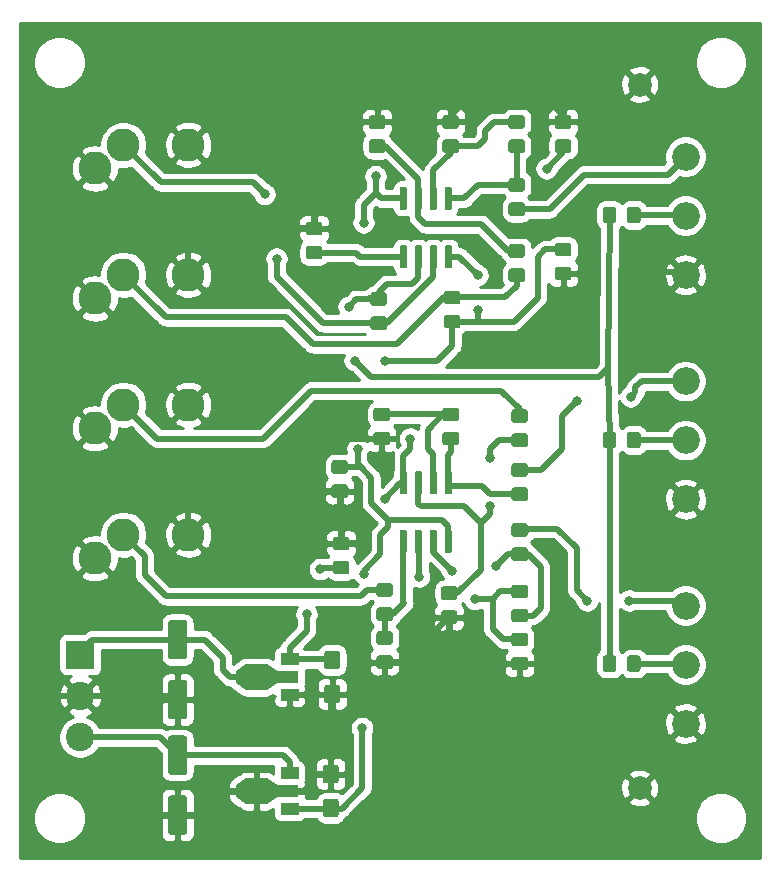
<source format=gbr>
G04 #@! TF.GenerationSoftware,KiCad,Pcbnew,5.1.5+dfsg1-2build2*
G04 #@! TF.CreationDate,2021-06-08T21:58:01-05:00*
G04 #@! TF.ProjectId,3inaudiomixer,33696e61-7564-4696-9f6d-697865722e6b,rev?*
G04 #@! TF.SameCoordinates,Original*
G04 #@! TF.FileFunction,Copper,L1,Top*
G04 #@! TF.FilePolarity,Positive*
%FSLAX46Y46*%
G04 Gerber Fmt 4.6, Leading zero omitted, Abs format (unit mm)*
G04 Created by KiCad (PCBNEW 5.1.5+dfsg1-2build2) date 2021-06-08 21:58:01*
%MOMM*%
%LPD*%
G04 APERTURE LIST*
%ADD10C,0.100000*%
%ADD11C,1.998980*%
%ADD12C,2.400000*%
%ADD13R,2.400000X2.400000*%
%ADD14C,2.800000*%
%ADD15R,1.840000X2.200000*%
%ADD16R,1.500000X1.000000*%
%ADD17R,1.800000X1.000000*%
%ADD18C,2.340000*%
%ADD19C,0.800000*%
%ADD20C,0.500000*%
%ADD21C,0.254000*%
G04 APERTURE END LIST*
G04 #@! TA.AperFunction,SMDPad,CuDef*
D10*
G36*
X140530505Y-99711204D02*
G01*
X140554773Y-99714804D01*
X140578572Y-99720765D01*
X140601671Y-99729030D01*
X140623850Y-99739520D01*
X140644893Y-99752132D01*
X140664599Y-99766747D01*
X140682777Y-99783223D01*
X140699253Y-99801401D01*
X140713868Y-99821107D01*
X140726480Y-99842150D01*
X140736970Y-99864329D01*
X140745235Y-99887428D01*
X140751196Y-99911227D01*
X140754796Y-99935495D01*
X140756000Y-99959999D01*
X140756000Y-101035001D01*
X140754796Y-101059505D01*
X140751196Y-101083773D01*
X140745235Y-101107572D01*
X140736970Y-101130671D01*
X140726480Y-101152850D01*
X140713868Y-101173893D01*
X140699253Y-101193599D01*
X140682777Y-101211777D01*
X140664599Y-101228253D01*
X140644893Y-101242868D01*
X140623850Y-101255480D01*
X140601671Y-101265970D01*
X140578572Y-101274235D01*
X140554773Y-101280196D01*
X140530505Y-101283796D01*
X140506001Y-101285000D01*
X139655999Y-101285000D01*
X139631495Y-101283796D01*
X139607227Y-101280196D01*
X139583428Y-101274235D01*
X139560329Y-101265970D01*
X139538150Y-101255480D01*
X139517107Y-101242868D01*
X139497401Y-101228253D01*
X139479223Y-101211777D01*
X139462747Y-101193599D01*
X139448132Y-101173893D01*
X139435520Y-101152850D01*
X139425030Y-101130671D01*
X139416765Y-101107572D01*
X139410804Y-101083773D01*
X139407204Y-101059505D01*
X139406000Y-101035001D01*
X139406000Y-99959999D01*
X139407204Y-99935495D01*
X139410804Y-99911227D01*
X139416765Y-99887428D01*
X139425030Y-99864329D01*
X139435520Y-99842150D01*
X139448132Y-99821107D01*
X139462747Y-99801401D01*
X139479223Y-99783223D01*
X139497401Y-99766747D01*
X139517107Y-99752132D01*
X139538150Y-99739520D01*
X139560329Y-99729030D01*
X139583428Y-99720765D01*
X139607227Y-99714804D01*
X139631495Y-99711204D01*
X139655999Y-99710000D01*
X140506001Y-99710000D01*
X140530505Y-99711204D01*
G37*
G04 #@! TD.AperFunction*
G04 #@! TA.AperFunction,SMDPad,CuDef*
G36*
X140530505Y-96836204D02*
G01*
X140554773Y-96839804D01*
X140578572Y-96845765D01*
X140601671Y-96854030D01*
X140623850Y-96864520D01*
X140644893Y-96877132D01*
X140664599Y-96891747D01*
X140682777Y-96908223D01*
X140699253Y-96926401D01*
X140713868Y-96946107D01*
X140726480Y-96967150D01*
X140736970Y-96989329D01*
X140745235Y-97012428D01*
X140751196Y-97036227D01*
X140754796Y-97060495D01*
X140756000Y-97084999D01*
X140756000Y-98160001D01*
X140754796Y-98184505D01*
X140751196Y-98208773D01*
X140745235Y-98232572D01*
X140736970Y-98255671D01*
X140726480Y-98277850D01*
X140713868Y-98298893D01*
X140699253Y-98318599D01*
X140682777Y-98336777D01*
X140664599Y-98353253D01*
X140644893Y-98367868D01*
X140623850Y-98380480D01*
X140601671Y-98390970D01*
X140578572Y-98399235D01*
X140554773Y-98405196D01*
X140530505Y-98408796D01*
X140506001Y-98410000D01*
X139655999Y-98410000D01*
X139631495Y-98408796D01*
X139607227Y-98405196D01*
X139583428Y-98399235D01*
X139560329Y-98390970D01*
X139538150Y-98380480D01*
X139517107Y-98367868D01*
X139497401Y-98353253D01*
X139479223Y-98336777D01*
X139462747Y-98318599D01*
X139448132Y-98298893D01*
X139435520Y-98277850D01*
X139425030Y-98255671D01*
X139416765Y-98232572D01*
X139410804Y-98208773D01*
X139407204Y-98184505D01*
X139406000Y-98160001D01*
X139406000Y-97084999D01*
X139407204Y-97060495D01*
X139410804Y-97036227D01*
X139416765Y-97012428D01*
X139425030Y-96989329D01*
X139435520Y-96967150D01*
X139448132Y-96946107D01*
X139462747Y-96926401D01*
X139479223Y-96908223D01*
X139497401Y-96891747D01*
X139517107Y-96877132D01*
X139538150Y-96864520D01*
X139560329Y-96854030D01*
X139583428Y-96845765D01*
X139607227Y-96839804D01*
X139631495Y-96836204D01*
X139655999Y-96835000D01*
X140506001Y-96835000D01*
X140530505Y-96836204D01*
G37*
G04 #@! TD.AperFunction*
G04 #@! TA.AperFunction,SMDPad,CuDef*
G36*
X140403505Y-106488204D02*
G01*
X140427773Y-106491804D01*
X140451572Y-106497765D01*
X140474671Y-106506030D01*
X140496850Y-106516520D01*
X140517893Y-106529132D01*
X140537599Y-106543747D01*
X140555777Y-106560223D01*
X140572253Y-106578401D01*
X140586868Y-106598107D01*
X140599480Y-106619150D01*
X140609970Y-106641329D01*
X140618235Y-106664428D01*
X140624196Y-106688227D01*
X140627796Y-106712495D01*
X140629000Y-106736999D01*
X140629000Y-107812001D01*
X140627796Y-107836505D01*
X140624196Y-107860773D01*
X140618235Y-107884572D01*
X140609970Y-107907671D01*
X140599480Y-107929850D01*
X140586868Y-107950893D01*
X140572253Y-107970599D01*
X140555777Y-107988777D01*
X140537599Y-108005253D01*
X140517893Y-108019868D01*
X140496850Y-108032480D01*
X140474671Y-108042970D01*
X140451572Y-108051235D01*
X140427773Y-108057196D01*
X140403505Y-108060796D01*
X140379001Y-108062000D01*
X139528999Y-108062000D01*
X139504495Y-108060796D01*
X139480227Y-108057196D01*
X139456428Y-108051235D01*
X139433329Y-108042970D01*
X139411150Y-108032480D01*
X139390107Y-108019868D01*
X139370401Y-108005253D01*
X139352223Y-107988777D01*
X139335747Y-107970599D01*
X139321132Y-107950893D01*
X139308520Y-107929850D01*
X139298030Y-107907671D01*
X139289765Y-107884572D01*
X139283804Y-107860773D01*
X139280204Y-107836505D01*
X139279000Y-107812001D01*
X139279000Y-106736999D01*
X139280204Y-106712495D01*
X139283804Y-106688227D01*
X139289765Y-106664428D01*
X139298030Y-106641329D01*
X139308520Y-106619150D01*
X139321132Y-106598107D01*
X139335747Y-106578401D01*
X139352223Y-106560223D01*
X139370401Y-106543747D01*
X139390107Y-106529132D01*
X139411150Y-106516520D01*
X139433329Y-106506030D01*
X139456428Y-106497765D01*
X139480227Y-106491804D01*
X139504495Y-106488204D01*
X139528999Y-106487000D01*
X140379001Y-106487000D01*
X140403505Y-106488204D01*
G37*
G04 #@! TD.AperFunction*
G04 #@! TA.AperFunction,SMDPad,CuDef*
G36*
X140403505Y-109363204D02*
G01*
X140427773Y-109366804D01*
X140451572Y-109372765D01*
X140474671Y-109381030D01*
X140496850Y-109391520D01*
X140517893Y-109404132D01*
X140537599Y-109418747D01*
X140555777Y-109435223D01*
X140572253Y-109453401D01*
X140586868Y-109473107D01*
X140599480Y-109494150D01*
X140609970Y-109516329D01*
X140618235Y-109539428D01*
X140624196Y-109563227D01*
X140627796Y-109587495D01*
X140629000Y-109611999D01*
X140629000Y-110687001D01*
X140627796Y-110711505D01*
X140624196Y-110735773D01*
X140618235Y-110759572D01*
X140609970Y-110782671D01*
X140599480Y-110804850D01*
X140586868Y-110825893D01*
X140572253Y-110845599D01*
X140555777Y-110863777D01*
X140537599Y-110880253D01*
X140517893Y-110894868D01*
X140496850Y-110907480D01*
X140474671Y-110917970D01*
X140451572Y-110926235D01*
X140427773Y-110932196D01*
X140403505Y-110935796D01*
X140379001Y-110937000D01*
X139528999Y-110937000D01*
X139504495Y-110935796D01*
X139480227Y-110932196D01*
X139456428Y-110926235D01*
X139433329Y-110917970D01*
X139411150Y-110907480D01*
X139390107Y-110894868D01*
X139370401Y-110880253D01*
X139352223Y-110863777D01*
X139335747Y-110845599D01*
X139321132Y-110825893D01*
X139308520Y-110804850D01*
X139298030Y-110782671D01*
X139289765Y-110759572D01*
X139283804Y-110735773D01*
X139280204Y-110711505D01*
X139279000Y-110687001D01*
X139279000Y-109611999D01*
X139280204Y-109587495D01*
X139283804Y-109563227D01*
X139289765Y-109539428D01*
X139298030Y-109516329D01*
X139308520Y-109494150D01*
X139321132Y-109473107D01*
X139335747Y-109453401D01*
X139352223Y-109435223D01*
X139370401Y-109418747D01*
X139390107Y-109404132D01*
X139411150Y-109391520D01*
X139433329Y-109381030D01*
X139456428Y-109372765D01*
X139480227Y-109366804D01*
X139504495Y-109363204D01*
X139528999Y-109362000D01*
X140379001Y-109362000D01*
X140403505Y-109363204D01*
G37*
G04 #@! TD.AperFunction*
D11*
X166116000Y-48895000D03*
X166116000Y-108458000D03*
D12*
X118745000Y-104155000D03*
X118745000Y-100655000D03*
D13*
X118745000Y-97155000D03*
D14*
X127900000Y-54000000D03*
X122400000Y-54000000D03*
X120000000Y-56000000D03*
X127900000Y-76000000D03*
X122400000Y-76000000D03*
X120000000Y-78000000D03*
G04 #@! TA.AperFunction,SMDPad,CuDef*
D10*
G36*
X150715505Y-66346204D02*
G01*
X150739773Y-66349804D01*
X150763572Y-66355765D01*
X150786671Y-66364030D01*
X150808850Y-66374520D01*
X150829893Y-66387132D01*
X150849599Y-66401747D01*
X150867777Y-66418223D01*
X150884253Y-66436401D01*
X150898868Y-66456107D01*
X150911480Y-66477150D01*
X150921970Y-66499329D01*
X150930235Y-66522428D01*
X150936196Y-66546227D01*
X150939796Y-66570495D01*
X150941000Y-66594999D01*
X150941000Y-67245001D01*
X150939796Y-67269505D01*
X150936196Y-67293773D01*
X150930235Y-67317572D01*
X150921970Y-67340671D01*
X150911480Y-67362850D01*
X150898868Y-67383893D01*
X150884253Y-67403599D01*
X150867777Y-67421777D01*
X150849599Y-67438253D01*
X150829893Y-67452868D01*
X150808850Y-67465480D01*
X150786671Y-67475970D01*
X150763572Y-67484235D01*
X150739773Y-67490196D01*
X150715505Y-67493796D01*
X150691001Y-67495000D01*
X149790999Y-67495000D01*
X149766495Y-67493796D01*
X149742227Y-67490196D01*
X149718428Y-67484235D01*
X149695329Y-67475970D01*
X149673150Y-67465480D01*
X149652107Y-67452868D01*
X149632401Y-67438253D01*
X149614223Y-67421777D01*
X149597747Y-67403599D01*
X149583132Y-67383893D01*
X149570520Y-67362850D01*
X149560030Y-67340671D01*
X149551765Y-67317572D01*
X149545804Y-67293773D01*
X149542204Y-67269505D01*
X149541000Y-67245001D01*
X149541000Y-66594999D01*
X149542204Y-66570495D01*
X149545804Y-66546227D01*
X149551765Y-66522428D01*
X149560030Y-66499329D01*
X149570520Y-66477150D01*
X149583132Y-66456107D01*
X149597747Y-66436401D01*
X149614223Y-66418223D01*
X149632401Y-66401747D01*
X149652107Y-66387132D01*
X149673150Y-66374520D01*
X149695329Y-66364030D01*
X149718428Y-66355765D01*
X149742227Y-66349804D01*
X149766495Y-66346204D01*
X149790999Y-66345000D01*
X150691001Y-66345000D01*
X150715505Y-66346204D01*
G37*
G04 #@! TD.AperFunction*
G04 #@! TA.AperFunction,SMDPad,CuDef*
G36*
X150715505Y-68396204D02*
G01*
X150739773Y-68399804D01*
X150763572Y-68405765D01*
X150786671Y-68414030D01*
X150808850Y-68424520D01*
X150829893Y-68437132D01*
X150849599Y-68451747D01*
X150867777Y-68468223D01*
X150884253Y-68486401D01*
X150898868Y-68506107D01*
X150911480Y-68527150D01*
X150921970Y-68549329D01*
X150930235Y-68572428D01*
X150936196Y-68596227D01*
X150939796Y-68620495D01*
X150941000Y-68644999D01*
X150941000Y-69295001D01*
X150939796Y-69319505D01*
X150936196Y-69343773D01*
X150930235Y-69367572D01*
X150921970Y-69390671D01*
X150911480Y-69412850D01*
X150898868Y-69433893D01*
X150884253Y-69453599D01*
X150867777Y-69471777D01*
X150849599Y-69488253D01*
X150829893Y-69502868D01*
X150808850Y-69515480D01*
X150786671Y-69525970D01*
X150763572Y-69534235D01*
X150739773Y-69540196D01*
X150715505Y-69543796D01*
X150691001Y-69545000D01*
X149790999Y-69545000D01*
X149766495Y-69543796D01*
X149742227Y-69540196D01*
X149718428Y-69534235D01*
X149695329Y-69525970D01*
X149673150Y-69515480D01*
X149652107Y-69502868D01*
X149632401Y-69488253D01*
X149614223Y-69471777D01*
X149597747Y-69453599D01*
X149583132Y-69433893D01*
X149570520Y-69412850D01*
X149560030Y-69390671D01*
X149551765Y-69367572D01*
X149545804Y-69343773D01*
X149542204Y-69319505D01*
X149541000Y-69295001D01*
X149541000Y-68644999D01*
X149542204Y-68620495D01*
X149545804Y-68596227D01*
X149551765Y-68572428D01*
X149560030Y-68549329D01*
X149570520Y-68527150D01*
X149583132Y-68506107D01*
X149597747Y-68486401D01*
X149614223Y-68468223D01*
X149632401Y-68451747D01*
X149652107Y-68437132D01*
X149673150Y-68424520D01*
X149695329Y-68414030D01*
X149718428Y-68405765D01*
X149742227Y-68399804D01*
X149766495Y-68396204D01*
X149790999Y-68395000D01*
X150691001Y-68395000D01*
X150715505Y-68396204D01*
G37*
G04 #@! TD.AperFunction*
G04 #@! TA.AperFunction,SMDPad,CuDef*
G36*
X144492505Y-66473204D02*
G01*
X144516773Y-66476804D01*
X144540572Y-66482765D01*
X144563671Y-66491030D01*
X144585850Y-66501520D01*
X144606893Y-66514132D01*
X144626599Y-66528747D01*
X144644777Y-66545223D01*
X144661253Y-66563401D01*
X144675868Y-66583107D01*
X144688480Y-66604150D01*
X144698970Y-66626329D01*
X144707235Y-66649428D01*
X144713196Y-66673227D01*
X144716796Y-66697495D01*
X144718000Y-66721999D01*
X144718000Y-67372001D01*
X144716796Y-67396505D01*
X144713196Y-67420773D01*
X144707235Y-67444572D01*
X144698970Y-67467671D01*
X144688480Y-67489850D01*
X144675868Y-67510893D01*
X144661253Y-67530599D01*
X144644777Y-67548777D01*
X144626599Y-67565253D01*
X144606893Y-67579868D01*
X144585850Y-67592480D01*
X144563671Y-67602970D01*
X144540572Y-67611235D01*
X144516773Y-67617196D01*
X144492505Y-67620796D01*
X144468001Y-67622000D01*
X143567999Y-67622000D01*
X143543495Y-67620796D01*
X143519227Y-67617196D01*
X143495428Y-67611235D01*
X143472329Y-67602970D01*
X143450150Y-67592480D01*
X143429107Y-67579868D01*
X143409401Y-67565253D01*
X143391223Y-67548777D01*
X143374747Y-67530599D01*
X143360132Y-67510893D01*
X143347520Y-67489850D01*
X143337030Y-67467671D01*
X143328765Y-67444572D01*
X143322804Y-67420773D01*
X143319204Y-67396505D01*
X143318000Y-67372001D01*
X143318000Y-66721999D01*
X143319204Y-66697495D01*
X143322804Y-66673227D01*
X143328765Y-66649428D01*
X143337030Y-66626329D01*
X143347520Y-66604150D01*
X143360132Y-66583107D01*
X143374747Y-66563401D01*
X143391223Y-66545223D01*
X143409401Y-66528747D01*
X143429107Y-66514132D01*
X143450150Y-66501520D01*
X143472329Y-66491030D01*
X143495428Y-66482765D01*
X143519227Y-66476804D01*
X143543495Y-66473204D01*
X143567999Y-66472000D01*
X144468001Y-66472000D01*
X144492505Y-66473204D01*
G37*
G04 #@! TD.AperFunction*
G04 #@! TA.AperFunction,SMDPad,CuDef*
G36*
X144492505Y-68523204D02*
G01*
X144516773Y-68526804D01*
X144540572Y-68532765D01*
X144563671Y-68541030D01*
X144585850Y-68551520D01*
X144606893Y-68564132D01*
X144626599Y-68578747D01*
X144644777Y-68595223D01*
X144661253Y-68613401D01*
X144675868Y-68633107D01*
X144688480Y-68654150D01*
X144698970Y-68676329D01*
X144707235Y-68699428D01*
X144713196Y-68723227D01*
X144716796Y-68747495D01*
X144718000Y-68771999D01*
X144718000Y-69422001D01*
X144716796Y-69446505D01*
X144713196Y-69470773D01*
X144707235Y-69494572D01*
X144698970Y-69517671D01*
X144688480Y-69539850D01*
X144675868Y-69560893D01*
X144661253Y-69580599D01*
X144644777Y-69598777D01*
X144626599Y-69615253D01*
X144606893Y-69629868D01*
X144585850Y-69642480D01*
X144563671Y-69652970D01*
X144540572Y-69661235D01*
X144516773Y-69667196D01*
X144492505Y-69670796D01*
X144468001Y-69672000D01*
X143567999Y-69672000D01*
X143543495Y-69670796D01*
X143519227Y-69667196D01*
X143495428Y-69661235D01*
X143472329Y-69652970D01*
X143450150Y-69642480D01*
X143429107Y-69629868D01*
X143409401Y-69615253D01*
X143391223Y-69598777D01*
X143374747Y-69580599D01*
X143360132Y-69560893D01*
X143347520Y-69539850D01*
X143337030Y-69517671D01*
X143328765Y-69494572D01*
X143322804Y-69470773D01*
X143319204Y-69446505D01*
X143318000Y-69422001D01*
X143318000Y-68771999D01*
X143319204Y-68747495D01*
X143322804Y-68723227D01*
X143328765Y-68699428D01*
X143337030Y-68676329D01*
X143347520Y-68654150D01*
X143360132Y-68633107D01*
X143374747Y-68613401D01*
X143391223Y-68595223D01*
X143409401Y-68578747D01*
X143429107Y-68564132D01*
X143450150Y-68551520D01*
X143472329Y-68541030D01*
X143495428Y-68532765D01*
X143519227Y-68526804D01*
X143543495Y-68523204D01*
X143567999Y-68522000D01*
X144468001Y-68522000D01*
X144492505Y-68523204D01*
G37*
G04 #@! TD.AperFunction*
G04 #@! TA.AperFunction,SMDPad,CuDef*
G36*
X139031505Y-60504204D02*
G01*
X139055773Y-60507804D01*
X139079572Y-60513765D01*
X139102671Y-60522030D01*
X139124850Y-60532520D01*
X139145893Y-60545132D01*
X139165599Y-60559747D01*
X139183777Y-60576223D01*
X139200253Y-60594401D01*
X139214868Y-60614107D01*
X139227480Y-60635150D01*
X139237970Y-60657329D01*
X139246235Y-60680428D01*
X139252196Y-60704227D01*
X139255796Y-60728495D01*
X139257000Y-60752999D01*
X139257000Y-61403001D01*
X139255796Y-61427505D01*
X139252196Y-61451773D01*
X139246235Y-61475572D01*
X139237970Y-61498671D01*
X139227480Y-61520850D01*
X139214868Y-61541893D01*
X139200253Y-61561599D01*
X139183777Y-61579777D01*
X139165599Y-61596253D01*
X139145893Y-61610868D01*
X139124850Y-61623480D01*
X139102671Y-61633970D01*
X139079572Y-61642235D01*
X139055773Y-61648196D01*
X139031505Y-61651796D01*
X139007001Y-61653000D01*
X138106999Y-61653000D01*
X138082495Y-61651796D01*
X138058227Y-61648196D01*
X138034428Y-61642235D01*
X138011329Y-61633970D01*
X137989150Y-61623480D01*
X137968107Y-61610868D01*
X137948401Y-61596253D01*
X137930223Y-61579777D01*
X137913747Y-61561599D01*
X137899132Y-61541893D01*
X137886520Y-61520850D01*
X137876030Y-61498671D01*
X137867765Y-61475572D01*
X137861804Y-61451773D01*
X137858204Y-61427505D01*
X137857000Y-61403001D01*
X137857000Y-60752999D01*
X137858204Y-60728495D01*
X137861804Y-60704227D01*
X137867765Y-60680428D01*
X137876030Y-60657329D01*
X137886520Y-60635150D01*
X137899132Y-60614107D01*
X137913747Y-60594401D01*
X137930223Y-60576223D01*
X137948401Y-60559747D01*
X137968107Y-60545132D01*
X137989150Y-60532520D01*
X138011329Y-60522030D01*
X138034428Y-60513765D01*
X138058227Y-60507804D01*
X138082495Y-60504204D01*
X138106999Y-60503000D01*
X139007001Y-60503000D01*
X139031505Y-60504204D01*
G37*
G04 #@! TD.AperFunction*
G04 #@! TA.AperFunction,SMDPad,CuDef*
G36*
X139031505Y-62554204D02*
G01*
X139055773Y-62557804D01*
X139079572Y-62563765D01*
X139102671Y-62572030D01*
X139124850Y-62582520D01*
X139145893Y-62595132D01*
X139165599Y-62609747D01*
X139183777Y-62626223D01*
X139200253Y-62644401D01*
X139214868Y-62664107D01*
X139227480Y-62685150D01*
X139237970Y-62707329D01*
X139246235Y-62730428D01*
X139252196Y-62754227D01*
X139255796Y-62778495D01*
X139257000Y-62802999D01*
X139257000Y-63453001D01*
X139255796Y-63477505D01*
X139252196Y-63501773D01*
X139246235Y-63525572D01*
X139237970Y-63548671D01*
X139227480Y-63570850D01*
X139214868Y-63591893D01*
X139200253Y-63611599D01*
X139183777Y-63629777D01*
X139165599Y-63646253D01*
X139145893Y-63660868D01*
X139124850Y-63673480D01*
X139102671Y-63683970D01*
X139079572Y-63692235D01*
X139055773Y-63698196D01*
X139031505Y-63701796D01*
X139007001Y-63703000D01*
X138106999Y-63703000D01*
X138082495Y-63701796D01*
X138058227Y-63698196D01*
X138034428Y-63692235D01*
X138011329Y-63683970D01*
X137989150Y-63673480D01*
X137968107Y-63660868D01*
X137948401Y-63646253D01*
X137930223Y-63629777D01*
X137913747Y-63611599D01*
X137899132Y-63591893D01*
X137886520Y-63570850D01*
X137876030Y-63548671D01*
X137867765Y-63525572D01*
X137861804Y-63501773D01*
X137858204Y-63477505D01*
X137857000Y-63453001D01*
X137857000Y-62802999D01*
X137858204Y-62778495D01*
X137861804Y-62754227D01*
X137867765Y-62730428D01*
X137876030Y-62707329D01*
X137886520Y-62685150D01*
X137899132Y-62664107D01*
X137913747Y-62644401D01*
X137930223Y-62626223D01*
X137948401Y-62609747D01*
X137968107Y-62595132D01*
X137989150Y-62582520D01*
X138011329Y-62572030D01*
X138034428Y-62563765D01*
X138058227Y-62557804D01*
X138082495Y-62554204D01*
X138106999Y-62553000D01*
X139007001Y-62553000D01*
X139031505Y-62554204D01*
G37*
G04 #@! TD.AperFunction*
G04 #@! TA.AperFunction,SMDPad,CuDef*
G36*
X165966505Y-97218204D02*
G01*
X165990773Y-97221804D01*
X166014572Y-97227765D01*
X166037671Y-97236030D01*
X166059850Y-97246520D01*
X166080893Y-97259132D01*
X166100599Y-97273747D01*
X166118777Y-97290223D01*
X166135253Y-97308401D01*
X166149868Y-97328107D01*
X166162480Y-97349150D01*
X166172970Y-97371329D01*
X166181235Y-97394428D01*
X166187196Y-97418227D01*
X166190796Y-97442495D01*
X166192000Y-97466999D01*
X166192000Y-98367001D01*
X166190796Y-98391505D01*
X166187196Y-98415773D01*
X166181235Y-98439572D01*
X166172970Y-98462671D01*
X166162480Y-98484850D01*
X166149868Y-98505893D01*
X166135253Y-98525599D01*
X166118777Y-98543777D01*
X166100599Y-98560253D01*
X166080893Y-98574868D01*
X166059850Y-98587480D01*
X166037671Y-98597970D01*
X166014572Y-98606235D01*
X165990773Y-98612196D01*
X165966505Y-98615796D01*
X165942001Y-98617000D01*
X165291999Y-98617000D01*
X165267495Y-98615796D01*
X165243227Y-98612196D01*
X165219428Y-98606235D01*
X165196329Y-98597970D01*
X165174150Y-98587480D01*
X165153107Y-98574868D01*
X165133401Y-98560253D01*
X165115223Y-98543777D01*
X165098747Y-98525599D01*
X165084132Y-98505893D01*
X165071520Y-98484850D01*
X165061030Y-98462671D01*
X165052765Y-98439572D01*
X165046804Y-98415773D01*
X165043204Y-98391505D01*
X165042000Y-98367001D01*
X165042000Y-97466999D01*
X165043204Y-97442495D01*
X165046804Y-97418227D01*
X165052765Y-97394428D01*
X165061030Y-97371329D01*
X165071520Y-97349150D01*
X165084132Y-97328107D01*
X165098747Y-97308401D01*
X165115223Y-97290223D01*
X165133401Y-97273747D01*
X165153107Y-97259132D01*
X165174150Y-97246520D01*
X165196329Y-97236030D01*
X165219428Y-97227765D01*
X165243227Y-97221804D01*
X165267495Y-97218204D01*
X165291999Y-97217000D01*
X165942001Y-97217000D01*
X165966505Y-97218204D01*
G37*
G04 #@! TD.AperFunction*
G04 #@! TA.AperFunction,SMDPad,CuDef*
G36*
X163916505Y-97218204D02*
G01*
X163940773Y-97221804D01*
X163964572Y-97227765D01*
X163987671Y-97236030D01*
X164009850Y-97246520D01*
X164030893Y-97259132D01*
X164050599Y-97273747D01*
X164068777Y-97290223D01*
X164085253Y-97308401D01*
X164099868Y-97328107D01*
X164112480Y-97349150D01*
X164122970Y-97371329D01*
X164131235Y-97394428D01*
X164137196Y-97418227D01*
X164140796Y-97442495D01*
X164142000Y-97466999D01*
X164142000Y-98367001D01*
X164140796Y-98391505D01*
X164137196Y-98415773D01*
X164131235Y-98439572D01*
X164122970Y-98462671D01*
X164112480Y-98484850D01*
X164099868Y-98505893D01*
X164085253Y-98525599D01*
X164068777Y-98543777D01*
X164050599Y-98560253D01*
X164030893Y-98574868D01*
X164009850Y-98587480D01*
X163987671Y-98597970D01*
X163964572Y-98606235D01*
X163940773Y-98612196D01*
X163916505Y-98615796D01*
X163892001Y-98617000D01*
X163241999Y-98617000D01*
X163217495Y-98615796D01*
X163193227Y-98612196D01*
X163169428Y-98606235D01*
X163146329Y-98597970D01*
X163124150Y-98587480D01*
X163103107Y-98574868D01*
X163083401Y-98560253D01*
X163065223Y-98543777D01*
X163048747Y-98525599D01*
X163034132Y-98505893D01*
X163021520Y-98484850D01*
X163011030Y-98462671D01*
X163002765Y-98439572D01*
X162996804Y-98415773D01*
X162993204Y-98391505D01*
X162992000Y-98367001D01*
X162992000Y-97466999D01*
X162993204Y-97442495D01*
X162996804Y-97418227D01*
X163002765Y-97394428D01*
X163011030Y-97371329D01*
X163021520Y-97349150D01*
X163034132Y-97328107D01*
X163048747Y-97308401D01*
X163065223Y-97290223D01*
X163083401Y-97273747D01*
X163103107Y-97259132D01*
X163124150Y-97246520D01*
X163146329Y-97236030D01*
X163169428Y-97227765D01*
X163193227Y-97221804D01*
X163217495Y-97218204D01*
X163241999Y-97217000D01*
X163892001Y-97217000D01*
X163916505Y-97218204D01*
G37*
G04 #@! TD.AperFunction*
G04 #@! TA.AperFunction,SMDPad,CuDef*
G36*
X165966505Y-78295204D02*
G01*
X165990773Y-78298804D01*
X166014572Y-78304765D01*
X166037671Y-78313030D01*
X166059850Y-78323520D01*
X166080893Y-78336132D01*
X166100599Y-78350747D01*
X166118777Y-78367223D01*
X166135253Y-78385401D01*
X166149868Y-78405107D01*
X166162480Y-78426150D01*
X166172970Y-78448329D01*
X166181235Y-78471428D01*
X166187196Y-78495227D01*
X166190796Y-78519495D01*
X166192000Y-78543999D01*
X166192000Y-79444001D01*
X166190796Y-79468505D01*
X166187196Y-79492773D01*
X166181235Y-79516572D01*
X166172970Y-79539671D01*
X166162480Y-79561850D01*
X166149868Y-79582893D01*
X166135253Y-79602599D01*
X166118777Y-79620777D01*
X166100599Y-79637253D01*
X166080893Y-79651868D01*
X166059850Y-79664480D01*
X166037671Y-79674970D01*
X166014572Y-79683235D01*
X165990773Y-79689196D01*
X165966505Y-79692796D01*
X165942001Y-79694000D01*
X165291999Y-79694000D01*
X165267495Y-79692796D01*
X165243227Y-79689196D01*
X165219428Y-79683235D01*
X165196329Y-79674970D01*
X165174150Y-79664480D01*
X165153107Y-79651868D01*
X165133401Y-79637253D01*
X165115223Y-79620777D01*
X165098747Y-79602599D01*
X165084132Y-79582893D01*
X165071520Y-79561850D01*
X165061030Y-79539671D01*
X165052765Y-79516572D01*
X165046804Y-79492773D01*
X165043204Y-79468505D01*
X165042000Y-79444001D01*
X165042000Y-78543999D01*
X165043204Y-78519495D01*
X165046804Y-78495227D01*
X165052765Y-78471428D01*
X165061030Y-78448329D01*
X165071520Y-78426150D01*
X165084132Y-78405107D01*
X165098747Y-78385401D01*
X165115223Y-78367223D01*
X165133401Y-78350747D01*
X165153107Y-78336132D01*
X165174150Y-78323520D01*
X165196329Y-78313030D01*
X165219428Y-78304765D01*
X165243227Y-78298804D01*
X165267495Y-78295204D01*
X165291999Y-78294000D01*
X165942001Y-78294000D01*
X165966505Y-78295204D01*
G37*
G04 #@! TD.AperFunction*
G04 #@! TA.AperFunction,SMDPad,CuDef*
G36*
X163916505Y-78295204D02*
G01*
X163940773Y-78298804D01*
X163964572Y-78304765D01*
X163987671Y-78313030D01*
X164009850Y-78323520D01*
X164030893Y-78336132D01*
X164050599Y-78350747D01*
X164068777Y-78367223D01*
X164085253Y-78385401D01*
X164099868Y-78405107D01*
X164112480Y-78426150D01*
X164122970Y-78448329D01*
X164131235Y-78471428D01*
X164137196Y-78495227D01*
X164140796Y-78519495D01*
X164142000Y-78543999D01*
X164142000Y-79444001D01*
X164140796Y-79468505D01*
X164137196Y-79492773D01*
X164131235Y-79516572D01*
X164122970Y-79539671D01*
X164112480Y-79561850D01*
X164099868Y-79582893D01*
X164085253Y-79602599D01*
X164068777Y-79620777D01*
X164050599Y-79637253D01*
X164030893Y-79651868D01*
X164009850Y-79664480D01*
X163987671Y-79674970D01*
X163964572Y-79683235D01*
X163940773Y-79689196D01*
X163916505Y-79692796D01*
X163892001Y-79694000D01*
X163241999Y-79694000D01*
X163217495Y-79692796D01*
X163193227Y-79689196D01*
X163169428Y-79683235D01*
X163146329Y-79674970D01*
X163124150Y-79664480D01*
X163103107Y-79651868D01*
X163083401Y-79637253D01*
X163065223Y-79620777D01*
X163048747Y-79602599D01*
X163034132Y-79582893D01*
X163021520Y-79561850D01*
X163011030Y-79539671D01*
X163002765Y-79516572D01*
X162996804Y-79492773D01*
X162993204Y-79468505D01*
X162992000Y-79444001D01*
X162992000Y-78543999D01*
X162993204Y-78519495D01*
X162996804Y-78495227D01*
X163002765Y-78471428D01*
X163011030Y-78448329D01*
X163021520Y-78426150D01*
X163034132Y-78405107D01*
X163048747Y-78385401D01*
X163065223Y-78367223D01*
X163083401Y-78350747D01*
X163103107Y-78336132D01*
X163124150Y-78323520D01*
X163146329Y-78313030D01*
X163169428Y-78304765D01*
X163193227Y-78298804D01*
X163217495Y-78295204D01*
X163241999Y-78294000D01*
X163892001Y-78294000D01*
X163916505Y-78295204D01*
G37*
G04 #@! TD.AperFunction*
G04 #@! TA.AperFunction,SMDPad,CuDef*
G36*
X165966505Y-59245204D02*
G01*
X165990773Y-59248804D01*
X166014572Y-59254765D01*
X166037671Y-59263030D01*
X166059850Y-59273520D01*
X166080893Y-59286132D01*
X166100599Y-59300747D01*
X166118777Y-59317223D01*
X166135253Y-59335401D01*
X166149868Y-59355107D01*
X166162480Y-59376150D01*
X166172970Y-59398329D01*
X166181235Y-59421428D01*
X166187196Y-59445227D01*
X166190796Y-59469495D01*
X166192000Y-59493999D01*
X166192000Y-60394001D01*
X166190796Y-60418505D01*
X166187196Y-60442773D01*
X166181235Y-60466572D01*
X166172970Y-60489671D01*
X166162480Y-60511850D01*
X166149868Y-60532893D01*
X166135253Y-60552599D01*
X166118777Y-60570777D01*
X166100599Y-60587253D01*
X166080893Y-60601868D01*
X166059850Y-60614480D01*
X166037671Y-60624970D01*
X166014572Y-60633235D01*
X165990773Y-60639196D01*
X165966505Y-60642796D01*
X165942001Y-60644000D01*
X165291999Y-60644000D01*
X165267495Y-60642796D01*
X165243227Y-60639196D01*
X165219428Y-60633235D01*
X165196329Y-60624970D01*
X165174150Y-60614480D01*
X165153107Y-60601868D01*
X165133401Y-60587253D01*
X165115223Y-60570777D01*
X165098747Y-60552599D01*
X165084132Y-60532893D01*
X165071520Y-60511850D01*
X165061030Y-60489671D01*
X165052765Y-60466572D01*
X165046804Y-60442773D01*
X165043204Y-60418505D01*
X165042000Y-60394001D01*
X165042000Y-59493999D01*
X165043204Y-59469495D01*
X165046804Y-59445227D01*
X165052765Y-59421428D01*
X165061030Y-59398329D01*
X165071520Y-59376150D01*
X165084132Y-59355107D01*
X165098747Y-59335401D01*
X165115223Y-59317223D01*
X165133401Y-59300747D01*
X165153107Y-59286132D01*
X165174150Y-59273520D01*
X165196329Y-59263030D01*
X165219428Y-59254765D01*
X165243227Y-59248804D01*
X165267495Y-59245204D01*
X165291999Y-59244000D01*
X165942001Y-59244000D01*
X165966505Y-59245204D01*
G37*
G04 #@! TD.AperFunction*
G04 #@! TA.AperFunction,SMDPad,CuDef*
G36*
X163916505Y-59245204D02*
G01*
X163940773Y-59248804D01*
X163964572Y-59254765D01*
X163987671Y-59263030D01*
X164009850Y-59273520D01*
X164030893Y-59286132D01*
X164050599Y-59300747D01*
X164068777Y-59317223D01*
X164085253Y-59335401D01*
X164099868Y-59355107D01*
X164112480Y-59376150D01*
X164122970Y-59398329D01*
X164131235Y-59421428D01*
X164137196Y-59445227D01*
X164140796Y-59469495D01*
X164142000Y-59493999D01*
X164142000Y-60394001D01*
X164140796Y-60418505D01*
X164137196Y-60442773D01*
X164131235Y-60466572D01*
X164122970Y-60489671D01*
X164112480Y-60511850D01*
X164099868Y-60532893D01*
X164085253Y-60552599D01*
X164068777Y-60570777D01*
X164050599Y-60587253D01*
X164030893Y-60601868D01*
X164009850Y-60614480D01*
X163987671Y-60624970D01*
X163964572Y-60633235D01*
X163940773Y-60639196D01*
X163916505Y-60642796D01*
X163892001Y-60644000D01*
X163241999Y-60644000D01*
X163217495Y-60642796D01*
X163193227Y-60639196D01*
X163169428Y-60633235D01*
X163146329Y-60624970D01*
X163124150Y-60614480D01*
X163103107Y-60601868D01*
X163083401Y-60587253D01*
X163065223Y-60570777D01*
X163048747Y-60552599D01*
X163034132Y-60532893D01*
X163021520Y-60511850D01*
X163011030Y-60489671D01*
X163002765Y-60466572D01*
X162996804Y-60442773D01*
X162993204Y-60418505D01*
X162992000Y-60394001D01*
X162992000Y-59493999D01*
X162993204Y-59469495D01*
X162996804Y-59445227D01*
X163002765Y-59421428D01*
X163011030Y-59398329D01*
X163021520Y-59376150D01*
X163034132Y-59355107D01*
X163048747Y-59335401D01*
X163065223Y-59317223D01*
X163083401Y-59300747D01*
X163103107Y-59286132D01*
X163124150Y-59273520D01*
X163146329Y-59263030D01*
X163169428Y-59254765D01*
X163193227Y-59248804D01*
X163217495Y-59245204D01*
X163241999Y-59244000D01*
X163892001Y-59244000D01*
X163916505Y-59245204D01*
G37*
G04 #@! TD.AperFunction*
G04 #@! TA.AperFunction,SMDPad,CuDef*
G36*
X145000505Y-97225204D02*
G01*
X145024773Y-97228804D01*
X145048572Y-97234765D01*
X145071671Y-97243030D01*
X145093850Y-97253520D01*
X145114893Y-97266132D01*
X145134599Y-97280747D01*
X145152777Y-97297223D01*
X145169253Y-97315401D01*
X145183868Y-97335107D01*
X145196480Y-97356150D01*
X145206970Y-97378329D01*
X145215235Y-97401428D01*
X145221196Y-97425227D01*
X145224796Y-97449495D01*
X145226000Y-97473999D01*
X145226000Y-98124001D01*
X145224796Y-98148505D01*
X145221196Y-98172773D01*
X145215235Y-98196572D01*
X145206970Y-98219671D01*
X145196480Y-98241850D01*
X145183868Y-98262893D01*
X145169253Y-98282599D01*
X145152777Y-98300777D01*
X145134599Y-98317253D01*
X145114893Y-98331868D01*
X145093850Y-98344480D01*
X145071671Y-98354970D01*
X145048572Y-98363235D01*
X145024773Y-98369196D01*
X145000505Y-98372796D01*
X144976001Y-98374000D01*
X144075999Y-98374000D01*
X144051495Y-98372796D01*
X144027227Y-98369196D01*
X144003428Y-98363235D01*
X143980329Y-98354970D01*
X143958150Y-98344480D01*
X143937107Y-98331868D01*
X143917401Y-98317253D01*
X143899223Y-98300777D01*
X143882747Y-98282599D01*
X143868132Y-98262893D01*
X143855520Y-98241850D01*
X143845030Y-98219671D01*
X143836765Y-98196572D01*
X143830804Y-98172773D01*
X143827204Y-98148505D01*
X143826000Y-98124001D01*
X143826000Y-97473999D01*
X143827204Y-97449495D01*
X143830804Y-97425227D01*
X143836765Y-97401428D01*
X143845030Y-97378329D01*
X143855520Y-97356150D01*
X143868132Y-97335107D01*
X143882747Y-97315401D01*
X143899223Y-97297223D01*
X143917401Y-97280747D01*
X143937107Y-97266132D01*
X143958150Y-97253520D01*
X143980329Y-97243030D01*
X144003428Y-97234765D01*
X144027227Y-97228804D01*
X144051495Y-97225204D01*
X144075999Y-97224000D01*
X144976001Y-97224000D01*
X145000505Y-97225204D01*
G37*
G04 #@! TD.AperFunction*
G04 #@! TA.AperFunction,SMDPad,CuDef*
G36*
X145000505Y-95175204D02*
G01*
X145024773Y-95178804D01*
X145048572Y-95184765D01*
X145071671Y-95193030D01*
X145093850Y-95203520D01*
X145114893Y-95216132D01*
X145134599Y-95230747D01*
X145152777Y-95247223D01*
X145169253Y-95265401D01*
X145183868Y-95285107D01*
X145196480Y-95306150D01*
X145206970Y-95328329D01*
X145215235Y-95351428D01*
X145221196Y-95375227D01*
X145224796Y-95399495D01*
X145226000Y-95423999D01*
X145226000Y-96074001D01*
X145224796Y-96098505D01*
X145221196Y-96122773D01*
X145215235Y-96146572D01*
X145206970Y-96169671D01*
X145196480Y-96191850D01*
X145183868Y-96212893D01*
X145169253Y-96232599D01*
X145152777Y-96250777D01*
X145134599Y-96267253D01*
X145114893Y-96281868D01*
X145093850Y-96294480D01*
X145071671Y-96304970D01*
X145048572Y-96313235D01*
X145024773Y-96319196D01*
X145000505Y-96322796D01*
X144976001Y-96324000D01*
X144075999Y-96324000D01*
X144051495Y-96322796D01*
X144027227Y-96319196D01*
X144003428Y-96313235D01*
X143980329Y-96304970D01*
X143958150Y-96294480D01*
X143937107Y-96281868D01*
X143917401Y-96267253D01*
X143899223Y-96250777D01*
X143882747Y-96232599D01*
X143868132Y-96212893D01*
X143855520Y-96191850D01*
X143845030Y-96169671D01*
X143836765Y-96146572D01*
X143830804Y-96122773D01*
X143827204Y-96098505D01*
X143826000Y-96074001D01*
X143826000Y-95423999D01*
X143827204Y-95399495D01*
X143830804Y-95375227D01*
X143836765Y-95351428D01*
X143845030Y-95328329D01*
X143855520Y-95306150D01*
X143868132Y-95285107D01*
X143882747Y-95265401D01*
X143899223Y-95247223D01*
X143917401Y-95230747D01*
X143937107Y-95216132D01*
X143958150Y-95203520D01*
X143980329Y-95193030D01*
X144003428Y-95184765D01*
X144027227Y-95178804D01*
X144051495Y-95175204D01*
X144075999Y-95174000D01*
X144976001Y-95174000D01*
X145000505Y-95175204D01*
G37*
G04 #@! TD.AperFunction*
G04 #@! TA.AperFunction,SMDPad,CuDef*
G36*
X156430505Y-97352204D02*
G01*
X156454773Y-97355804D01*
X156478572Y-97361765D01*
X156501671Y-97370030D01*
X156523850Y-97380520D01*
X156544893Y-97393132D01*
X156564599Y-97407747D01*
X156582777Y-97424223D01*
X156599253Y-97442401D01*
X156613868Y-97462107D01*
X156626480Y-97483150D01*
X156636970Y-97505329D01*
X156645235Y-97528428D01*
X156651196Y-97552227D01*
X156654796Y-97576495D01*
X156656000Y-97600999D01*
X156656000Y-98251001D01*
X156654796Y-98275505D01*
X156651196Y-98299773D01*
X156645235Y-98323572D01*
X156636970Y-98346671D01*
X156626480Y-98368850D01*
X156613868Y-98389893D01*
X156599253Y-98409599D01*
X156582777Y-98427777D01*
X156564599Y-98444253D01*
X156544893Y-98458868D01*
X156523850Y-98471480D01*
X156501671Y-98481970D01*
X156478572Y-98490235D01*
X156454773Y-98496196D01*
X156430505Y-98499796D01*
X156406001Y-98501000D01*
X155505999Y-98501000D01*
X155481495Y-98499796D01*
X155457227Y-98496196D01*
X155433428Y-98490235D01*
X155410329Y-98481970D01*
X155388150Y-98471480D01*
X155367107Y-98458868D01*
X155347401Y-98444253D01*
X155329223Y-98427777D01*
X155312747Y-98409599D01*
X155298132Y-98389893D01*
X155285520Y-98368850D01*
X155275030Y-98346671D01*
X155266765Y-98323572D01*
X155260804Y-98299773D01*
X155257204Y-98275505D01*
X155256000Y-98251001D01*
X155256000Y-97600999D01*
X155257204Y-97576495D01*
X155260804Y-97552227D01*
X155266765Y-97528428D01*
X155275030Y-97505329D01*
X155285520Y-97483150D01*
X155298132Y-97462107D01*
X155312747Y-97442401D01*
X155329223Y-97424223D01*
X155347401Y-97407747D01*
X155367107Y-97393132D01*
X155388150Y-97380520D01*
X155410329Y-97370030D01*
X155433428Y-97361765D01*
X155457227Y-97355804D01*
X155481495Y-97352204D01*
X155505999Y-97351000D01*
X156406001Y-97351000D01*
X156430505Y-97352204D01*
G37*
G04 #@! TD.AperFunction*
G04 #@! TA.AperFunction,SMDPad,CuDef*
G36*
X156430505Y-95302204D02*
G01*
X156454773Y-95305804D01*
X156478572Y-95311765D01*
X156501671Y-95320030D01*
X156523850Y-95330520D01*
X156544893Y-95343132D01*
X156564599Y-95357747D01*
X156582777Y-95374223D01*
X156599253Y-95392401D01*
X156613868Y-95412107D01*
X156626480Y-95433150D01*
X156636970Y-95455329D01*
X156645235Y-95478428D01*
X156651196Y-95502227D01*
X156654796Y-95526495D01*
X156656000Y-95550999D01*
X156656000Y-96201001D01*
X156654796Y-96225505D01*
X156651196Y-96249773D01*
X156645235Y-96273572D01*
X156636970Y-96296671D01*
X156626480Y-96318850D01*
X156613868Y-96339893D01*
X156599253Y-96359599D01*
X156582777Y-96377777D01*
X156564599Y-96394253D01*
X156544893Y-96408868D01*
X156523850Y-96421480D01*
X156501671Y-96431970D01*
X156478572Y-96440235D01*
X156454773Y-96446196D01*
X156430505Y-96449796D01*
X156406001Y-96451000D01*
X155505999Y-96451000D01*
X155481495Y-96449796D01*
X155457227Y-96446196D01*
X155433428Y-96440235D01*
X155410329Y-96431970D01*
X155388150Y-96421480D01*
X155367107Y-96408868D01*
X155347401Y-96394253D01*
X155329223Y-96377777D01*
X155312747Y-96359599D01*
X155298132Y-96339893D01*
X155285520Y-96318850D01*
X155275030Y-96296671D01*
X155266765Y-96273572D01*
X155260804Y-96249773D01*
X155257204Y-96225505D01*
X155256000Y-96201001D01*
X155256000Y-95550999D01*
X155257204Y-95526495D01*
X155260804Y-95502227D01*
X155266765Y-95478428D01*
X155275030Y-95455329D01*
X155285520Y-95433150D01*
X155298132Y-95412107D01*
X155312747Y-95392401D01*
X155329223Y-95374223D01*
X155347401Y-95357747D01*
X155367107Y-95343132D01*
X155388150Y-95330520D01*
X155410329Y-95320030D01*
X155433428Y-95311765D01*
X155457227Y-95305804D01*
X155481495Y-95302204D01*
X155505999Y-95301000D01*
X156406001Y-95301000D01*
X156430505Y-95302204D01*
G37*
G04 #@! TD.AperFunction*
G04 #@! TA.AperFunction,SMDPad,CuDef*
G36*
X156430505Y-91238204D02*
G01*
X156454773Y-91241804D01*
X156478572Y-91247765D01*
X156501671Y-91256030D01*
X156523850Y-91266520D01*
X156544893Y-91279132D01*
X156564599Y-91293747D01*
X156582777Y-91310223D01*
X156599253Y-91328401D01*
X156613868Y-91348107D01*
X156626480Y-91369150D01*
X156636970Y-91391329D01*
X156645235Y-91414428D01*
X156651196Y-91438227D01*
X156654796Y-91462495D01*
X156656000Y-91486999D01*
X156656000Y-92137001D01*
X156654796Y-92161505D01*
X156651196Y-92185773D01*
X156645235Y-92209572D01*
X156636970Y-92232671D01*
X156626480Y-92254850D01*
X156613868Y-92275893D01*
X156599253Y-92295599D01*
X156582777Y-92313777D01*
X156564599Y-92330253D01*
X156544893Y-92344868D01*
X156523850Y-92357480D01*
X156501671Y-92367970D01*
X156478572Y-92376235D01*
X156454773Y-92382196D01*
X156430505Y-92385796D01*
X156406001Y-92387000D01*
X155505999Y-92387000D01*
X155481495Y-92385796D01*
X155457227Y-92382196D01*
X155433428Y-92376235D01*
X155410329Y-92367970D01*
X155388150Y-92357480D01*
X155367107Y-92344868D01*
X155347401Y-92330253D01*
X155329223Y-92313777D01*
X155312747Y-92295599D01*
X155298132Y-92275893D01*
X155285520Y-92254850D01*
X155275030Y-92232671D01*
X155266765Y-92209572D01*
X155260804Y-92185773D01*
X155257204Y-92161505D01*
X155256000Y-92137001D01*
X155256000Y-91486999D01*
X155257204Y-91462495D01*
X155260804Y-91438227D01*
X155266765Y-91414428D01*
X155275030Y-91391329D01*
X155285520Y-91369150D01*
X155298132Y-91348107D01*
X155312747Y-91328401D01*
X155329223Y-91310223D01*
X155347401Y-91293747D01*
X155367107Y-91279132D01*
X155388150Y-91266520D01*
X155410329Y-91256030D01*
X155433428Y-91247765D01*
X155457227Y-91241804D01*
X155481495Y-91238204D01*
X155505999Y-91237000D01*
X156406001Y-91237000D01*
X156430505Y-91238204D01*
G37*
G04 #@! TD.AperFunction*
G04 #@! TA.AperFunction,SMDPad,CuDef*
G36*
X156430505Y-93288204D02*
G01*
X156454773Y-93291804D01*
X156478572Y-93297765D01*
X156501671Y-93306030D01*
X156523850Y-93316520D01*
X156544893Y-93329132D01*
X156564599Y-93343747D01*
X156582777Y-93360223D01*
X156599253Y-93378401D01*
X156613868Y-93398107D01*
X156626480Y-93419150D01*
X156636970Y-93441329D01*
X156645235Y-93464428D01*
X156651196Y-93488227D01*
X156654796Y-93512495D01*
X156656000Y-93536999D01*
X156656000Y-94187001D01*
X156654796Y-94211505D01*
X156651196Y-94235773D01*
X156645235Y-94259572D01*
X156636970Y-94282671D01*
X156626480Y-94304850D01*
X156613868Y-94325893D01*
X156599253Y-94345599D01*
X156582777Y-94363777D01*
X156564599Y-94380253D01*
X156544893Y-94394868D01*
X156523850Y-94407480D01*
X156501671Y-94417970D01*
X156478572Y-94426235D01*
X156454773Y-94432196D01*
X156430505Y-94435796D01*
X156406001Y-94437000D01*
X155505999Y-94437000D01*
X155481495Y-94435796D01*
X155457227Y-94432196D01*
X155433428Y-94426235D01*
X155410329Y-94417970D01*
X155388150Y-94407480D01*
X155367107Y-94394868D01*
X155347401Y-94380253D01*
X155329223Y-94363777D01*
X155312747Y-94345599D01*
X155298132Y-94325893D01*
X155285520Y-94304850D01*
X155275030Y-94282671D01*
X155266765Y-94259572D01*
X155260804Y-94235773D01*
X155257204Y-94211505D01*
X155256000Y-94187001D01*
X155256000Y-93536999D01*
X155257204Y-93512495D01*
X155260804Y-93488227D01*
X155266765Y-93464428D01*
X155275030Y-93441329D01*
X155285520Y-93419150D01*
X155298132Y-93398107D01*
X155312747Y-93378401D01*
X155329223Y-93360223D01*
X155347401Y-93343747D01*
X155367107Y-93329132D01*
X155388150Y-93316520D01*
X155410329Y-93306030D01*
X155433428Y-93297765D01*
X155457227Y-93291804D01*
X155481495Y-93288204D01*
X155505999Y-93287000D01*
X156406001Y-93287000D01*
X156430505Y-93288204D01*
G37*
G04 #@! TD.AperFunction*
G04 #@! TA.AperFunction,SMDPad,CuDef*
G36*
X150461505Y-93415204D02*
G01*
X150485773Y-93418804D01*
X150509572Y-93424765D01*
X150532671Y-93433030D01*
X150554850Y-93443520D01*
X150575893Y-93456132D01*
X150595599Y-93470747D01*
X150613777Y-93487223D01*
X150630253Y-93505401D01*
X150644868Y-93525107D01*
X150657480Y-93546150D01*
X150667970Y-93568329D01*
X150676235Y-93591428D01*
X150682196Y-93615227D01*
X150685796Y-93639495D01*
X150687000Y-93663999D01*
X150687000Y-94314001D01*
X150685796Y-94338505D01*
X150682196Y-94362773D01*
X150676235Y-94386572D01*
X150667970Y-94409671D01*
X150657480Y-94431850D01*
X150644868Y-94452893D01*
X150630253Y-94472599D01*
X150613777Y-94490777D01*
X150595599Y-94507253D01*
X150575893Y-94521868D01*
X150554850Y-94534480D01*
X150532671Y-94544970D01*
X150509572Y-94553235D01*
X150485773Y-94559196D01*
X150461505Y-94562796D01*
X150437001Y-94564000D01*
X149536999Y-94564000D01*
X149512495Y-94562796D01*
X149488227Y-94559196D01*
X149464428Y-94553235D01*
X149441329Y-94544970D01*
X149419150Y-94534480D01*
X149398107Y-94521868D01*
X149378401Y-94507253D01*
X149360223Y-94490777D01*
X149343747Y-94472599D01*
X149329132Y-94452893D01*
X149316520Y-94431850D01*
X149306030Y-94409671D01*
X149297765Y-94386572D01*
X149291804Y-94362773D01*
X149288204Y-94338505D01*
X149287000Y-94314001D01*
X149287000Y-93663999D01*
X149288204Y-93639495D01*
X149291804Y-93615227D01*
X149297765Y-93591428D01*
X149306030Y-93568329D01*
X149316520Y-93546150D01*
X149329132Y-93525107D01*
X149343747Y-93505401D01*
X149360223Y-93487223D01*
X149378401Y-93470747D01*
X149398107Y-93456132D01*
X149419150Y-93443520D01*
X149441329Y-93433030D01*
X149464428Y-93424765D01*
X149488227Y-93418804D01*
X149512495Y-93415204D01*
X149536999Y-93414000D01*
X150437001Y-93414000D01*
X150461505Y-93415204D01*
G37*
G04 #@! TD.AperFunction*
G04 #@! TA.AperFunction,SMDPad,CuDef*
G36*
X150461505Y-91365204D02*
G01*
X150485773Y-91368804D01*
X150509572Y-91374765D01*
X150532671Y-91383030D01*
X150554850Y-91393520D01*
X150575893Y-91406132D01*
X150595599Y-91420747D01*
X150613777Y-91437223D01*
X150630253Y-91455401D01*
X150644868Y-91475107D01*
X150657480Y-91496150D01*
X150667970Y-91518329D01*
X150676235Y-91541428D01*
X150682196Y-91565227D01*
X150685796Y-91589495D01*
X150687000Y-91613999D01*
X150687000Y-92264001D01*
X150685796Y-92288505D01*
X150682196Y-92312773D01*
X150676235Y-92336572D01*
X150667970Y-92359671D01*
X150657480Y-92381850D01*
X150644868Y-92402893D01*
X150630253Y-92422599D01*
X150613777Y-92440777D01*
X150595599Y-92457253D01*
X150575893Y-92471868D01*
X150554850Y-92484480D01*
X150532671Y-92494970D01*
X150509572Y-92503235D01*
X150485773Y-92509196D01*
X150461505Y-92512796D01*
X150437001Y-92514000D01*
X149536999Y-92514000D01*
X149512495Y-92512796D01*
X149488227Y-92509196D01*
X149464428Y-92503235D01*
X149441329Y-92494970D01*
X149419150Y-92484480D01*
X149398107Y-92471868D01*
X149378401Y-92457253D01*
X149360223Y-92440777D01*
X149343747Y-92422599D01*
X149329132Y-92402893D01*
X149316520Y-92381850D01*
X149306030Y-92359671D01*
X149297765Y-92336572D01*
X149291804Y-92312773D01*
X149288204Y-92288505D01*
X149287000Y-92264001D01*
X149287000Y-91613999D01*
X149288204Y-91589495D01*
X149291804Y-91565227D01*
X149297765Y-91541428D01*
X149306030Y-91518329D01*
X149316520Y-91496150D01*
X149329132Y-91475107D01*
X149343747Y-91455401D01*
X149360223Y-91437223D01*
X149378401Y-91420747D01*
X149398107Y-91406132D01*
X149419150Y-91393520D01*
X149441329Y-91383030D01*
X149464428Y-91374765D01*
X149488227Y-91368804D01*
X149512495Y-91365204D01*
X149536999Y-91364000D01*
X150437001Y-91364000D01*
X150461505Y-91365204D01*
G37*
G04 #@! TD.AperFunction*
G04 #@! TA.AperFunction,SMDPad,CuDef*
G36*
X144746505Y-78302204D02*
G01*
X144770773Y-78305804D01*
X144794572Y-78311765D01*
X144817671Y-78320030D01*
X144839850Y-78330520D01*
X144860893Y-78343132D01*
X144880599Y-78357747D01*
X144898777Y-78374223D01*
X144915253Y-78392401D01*
X144929868Y-78412107D01*
X144942480Y-78433150D01*
X144952970Y-78455329D01*
X144961235Y-78478428D01*
X144967196Y-78502227D01*
X144970796Y-78526495D01*
X144972000Y-78550999D01*
X144972000Y-79201001D01*
X144970796Y-79225505D01*
X144967196Y-79249773D01*
X144961235Y-79273572D01*
X144952970Y-79296671D01*
X144942480Y-79318850D01*
X144929868Y-79339893D01*
X144915253Y-79359599D01*
X144898777Y-79377777D01*
X144880599Y-79394253D01*
X144860893Y-79408868D01*
X144839850Y-79421480D01*
X144817671Y-79431970D01*
X144794572Y-79440235D01*
X144770773Y-79446196D01*
X144746505Y-79449796D01*
X144722001Y-79451000D01*
X143821999Y-79451000D01*
X143797495Y-79449796D01*
X143773227Y-79446196D01*
X143749428Y-79440235D01*
X143726329Y-79431970D01*
X143704150Y-79421480D01*
X143683107Y-79408868D01*
X143663401Y-79394253D01*
X143645223Y-79377777D01*
X143628747Y-79359599D01*
X143614132Y-79339893D01*
X143601520Y-79318850D01*
X143591030Y-79296671D01*
X143582765Y-79273572D01*
X143576804Y-79249773D01*
X143573204Y-79225505D01*
X143572000Y-79201001D01*
X143572000Y-78550999D01*
X143573204Y-78526495D01*
X143576804Y-78502227D01*
X143582765Y-78478428D01*
X143591030Y-78455329D01*
X143601520Y-78433150D01*
X143614132Y-78412107D01*
X143628747Y-78392401D01*
X143645223Y-78374223D01*
X143663401Y-78357747D01*
X143683107Y-78343132D01*
X143704150Y-78330520D01*
X143726329Y-78320030D01*
X143749428Y-78311765D01*
X143773227Y-78305804D01*
X143797495Y-78302204D01*
X143821999Y-78301000D01*
X144722001Y-78301000D01*
X144746505Y-78302204D01*
G37*
G04 #@! TD.AperFunction*
G04 #@! TA.AperFunction,SMDPad,CuDef*
G36*
X144746505Y-76252204D02*
G01*
X144770773Y-76255804D01*
X144794572Y-76261765D01*
X144817671Y-76270030D01*
X144839850Y-76280520D01*
X144860893Y-76293132D01*
X144880599Y-76307747D01*
X144898777Y-76324223D01*
X144915253Y-76342401D01*
X144929868Y-76362107D01*
X144942480Y-76383150D01*
X144952970Y-76405329D01*
X144961235Y-76428428D01*
X144967196Y-76452227D01*
X144970796Y-76476495D01*
X144972000Y-76500999D01*
X144972000Y-77151001D01*
X144970796Y-77175505D01*
X144967196Y-77199773D01*
X144961235Y-77223572D01*
X144952970Y-77246671D01*
X144942480Y-77268850D01*
X144929868Y-77289893D01*
X144915253Y-77309599D01*
X144898777Y-77327777D01*
X144880599Y-77344253D01*
X144860893Y-77358868D01*
X144839850Y-77371480D01*
X144817671Y-77381970D01*
X144794572Y-77390235D01*
X144770773Y-77396196D01*
X144746505Y-77399796D01*
X144722001Y-77401000D01*
X143821999Y-77401000D01*
X143797495Y-77399796D01*
X143773227Y-77396196D01*
X143749428Y-77390235D01*
X143726329Y-77381970D01*
X143704150Y-77371480D01*
X143683107Y-77358868D01*
X143663401Y-77344253D01*
X143645223Y-77327777D01*
X143628747Y-77309599D01*
X143614132Y-77289893D01*
X143601520Y-77268850D01*
X143591030Y-77246671D01*
X143582765Y-77223572D01*
X143576804Y-77199773D01*
X143573204Y-77175505D01*
X143572000Y-77151001D01*
X143572000Y-76500999D01*
X143573204Y-76476495D01*
X143576804Y-76452227D01*
X143582765Y-76428428D01*
X143591030Y-76405329D01*
X143601520Y-76383150D01*
X143614132Y-76362107D01*
X143628747Y-76342401D01*
X143645223Y-76324223D01*
X143663401Y-76307747D01*
X143683107Y-76293132D01*
X143704150Y-76280520D01*
X143726329Y-76270030D01*
X143749428Y-76261765D01*
X143773227Y-76255804D01*
X143797495Y-76252204D01*
X143821999Y-76251000D01*
X144722001Y-76251000D01*
X144746505Y-76252204D01*
G37*
G04 #@! TD.AperFunction*
G04 #@! TA.AperFunction,SMDPad,CuDef*
G36*
X150588505Y-76252204D02*
G01*
X150612773Y-76255804D01*
X150636572Y-76261765D01*
X150659671Y-76270030D01*
X150681850Y-76280520D01*
X150702893Y-76293132D01*
X150722599Y-76307747D01*
X150740777Y-76324223D01*
X150757253Y-76342401D01*
X150771868Y-76362107D01*
X150784480Y-76383150D01*
X150794970Y-76405329D01*
X150803235Y-76428428D01*
X150809196Y-76452227D01*
X150812796Y-76476495D01*
X150814000Y-76500999D01*
X150814000Y-77151001D01*
X150812796Y-77175505D01*
X150809196Y-77199773D01*
X150803235Y-77223572D01*
X150794970Y-77246671D01*
X150784480Y-77268850D01*
X150771868Y-77289893D01*
X150757253Y-77309599D01*
X150740777Y-77327777D01*
X150722599Y-77344253D01*
X150702893Y-77358868D01*
X150681850Y-77371480D01*
X150659671Y-77381970D01*
X150636572Y-77390235D01*
X150612773Y-77396196D01*
X150588505Y-77399796D01*
X150564001Y-77401000D01*
X149663999Y-77401000D01*
X149639495Y-77399796D01*
X149615227Y-77396196D01*
X149591428Y-77390235D01*
X149568329Y-77381970D01*
X149546150Y-77371480D01*
X149525107Y-77358868D01*
X149505401Y-77344253D01*
X149487223Y-77327777D01*
X149470747Y-77309599D01*
X149456132Y-77289893D01*
X149443520Y-77268850D01*
X149433030Y-77246671D01*
X149424765Y-77223572D01*
X149418804Y-77199773D01*
X149415204Y-77175505D01*
X149414000Y-77151001D01*
X149414000Y-76500999D01*
X149415204Y-76476495D01*
X149418804Y-76452227D01*
X149424765Y-76428428D01*
X149433030Y-76405329D01*
X149443520Y-76383150D01*
X149456132Y-76362107D01*
X149470747Y-76342401D01*
X149487223Y-76324223D01*
X149505401Y-76307747D01*
X149525107Y-76293132D01*
X149546150Y-76280520D01*
X149568329Y-76270030D01*
X149591428Y-76261765D01*
X149615227Y-76255804D01*
X149639495Y-76252204D01*
X149663999Y-76251000D01*
X150564001Y-76251000D01*
X150588505Y-76252204D01*
G37*
G04 #@! TD.AperFunction*
G04 #@! TA.AperFunction,SMDPad,CuDef*
G36*
X150588505Y-78302204D02*
G01*
X150612773Y-78305804D01*
X150636572Y-78311765D01*
X150659671Y-78320030D01*
X150681850Y-78330520D01*
X150702893Y-78343132D01*
X150722599Y-78357747D01*
X150740777Y-78374223D01*
X150757253Y-78392401D01*
X150771868Y-78412107D01*
X150784480Y-78433150D01*
X150794970Y-78455329D01*
X150803235Y-78478428D01*
X150809196Y-78502227D01*
X150812796Y-78526495D01*
X150814000Y-78550999D01*
X150814000Y-79201001D01*
X150812796Y-79225505D01*
X150809196Y-79249773D01*
X150803235Y-79273572D01*
X150794970Y-79296671D01*
X150784480Y-79318850D01*
X150771868Y-79339893D01*
X150757253Y-79359599D01*
X150740777Y-79377777D01*
X150722599Y-79394253D01*
X150702893Y-79408868D01*
X150681850Y-79421480D01*
X150659671Y-79431970D01*
X150636572Y-79440235D01*
X150612773Y-79446196D01*
X150588505Y-79449796D01*
X150564001Y-79451000D01*
X149663999Y-79451000D01*
X149639495Y-79449796D01*
X149615227Y-79446196D01*
X149591428Y-79440235D01*
X149568329Y-79431970D01*
X149546150Y-79421480D01*
X149525107Y-79408868D01*
X149505401Y-79394253D01*
X149487223Y-79377777D01*
X149470747Y-79359599D01*
X149456132Y-79339893D01*
X149443520Y-79318850D01*
X149433030Y-79296671D01*
X149424765Y-79273572D01*
X149418804Y-79249773D01*
X149415204Y-79225505D01*
X149414000Y-79201001D01*
X149414000Y-78550999D01*
X149415204Y-78526495D01*
X149418804Y-78502227D01*
X149424765Y-78478428D01*
X149433030Y-78455329D01*
X149443520Y-78433150D01*
X149456132Y-78412107D01*
X149470747Y-78392401D01*
X149487223Y-78374223D01*
X149505401Y-78357747D01*
X149525107Y-78343132D01*
X149546150Y-78330520D01*
X149568329Y-78320030D01*
X149591428Y-78311765D01*
X149615227Y-78305804D01*
X149639495Y-78302204D01*
X149663999Y-78301000D01*
X150564001Y-78301000D01*
X150588505Y-78302204D01*
G37*
G04 #@! TD.AperFunction*
G04 #@! TA.AperFunction,SMDPad,CuDef*
G36*
X144365505Y-51487204D02*
G01*
X144389773Y-51490804D01*
X144413572Y-51496765D01*
X144436671Y-51505030D01*
X144458850Y-51515520D01*
X144479893Y-51528132D01*
X144499599Y-51542747D01*
X144517777Y-51559223D01*
X144534253Y-51577401D01*
X144548868Y-51597107D01*
X144561480Y-51618150D01*
X144571970Y-51640329D01*
X144580235Y-51663428D01*
X144586196Y-51687227D01*
X144589796Y-51711495D01*
X144591000Y-51735999D01*
X144591000Y-52386001D01*
X144589796Y-52410505D01*
X144586196Y-52434773D01*
X144580235Y-52458572D01*
X144571970Y-52481671D01*
X144561480Y-52503850D01*
X144548868Y-52524893D01*
X144534253Y-52544599D01*
X144517777Y-52562777D01*
X144499599Y-52579253D01*
X144479893Y-52593868D01*
X144458850Y-52606480D01*
X144436671Y-52616970D01*
X144413572Y-52625235D01*
X144389773Y-52631196D01*
X144365505Y-52634796D01*
X144341001Y-52636000D01*
X143440999Y-52636000D01*
X143416495Y-52634796D01*
X143392227Y-52631196D01*
X143368428Y-52625235D01*
X143345329Y-52616970D01*
X143323150Y-52606480D01*
X143302107Y-52593868D01*
X143282401Y-52579253D01*
X143264223Y-52562777D01*
X143247747Y-52544599D01*
X143233132Y-52524893D01*
X143220520Y-52503850D01*
X143210030Y-52481671D01*
X143201765Y-52458572D01*
X143195804Y-52434773D01*
X143192204Y-52410505D01*
X143191000Y-52386001D01*
X143191000Y-51735999D01*
X143192204Y-51711495D01*
X143195804Y-51687227D01*
X143201765Y-51663428D01*
X143210030Y-51640329D01*
X143220520Y-51618150D01*
X143233132Y-51597107D01*
X143247747Y-51577401D01*
X143264223Y-51559223D01*
X143282401Y-51542747D01*
X143302107Y-51528132D01*
X143323150Y-51515520D01*
X143345329Y-51505030D01*
X143368428Y-51496765D01*
X143392227Y-51490804D01*
X143416495Y-51487204D01*
X143440999Y-51486000D01*
X144341001Y-51486000D01*
X144365505Y-51487204D01*
G37*
G04 #@! TD.AperFunction*
G04 #@! TA.AperFunction,SMDPad,CuDef*
G36*
X144365505Y-53537204D02*
G01*
X144389773Y-53540804D01*
X144413572Y-53546765D01*
X144436671Y-53555030D01*
X144458850Y-53565520D01*
X144479893Y-53578132D01*
X144499599Y-53592747D01*
X144517777Y-53609223D01*
X144534253Y-53627401D01*
X144548868Y-53647107D01*
X144561480Y-53668150D01*
X144571970Y-53690329D01*
X144580235Y-53713428D01*
X144586196Y-53737227D01*
X144589796Y-53761495D01*
X144591000Y-53785999D01*
X144591000Y-54436001D01*
X144589796Y-54460505D01*
X144586196Y-54484773D01*
X144580235Y-54508572D01*
X144571970Y-54531671D01*
X144561480Y-54553850D01*
X144548868Y-54574893D01*
X144534253Y-54594599D01*
X144517777Y-54612777D01*
X144499599Y-54629253D01*
X144479893Y-54643868D01*
X144458850Y-54656480D01*
X144436671Y-54666970D01*
X144413572Y-54675235D01*
X144389773Y-54681196D01*
X144365505Y-54684796D01*
X144341001Y-54686000D01*
X143440999Y-54686000D01*
X143416495Y-54684796D01*
X143392227Y-54681196D01*
X143368428Y-54675235D01*
X143345329Y-54666970D01*
X143323150Y-54656480D01*
X143302107Y-54643868D01*
X143282401Y-54629253D01*
X143264223Y-54612777D01*
X143247747Y-54594599D01*
X143233132Y-54574893D01*
X143220520Y-54553850D01*
X143210030Y-54531671D01*
X143201765Y-54508572D01*
X143195804Y-54484773D01*
X143192204Y-54460505D01*
X143191000Y-54436001D01*
X143191000Y-53785999D01*
X143192204Y-53761495D01*
X143195804Y-53737227D01*
X143201765Y-53713428D01*
X143210030Y-53690329D01*
X143220520Y-53668150D01*
X143233132Y-53647107D01*
X143247747Y-53627401D01*
X143264223Y-53609223D01*
X143282401Y-53592747D01*
X143302107Y-53578132D01*
X143323150Y-53565520D01*
X143345329Y-53555030D01*
X143368428Y-53546765D01*
X143392227Y-53540804D01*
X143416495Y-53537204D01*
X143440999Y-53536000D01*
X144341001Y-53536000D01*
X144365505Y-53537204D01*
G37*
G04 #@! TD.AperFunction*
G04 #@! TA.AperFunction,SMDPad,CuDef*
G36*
X150588505Y-51487204D02*
G01*
X150612773Y-51490804D01*
X150636572Y-51496765D01*
X150659671Y-51505030D01*
X150681850Y-51515520D01*
X150702893Y-51528132D01*
X150722599Y-51542747D01*
X150740777Y-51559223D01*
X150757253Y-51577401D01*
X150771868Y-51597107D01*
X150784480Y-51618150D01*
X150794970Y-51640329D01*
X150803235Y-51663428D01*
X150809196Y-51687227D01*
X150812796Y-51711495D01*
X150814000Y-51735999D01*
X150814000Y-52386001D01*
X150812796Y-52410505D01*
X150809196Y-52434773D01*
X150803235Y-52458572D01*
X150794970Y-52481671D01*
X150784480Y-52503850D01*
X150771868Y-52524893D01*
X150757253Y-52544599D01*
X150740777Y-52562777D01*
X150722599Y-52579253D01*
X150702893Y-52593868D01*
X150681850Y-52606480D01*
X150659671Y-52616970D01*
X150636572Y-52625235D01*
X150612773Y-52631196D01*
X150588505Y-52634796D01*
X150564001Y-52636000D01*
X149663999Y-52636000D01*
X149639495Y-52634796D01*
X149615227Y-52631196D01*
X149591428Y-52625235D01*
X149568329Y-52616970D01*
X149546150Y-52606480D01*
X149525107Y-52593868D01*
X149505401Y-52579253D01*
X149487223Y-52562777D01*
X149470747Y-52544599D01*
X149456132Y-52524893D01*
X149443520Y-52503850D01*
X149433030Y-52481671D01*
X149424765Y-52458572D01*
X149418804Y-52434773D01*
X149415204Y-52410505D01*
X149414000Y-52386001D01*
X149414000Y-51735999D01*
X149415204Y-51711495D01*
X149418804Y-51687227D01*
X149424765Y-51663428D01*
X149433030Y-51640329D01*
X149443520Y-51618150D01*
X149456132Y-51597107D01*
X149470747Y-51577401D01*
X149487223Y-51559223D01*
X149505401Y-51542747D01*
X149525107Y-51528132D01*
X149546150Y-51515520D01*
X149568329Y-51505030D01*
X149591428Y-51496765D01*
X149615227Y-51490804D01*
X149639495Y-51487204D01*
X149663999Y-51486000D01*
X150564001Y-51486000D01*
X150588505Y-51487204D01*
G37*
G04 #@! TD.AperFunction*
G04 #@! TA.AperFunction,SMDPad,CuDef*
G36*
X150588505Y-53537204D02*
G01*
X150612773Y-53540804D01*
X150636572Y-53546765D01*
X150659671Y-53555030D01*
X150681850Y-53565520D01*
X150702893Y-53578132D01*
X150722599Y-53592747D01*
X150740777Y-53609223D01*
X150757253Y-53627401D01*
X150771868Y-53647107D01*
X150784480Y-53668150D01*
X150794970Y-53690329D01*
X150803235Y-53713428D01*
X150809196Y-53737227D01*
X150812796Y-53761495D01*
X150814000Y-53785999D01*
X150814000Y-54436001D01*
X150812796Y-54460505D01*
X150809196Y-54484773D01*
X150803235Y-54508572D01*
X150794970Y-54531671D01*
X150784480Y-54553850D01*
X150771868Y-54574893D01*
X150757253Y-54594599D01*
X150740777Y-54612777D01*
X150722599Y-54629253D01*
X150702893Y-54643868D01*
X150681850Y-54656480D01*
X150659671Y-54666970D01*
X150636572Y-54675235D01*
X150612773Y-54681196D01*
X150588505Y-54684796D01*
X150564001Y-54686000D01*
X149663999Y-54686000D01*
X149639495Y-54684796D01*
X149615227Y-54681196D01*
X149591428Y-54675235D01*
X149568329Y-54666970D01*
X149546150Y-54656480D01*
X149525107Y-54643868D01*
X149505401Y-54629253D01*
X149487223Y-54612777D01*
X149470747Y-54594599D01*
X149456132Y-54574893D01*
X149443520Y-54553850D01*
X149433030Y-54531671D01*
X149424765Y-54508572D01*
X149418804Y-54484773D01*
X149415204Y-54460505D01*
X149414000Y-54436001D01*
X149414000Y-53785999D01*
X149415204Y-53761495D01*
X149418804Y-53737227D01*
X149424765Y-53713428D01*
X149433030Y-53690329D01*
X149443520Y-53668150D01*
X149456132Y-53647107D01*
X149470747Y-53627401D01*
X149487223Y-53609223D01*
X149505401Y-53592747D01*
X149525107Y-53578132D01*
X149546150Y-53565520D01*
X149568329Y-53555030D01*
X149591428Y-53546765D01*
X149615227Y-53540804D01*
X149639495Y-53537204D01*
X149663999Y-53536000D01*
X150564001Y-53536000D01*
X150588505Y-53537204D01*
G37*
G04 #@! TD.AperFunction*
G04 #@! TA.AperFunction,SMDPad,CuDef*
G36*
X156176505Y-51487204D02*
G01*
X156200773Y-51490804D01*
X156224572Y-51496765D01*
X156247671Y-51505030D01*
X156269850Y-51515520D01*
X156290893Y-51528132D01*
X156310599Y-51542747D01*
X156328777Y-51559223D01*
X156345253Y-51577401D01*
X156359868Y-51597107D01*
X156372480Y-51618150D01*
X156382970Y-51640329D01*
X156391235Y-51663428D01*
X156397196Y-51687227D01*
X156400796Y-51711495D01*
X156402000Y-51735999D01*
X156402000Y-52386001D01*
X156400796Y-52410505D01*
X156397196Y-52434773D01*
X156391235Y-52458572D01*
X156382970Y-52481671D01*
X156372480Y-52503850D01*
X156359868Y-52524893D01*
X156345253Y-52544599D01*
X156328777Y-52562777D01*
X156310599Y-52579253D01*
X156290893Y-52593868D01*
X156269850Y-52606480D01*
X156247671Y-52616970D01*
X156224572Y-52625235D01*
X156200773Y-52631196D01*
X156176505Y-52634796D01*
X156152001Y-52636000D01*
X155251999Y-52636000D01*
X155227495Y-52634796D01*
X155203227Y-52631196D01*
X155179428Y-52625235D01*
X155156329Y-52616970D01*
X155134150Y-52606480D01*
X155113107Y-52593868D01*
X155093401Y-52579253D01*
X155075223Y-52562777D01*
X155058747Y-52544599D01*
X155044132Y-52524893D01*
X155031520Y-52503850D01*
X155021030Y-52481671D01*
X155012765Y-52458572D01*
X155006804Y-52434773D01*
X155003204Y-52410505D01*
X155002000Y-52386001D01*
X155002000Y-51735999D01*
X155003204Y-51711495D01*
X155006804Y-51687227D01*
X155012765Y-51663428D01*
X155021030Y-51640329D01*
X155031520Y-51618150D01*
X155044132Y-51597107D01*
X155058747Y-51577401D01*
X155075223Y-51559223D01*
X155093401Y-51542747D01*
X155113107Y-51528132D01*
X155134150Y-51515520D01*
X155156329Y-51505030D01*
X155179428Y-51496765D01*
X155203227Y-51490804D01*
X155227495Y-51487204D01*
X155251999Y-51486000D01*
X156152001Y-51486000D01*
X156176505Y-51487204D01*
G37*
G04 #@! TD.AperFunction*
G04 #@! TA.AperFunction,SMDPad,CuDef*
G36*
X156176505Y-53537204D02*
G01*
X156200773Y-53540804D01*
X156224572Y-53546765D01*
X156247671Y-53555030D01*
X156269850Y-53565520D01*
X156290893Y-53578132D01*
X156310599Y-53592747D01*
X156328777Y-53609223D01*
X156345253Y-53627401D01*
X156359868Y-53647107D01*
X156372480Y-53668150D01*
X156382970Y-53690329D01*
X156391235Y-53713428D01*
X156397196Y-53737227D01*
X156400796Y-53761495D01*
X156402000Y-53785999D01*
X156402000Y-54436001D01*
X156400796Y-54460505D01*
X156397196Y-54484773D01*
X156391235Y-54508572D01*
X156382970Y-54531671D01*
X156372480Y-54553850D01*
X156359868Y-54574893D01*
X156345253Y-54594599D01*
X156328777Y-54612777D01*
X156310599Y-54629253D01*
X156290893Y-54643868D01*
X156269850Y-54656480D01*
X156247671Y-54666970D01*
X156224572Y-54675235D01*
X156200773Y-54681196D01*
X156176505Y-54684796D01*
X156152001Y-54686000D01*
X155251999Y-54686000D01*
X155227495Y-54684796D01*
X155203227Y-54681196D01*
X155179428Y-54675235D01*
X155156329Y-54666970D01*
X155134150Y-54656480D01*
X155113107Y-54643868D01*
X155093401Y-54629253D01*
X155075223Y-54612777D01*
X155058747Y-54594599D01*
X155044132Y-54574893D01*
X155031520Y-54553850D01*
X155021030Y-54531671D01*
X155012765Y-54508572D01*
X155006804Y-54484773D01*
X155003204Y-54460505D01*
X155002000Y-54436001D01*
X155002000Y-53785999D01*
X155003204Y-53761495D01*
X155006804Y-53737227D01*
X155012765Y-53713428D01*
X155021030Y-53690329D01*
X155031520Y-53668150D01*
X155044132Y-53647107D01*
X155058747Y-53627401D01*
X155075223Y-53609223D01*
X155093401Y-53592747D01*
X155113107Y-53578132D01*
X155134150Y-53565520D01*
X155156329Y-53555030D01*
X155179428Y-53546765D01*
X155203227Y-53540804D01*
X155227495Y-53537204D01*
X155251999Y-53536000D01*
X156152001Y-53536000D01*
X156176505Y-53537204D01*
G37*
G04 #@! TD.AperFunction*
G04 #@! TA.AperFunction,SMDPad,CuDef*
G36*
X127574504Y-99301204D02*
G01*
X127598773Y-99304804D01*
X127622571Y-99310765D01*
X127645671Y-99319030D01*
X127667849Y-99329520D01*
X127688893Y-99342133D01*
X127708598Y-99356747D01*
X127726777Y-99373223D01*
X127743253Y-99391402D01*
X127757867Y-99411107D01*
X127770480Y-99432151D01*
X127780970Y-99454329D01*
X127789235Y-99477429D01*
X127795196Y-99501227D01*
X127798796Y-99525496D01*
X127800000Y-99550000D01*
X127800000Y-102375000D01*
X127798796Y-102399504D01*
X127795196Y-102423773D01*
X127789235Y-102447571D01*
X127780970Y-102470671D01*
X127770480Y-102492849D01*
X127757867Y-102513893D01*
X127743253Y-102533598D01*
X127726777Y-102551777D01*
X127708598Y-102568253D01*
X127688893Y-102582867D01*
X127667849Y-102595480D01*
X127645671Y-102605970D01*
X127622571Y-102614235D01*
X127598773Y-102620196D01*
X127574504Y-102623796D01*
X127550000Y-102625000D01*
X126450000Y-102625000D01*
X126425496Y-102623796D01*
X126401227Y-102620196D01*
X126377429Y-102614235D01*
X126354329Y-102605970D01*
X126332151Y-102595480D01*
X126311107Y-102582867D01*
X126291402Y-102568253D01*
X126273223Y-102551777D01*
X126256747Y-102533598D01*
X126242133Y-102513893D01*
X126229520Y-102492849D01*
X126219030Y-102470671D01*
X126210765Y-102447571D01*
X126204804Y-102423773D01*
X126201204Y-102399504D01*
X126200000Y-102375000D01*
X126200000Y-99550000D01*
X126201204Y-99525496D01*
X126204804Y-99501227D01*
X126210765Y-99477429D01*
X126219030Y-99454329D01*
X126229520Y-99432151D01*
X126242133Y-99411107D01*
X126256747Y-99391402D01*
X126273223Y-99373223D01*
X126291402Y-99356747D01*
X126311107Y-99342133D01*
X126332151Y-99329520D01*
X126354329Y-99319030D01*
X126377429Y-99310765D01*
X126401227Y-99304804D01*
X126425496Y-99301204D01*
X126450000Y-99300000D01*
X127550000Y-99300000D01*
X127574504Y-99301204D01*
G37*
G04 #@! TD.AperFunction*
G04 #@! TA.AperFunction,SMDPad,CuDef*
G36*
X127574504Y-94226204D02*
G01*
X127598773Y-94229804D01*
X127622571Y-94235765D01*
X127645671Y-94244030D01*
X127667849Y-94254520D01*
X127688893Y-94267133D01*
X127708598Y-94281747D01*
X127726777Y-94298223D01*
X127743253Y-94316402D01*
X127757867Y-94336107D01*
X127770480Y-94357151D01*
X127780970Y-94379329D01*
X127789235Y-94402429D01*
X127795196Y-94426227D01*
X127798796Y-94450496D01*
X127800000Y-94475000D01*
X127800000Y-97300000D01*
X127798796Y-97324504D01*
X127795196Y-97348773D01*
X127789235Y-97372571D01*
X127780970Y-97395671D01*
X127770480Y-97417849D01*
X127757867Y-97438893D01*
X127743253Y-97458598D01*
X127726777Y-97476777D01*
X127708598Y-97493253D01*
X127688893Y-97507867D01*
X127667849Y-97520480D01*
X127645671Y-97530970D01*
X127622571Y-97539235D01*
X127598773Y-97545196D01*
X127574504Y-97548796D01*
X127550000Y-97550000D01*
X126450000Y-97550000D01*
X126425496Y-97548796D01*
X126401227Y-97545196D01*
X126377429Y-97539235D01*
X126354329Y-97530970D01*
X126332151Y-97520480D01*
X126311107Y-97507867D01*
X126291402Y-97493253D01*
X126273223Y-97476777D01*
X126256747Y-97458598D01*
X126242133Y-97438893D01*
X126229520Y-97417849D01*
X126219030Y-97395671D01*
X126210765Y-97372571D01*
X126204804Y-97348773D01*
X126201204Y-97324504D01*
X126200000Y-97300000D01*
X126200000Y-94475000D01*
X126201204Y-94450496D01*
X126204804Y-94426227D01*
X126210765Y-94402429D01*
X126219030Y-94379329D01*
X126229520Y-94357151D01*
X126242133Y-94336107D01*
X126256747Y-94316402D01*
X126273223Y-94298223D01*
X126291402Y-94281747D01*
X126311107Y-94267133D01*
X126332151Y-94254520D01*
X126354329Y-94244030D01*
X126377429Y-94235765D01*
X126401227Y-94229804D01*
X126425496Y-94226204D01*
X126450000Y-94225000D01*
X127550000Y-94225000D01*
X127574504Y-94226204D01*
G37*
G04 #@! TD.AperFunction*
G04 #@! TA.AperFunction,SMDPad,CuDef*
G36*
X127574504Y-109080204D02*
G01*
X127598773Y-109083804D01*
X127622571Y-109089765D01*
X127645671Y-109098030D01*
X127667849Y-109108520D01*
X127688893Y-109121133D01*
X127708598Y-109135747D01*
X127726777Y-109152223D01*
X127743253Y-109170402D01*
X127757867Y-109190107D01*
X127770480Y-109211151D01*
X127780970Y-109233329D01*
X127789235Y-109256429D01*
X127795196Y-109280227D01*
X127798796Y-109304496D01*
X127800000Y-109329000D01*
X127800000Y-112154000D01*
X127798796Y-112178504D01*
X127795196Y-112202773D01*
X127789235Y-112226571D01*
X127780970Y-112249671D01*
X127770480Y-112271849D01*
X127757867Y-112292893D01*
X127743253Y-112312598D01*
X127726777Y-112330777D01*
X127708598Y-112347253D01*
X127688893Y-112361867D01*
X127667849Y-112374480D01*
X127645671Y-112384970D01*
X127622571Y-112393235D01*
X127598773Y-112399196D01*
X127574504Y-112402796D01*
X127550000Y-112404000D01*
X126450000Y-112404000D01*
X126425496Y-112402796D01*
X126401227Y-112399196D01*
X126377429Y-112393235D01*
X126354329Y-112384970D01*
X126332151Y-112374480D01*
X126311107Y-112361867D01*
X126291402Y-112347253D01*
X126273223Y-112330777D01*
X126256747Y-112312598D01*
X126242133Y-112292893D01*
X126229520Y-112271849D01*
X126219030Y-112249671D01*
X126210765Y-112226571D01*
X126204804Y-112202773D01*
X126201204Y-112178504D01*
X126200000Y-112154000D01*
X126200000Y-109329000D01*
X126201204Y-109304496D01*
X126204804Y-109280227D01*
X126210765Y-109256429D01*
X126219030Y-109233329D01*
X126229520Y-109211151D01*
X126242133Y-109190107D01*
X126256747Y-109170402D01*
X126273223Y-109152223D01*
X126291402Y-109135747D01*
X126311107Y-109121133D01*
X126332151Y-109108520D01*
X126354329Y-109098030D01*
X126377429Y-109089765D01*
X126401227Y-109083804D01*
X126425496Y-109080204D01*
X126450000Y-109079000D01*
X127550000Y-109079000D01*
X127574504Y-109080204D01*
G37*
G04 #@! TD.AperFunction*
G04 #@! TA.AperFunction,SMDPad,CuDef*
G36*
X127574504Y-104005204D02*
G01*
X127598773Y-104008804D01*
X127622571Y-104014765D01*
X127645671Y-104023030D01*
X127667849Y-104033520D01*
X127688893Y-104046133D01*
X127708598Y-104060747D01*
X127726777Y-104077223D01*
X127743253Y-104095402D01*
X127757867Y-104115107D01*
X127770480Y-104136151D01*
X127780970Y-104158329D01*
X127789235Y-104181429D01*
X127795196Y-104205227D01*
X127798796Y-104229496D01*
X127800000Y-104254000D01*
X127800000Y-107079000D01*
X127798796Y-107103504D01*
X127795196Y-107127773D01*
X127789235Y-107151571D01*
X127780970Y-107174671D01*
X127770480Y-107196849D01*
X127757867Y-107217893D01*
X127743253Y-107237598D01*
X127726777Y-107255777D01*
X127708598Y-107272253D01*
X127688893Y-107286867D01*
X127667849Y-107299480D01*
X127645671Y-107309970D01*
X127622571Y-107318235D01*
X127598773Y-107324196D01*
X127574504Y-107327796D01*
X127550000Y-107329000D01*
X126450000Y-107329000D01*
X126425496Y-107327796D01*
X126401227Y-107324196D01*
X126377429Y-107318235D01*
X126354329Y-107309970D01*
X126332151Y-107299480D01*
X126311107Y-107286867D01*
X126291402Y-107272253D01*
X126273223Y-107255777D01*
X126256747Y-107237598D01*
X126242133Y-107217893D01*
X126229520Y-107196849D01*
X126219030Y-107174671D01*
X126210765Y-107151571D01*
X126204804Y-107127773D01*
X126201204Y-107103504D01*
X126200000Y-107079000D01*
X126200000Y-104254000D01*
X126201204Y-104229496D01*
X126204804Y-104205227D01*
X126210765Y-104181429D01*
X126219030Y-104158329D01*
X126229520Y-104136151D01*
X126242133Y-104115107D01*
X126256747Y-104095402D01*
X126273223Y-104077223D01*
X126291402Y-104060747D01*
X126311107Y-104046133D01*
X126332151Y-104033520D01*
X126354329Y-104023030D01*
X126377429Y-104014765D01*
X126401227Y-104008804D01*
X126425496Y-104005204D01*
X126450000Y-104004000D01*
X127550000Y-104004000D01*
X127574504Y-104005204D01*
G37*
G04 #@! TD.AperFunction*
G04 #@! TA.AperFunction,SMDPad,CuDef*
G36*
X160113505Y-53537204D02*
G01*
X160137773Y-53540804D01*
X160161572Y-53546765D01*
X160184671Y-53555030D01*
X160206850Y-53565520D01*
X160227893Y-53578132D01*
X160247599Y-53592747D01*
X160265777Y-53609223D01*
X160282253Y-53627401D01*
X160296868Y-53647107D01*
X160309480Y-53668150D01*
X160319970Y-53690329D01*
X160328235Y-53713428D01*
X160334196Y-53737227D01*
X160337796Y-53761495D01*
X160339000Y-53785999D01*
X160339000Y-54436001D01*
X160337796Y-54460505D01*
X160334196Y-54484773D01*
X160328235Y-54508572D01*
X160319970Y-54531671D01*
X160309480Y-54553850D01*
X160296868Y-54574893D01*
X160282253Y-54594599D01*
X160265777Y-54612777D01*
X160247599Y-54629253D01*
X160227893Y-54643868D01*
X160206850Y-54656480D01*
X160184671Y-54666970D01*
X160161572Y-54675235D01*
X160137773Y-54681196D01*
X160113505Y-54684796D01*
X160089001Y-54686000D01*
X159188999Y-54686000D01*
X159164495Y-54684796D01*
X159140227Y-54681196D01*
X159116428Y-54675235D01*
X159093329Y-54666970D01*
X159071150Y-54656480D01*
X159050107Y-54643868D01*
X159030401Y-54629253D01*
X159012223Y-54612777D01*
X158995747Y-54594599D01*
X158981132Y-54574893D01*
X158968520Y-54553850D01*
X158958030Y-54531671D01*
X158949765Y-54508572D01*
X158943804Y-54484773D01*
X158940204Y-54460505D01*
X158939000Y-54436001D01*
X158939000Y-53785999D01*
X158940204Y-53761495D01*
X158943804Y-53737227D01*
X158949765Y-53713428D01*
X158958030Y-53690329D01*
X158968520Y-53668150D01*
X158981132Y-53647107D01*
X158995747Y-53627401D01*
X159012223Y-53609223D01*
X159030401Y-53592747D01*
X159050107Y-53578132D01*
X159071150Y-53565520D01*
X159093329Y-53555030D01*
X159116428Y-53546765D01*
X159140227Y-53540804D01*
X159164495Y-53537204D01*
X159188999Y-53536000D01*
X160089001Y-53536000D01*
X160113505Y-53537204D01*
G37*
G04 #@! TD.AperFunction*
G04 #@! TA.AperFunction,SMDPad,CuDef*
G36*
X160113505Y-51487204D02*
G01*
X160137773Y-51490804D01*
X160161572Y-51496765D01*
X160184671Y-51505030D01*
X160206850Y-51515520D01*
X160227893Y-51528132D01*
X160247599Y-51542747D01*
X160265777Y-51559223D01*
X160282253Y-51577401D01*
X160296868Y-51597107D01*
X160309480Y-51618150D01*
X160319970Y-51640329D01*
X160328235Y-51663428D01*
X160334196Y-51687227D01*
X160337796Y-51711495D01*
X160339000Y-51735999D01*
X160339000Y-52386001D01*
X160337796Y-52410505D01*
X160334196Y-52434773D01*
X160328235Y-52458572D01*
X160319970Y-52481671D01*
X160309480Y-52503850D01*
X160296868Y-52524893D01*
X160282253Y-52544599D01*
X160265777Y-52562777D01*
X160247599Y-52579253D01*
X160227893Y-52593868D01*
X160206850Y-52606480D01*
X160184671Y-52616970D01*
X160161572Y-52625235D01*
X160137773Y-52631196D01*
X160113505Y-52634796D01*
X160089001Y-52636000D01*
X159188999Y-52636000D01*
X159164495Y-52634796D01*
X159140227Y-52631196D01*
X159116428Y-52625235D01*
X159093329Y-52616970D01*
X159071150Y-52606480D01*
X159050107Y-52593868D01*
X159030401Y-52579253D01*
X159012223Y-52562777D01*
X158995747Y-52544599D01*
X158981132Y-52524893D01*
X158968520Y-52503850D01*
X158958030Y-52481671D01*
X158949765Y-52458572D01*
X158943804Y-52434773D01*
X158940204Y-52410505D01*
X158939000Y-52386001D01*
X158939000Y-51735999D01*
X158940204Y-51711495D01*
X158943804Y-51687227D01*
X158949765Y-51663428D01*
X158958030Y-51640329D01*
X158968520Y-51618150D01*
X158981132Y-51597107D01*
X158995747Y-51577401D01*
X159012223Y-51559223D01*
X159030401Y-51542747D01*
X159050107Y-51528132D01*
X159071150Y-51515520D01*
X159093329Y-51505030D01*
X159116428Y-51496765D01*
X159140227Y-51490804D01*
X159164495Y-51487204D01*
X159188999Y-51486000D01*
X160089001Y-51486000D01*
X160113505Y-51487204D01*
G37*
G04 #@! TD.AperFunction*
G04 #@! TA.AperFunction,SMDPad,CuDef*
G36*
X160113505Y-64332204D02*
G01*
X160137773Y-64335804D01*
X160161572Y-64341765D01*
X160184671Y-64350030D01*
X160206850Y-64360520D01*
X160227893Y-64373132D01*
X160247599Y-64387747D01*
X160265777Y-64404223D01*
X160282253Y-64422401D01*
X160296868Y-64442107D01*
X160309480Y-64463150D01*
X160319970Y-64485329D01*
X160328235Y-64508428D01*
X160334196Y-64532227D01*
X160337796Y-64556495D01*
X160339000Y-64580999D01*
X160339000Y-65231001D01*
X160337796Y-65255505D01*
X160334196Y-65279773D01*
X160328235Y-65303572D01*
X160319970Y-65326671D01*
X160309480Y-65348850D01*
X160296868Y-65369893D01*
X160282253Y-65389599D01*
X160265777Y-65407777D01*
X160247599Y-65424253D01*
X160227893Y-65438868D01*
X160206850Y-65451480D01*
X160184671Y-65461970D01*
X160161572Y-65470235D01*
X160137773Y-65476196D01*
X160113505Y-65479796D01*
X160089001Y-65481000D01*
X159188999Y-65481000D01*
X159164495Y-65479796D01*
X159140227Y-65476196D01*
X159116428Y-65470235D01*
X159093329Y-65461970D01*
X159071150Y-65451480D01*
X159050107Y-65438868D01*
X159030401Y-65424253D01*
X159012223Y-65407777D01*
X158995747Y-65389599D01*
X158981132Y-65369893D01*
X158968520Y-65348850D01*
X158958030Y-65326671D01*
X158949765Y-65303572D01*
X158943804Y-65279773D01*
X158940204Y-65255505D01*
X158939000Y-65231001D01*
X158939000Y-64580999D01*
X158940204Y-64556495D01*
X158943804Y-64532227D01*
X158949765Y-64508428D01*
X158958030Y-64485329D01*
X158968520Y-64463150D01*
X158981132Y-64442107D01*
X158995747Y-64422401D01*
X159012223Y-64404223D01*
X159030401Y-64387747D01*
X159050107Y-64373132D01*
X159071150Y-64360520D01*
X159093329Y-64350030D01*
X159116428Y-64341765D01*
X159140227Y-64335804D01*
X159164495Y-64332204D01*
X159188999Y-64331000D01*
X160089001Y-64331000D01*
X160113505Y-64332204D01*
G37*
G04 #@! TD.AperFunction*
G04 #@! TA.AperFunction,SMDPad,CuDef*
G36*
X160113505Y-62282204D02*
G01*
X160137773Y-62285804D01*
X160161572Y-62291765D01*
X160184671Y-62300030D01*
X160206850Y-62310520D01*
X160227893Y-62323132D01*
X160247599Y-62337747D01*
X160265777Y-62354223D01*
X160282253Y-62372401D01*
X160296868Y-62392107D01*
X160309480Y-62413150D01*
X160319970Y-62435329D01*
X160328235Y-62458428D01*
X160334196Y-62482227D01*
X160337796Y-62506495D01*
X160339000Y-62530999D01*
X160339000Y-63181001D01*
X160337796Y-63205505D01*
X160334196Y-63229773D01*
X160328235Y-63253572D01*
X160319970Y-63276671D01*
X160309480Y-63298850D01*
X160296868Y-63319893D01*
X160282253Y-63339599D01*
X160265777Y-63357777D01*
X160247599Y-63374253D01*
X160227893Y-63388868D01*
X160206850Y-63401480D01*
X160184671Y-63411970D01*
X160161572Y-63420235D01*
X160137773Y-63426196D01*
X160113505Y-63429796D01*
X160089001Y-63431000D01*
X159188999Y-63431000D01*
X159164495Y-63429796D01*
X159140227Y-63426196D01*
X159116428Y-63420235D01*
X159093329Y-63411970D01*
X159071150Y-63401480D01*
X159050107Y-63388868D01*
X159030401Y-63374253D01*
X159012223Y-63357777D01*
X158995747Y-63339599D01*
X158981132Y-63319893D01*
X158968520Y-63298850D01*
X158958030Y-63276671D01*
X158949765Y-63253572D01*
X158943804Y-63229773D01*
X158940204Y-63205505D01*
X158939000Y-63181001D01*
X158939000Y-62530999D01*
X158940204Y-62506495D01*
X158943804Y-62482227D01*
X158949765Y-62458428D01*
X158958030Y-62435329D01*
X158968520Y-62413150D01*
X158981132Y-62392107D01*
X158995747Y-62372401D01*
X159012223Y-62354223D01*
X159030401Y-62337747D01*
X159050107Y-62323132D01*
X159071150Y-62310520D01*
X159093329Y-62300030D01*
X159116428Y-62291765D01*
X159140227Y-62285804D01*
X159164495Y-62282204D01*
X159188999Y-62281000D01*
X160089001Y-62281000D01*
X160113505Y-62282204D01*
G37*
G04 #@! TD.AperFunction*
G04 #@! TA.AperFunction,SMDPad,CuDef*
G36*
X141317505Y-89224204D02*
G01*
X141341773Y-89227804D01*
X141365572Y-89233765D01*
X141388671Y-89242030D01*
X141410850Y-89252520D01*
X141431893Y-89265132D01*
X141451599Y-89279747D01*
X141469777Y-89296223D01*
X141486253Y-89314401D01*
X141500868Y-89334107D01*
X141513480Y-89355150D01*
X141523970Y-89377329D01*
X141532235Y-89400428D01*
X141538196Y-89424227D01*
X141541796Y-89448495D01*
X141543000Y-89472999D01*
X141543000Y-90123001D01*
X141541796Y-90147505D01*
X141538196Y-90171773D01*
X141532235Y-90195572D01*
X141523970Y-90218671D01*
X141513480Y-90240850D01*
X141500868Y-90261893D01*
X141486253Y-90281599D01*
X141469777Y-90299777D01*
X141451599Y-90316253D01*
X141431893Y-90330868D01*
X141410850Y-90343480D01*
X141388671Y-90353970D01*
X141365572Y-90362235D01*
X141341773Y-90368196D01*
X141317505Y-90371796D01*
X141293001Y-90373000D01*
X140392999Y-90373000D01*
X140368495Y-90371796D01*
X140344227Y-90368196D01*
X140320428Y-90362235D01*
X140297329Y-90353970D01*
X140275150Y-90343480D01*
X140254107Y-90330868D01*
X140234401Y-90316253D01*
X140216223Y-90299777D01*
X140199747Y-90281599D01*
X140185132Y-90261893D01*
X140172520Y-90240850D01*
X140162030Y-90218671D01*
X140153765Y-90195572D01*
X140147804Y-90171773D01*
X140144204Y-90147505D01*
X140143000Y-90123001D01*
X140143000Y-89472999D01*
X140144204Y-89448495D01*
X140147804Y-89424227D01*
X140153765Y-89400428D01*
X140162030Y-89377329D01*
X140172520Y-89355150D01*
X140185132Y-89334107D01*
X140199747Y-89314401D01*
X140216223Y-89296223D01*
X140234401Y-89279747D01*
X140254107Y-89265132D01*
X140275150Y-89252520D01*
X140297329Y-89242030D01*
X140320428Y-89233765D01*
X140344227Y-89227804D01*
X140368495Y-89224204D01*
X140392999Y-89223000D01*
X141293001Y-89223000D01*
X141317505Y-89224204D01*
G37*
G04 #@! TD.AperFunction*
G04 #@! TA.AperFunction,SMDPad,CuDef*
G36*
X141317505Y-87174204D02*
G01*
X141341773Y-87177804D01*
X141365572Y-87183765D01*
X141388671Y-87192030D01*
X141410850Y-87202520D01*
X141431893Y-87215132D01*
X141451599Y-87229747D01*
X141469777Y-87246223D01*
X141486253Y-87264401D01*
X141500868Y-87284107D01*
X141513480Y-87305150D01*
X141523970Y-87327329D01*
X141532235Y-87350428D01*
X141538196Y-87374227D01*
X141541796Y-87398495D01*
X141543000Y-87422999D01*
X141543000Y-88073001D01*
X141541796Y-88097505D01*
X141538196Y-88121773D01*
X141532235Y-88145572D01*
X141523970Y-88168671D01*
X141513480Y-88190850D01*
X141500868Y-88211893D01*
X141486253Y-88231599D01*
X141469777Y-88249777D01*
X141451599Y-88266253D01*
X141431893Y-88280868D01*
X141410850Y-88293480D01*
X141388671Y-88303970D01*
X141365572Y-88312235D01*
X141341773Y-88318196D01*
X141317505Y-88321796D01*
X141293001Y-88323000D01*
X140392999Y-88323000D01*
X140368495Y-88321796D01*
X140344227Y-88318196D01*
X140320428Y-88312235D01*
X140297329Y-88303970D01*
X140275150Y-88293480D01*
X140254107Y-88280868D01*
X140234401Y-88266253D01*
X140216223Y-88249777D01*
X140199747Y-88231599D01*
X140185132Y-88211893D01*
X140172520Y-88190850D01*
X140162030Y-88168671D01*
X140153765Y-88145572D01*
X140147804Y-88121773D01*
X140144204Y-88097505D01*
X140143000Y-88073001D01*
X140143000Y-87422999D01*
X140144204Y-87398495D01*
X140147804Y-87374227D01*
X140153765Y-87350428D01*
X140162030Y-87327329D01*
X140172520Y-87305150D01*
X140185132Y-87284107D01*
X140199747Y-87264401D01*
X140216223Y-87246223D01*
X140234401Y-87229747D01*
X140254107Y-87215132D01*
X140275150Y-87202520D01*
X140297329Y-87192030D01*
X140320428Y-87183765D01*
X140344227Y-87177804D01*
X140368495Y-87174204D01*
X140392999Y-87173000D01*
X141293001Y-87173000D01*
X141317505Y-87174204D01*
G37*
G04 #@! TD.AperFunction*
G04 #@! TA.AperFunction,SMDPad,CuDef*
G36*
X141190505Y-82747204D02*
G01*
X141214773Y-82750804D01*
X141238572Y-82756765D01*
X141261671Y-82765030D01*
X141283850Y-82775520D01*
X141304893Y-82788132D01*
X141324599Y-82802747D01*
X141342777Y-82819223D01*
X141359253Y-82837401D01*
X141373868Y-82857107D01*
X141386480Y-82878150D01*
X141396970Y-82900329D01*
X141405235Y-82923428D01*
X141411196Y-82947227D01*
X141414796Y-82971495D01*
X141416000Y-82995999D01*
X141416000Y-83646001D01*
X141414796Y-83670505D01*
X141411196Y-83694773D01*
X141405235Y-83718572D01*
X141396970Y-83741671D01*
X141386480Y-83763850D01*
X141373868Y-83784893D01*
X141359253Y-83804599D01*
X141342777Y-83822777D01*
X141324599Y-83839253D01*
X141304893Y-83853868D01*
X141283850Y-83866480D01*
X141261671Y-83876970D01*
X141238572Y-83885235D01*
X141214773Y-83891196D01*
X141190505Y-83894796D01*
X141166001Y-83896000D01*
X140265999Y-83896000D01*
X140241495Y-83894796D01*
X140217227Y-83891196D01*
X140193428Y-83885235D01*
X140170329Y-83876970D01*
X140148150Y-83866480D01*
X140127107Y-83853868D01*
X140107401Y-83839253D01*
X140089223Y-83822777D01*
X140072747Y-83804599D01*
X140058132Y-83784893D01*
X140045520Y-83763850D01*
X140035030Y-83741671D01*
X140026765Y-83718572D01*
X140020804Y-83694773D01*
X140017204Y-83670505D01*
X140016000Y-83646001D01*
X140016000Y-82995999D01*
X140017204Y-82971495D01*
X140020804Y-82947227D01*
X140026765Y-82923428D01*
X140035030Y-82900329D01*
X140045520Y-82878150D01*
X140058132Y-82857107D01*
X140072747Y-82837401D01*
X140089223Y-82819223D01*
X140107401Y-82802747D01*
X140127107Y-82788132D01*
X140148150Y-82775520D01*
X140170329Y-82765030D01*
X140193428Y-82756765D01*
X140217227Y-82750804D01*
X140241495Y-82747204D01*
X140265999Y-82746000D01*
X141166001Y-82746000D01*
X141190505Y-82747204D01*
G37*
G04 #@! TD.AperFunction*
G04 #@! TA.AperFunction,SMDPad,CuDef*
G36*
X141190505Y-80697204D02*
G01*
X141214773Y-80700804D01*
X141238572Y-80706765D01*
X141261671Y-80715030D01*
X141283850Y-80725520D01*
X141304893Y-80738132D01*
X141324599Y-80752747D01*
X141342777Y-80769223D01*
X141359253Y-80787401D01*
X141373868Y-80807107D01*
X141386480Y-80828150D01*
X141396970Y-80850329D01*
X141405235Y-80873428D01*
X141411196Y-80897227D01*
X141414796Y-80921495D01*
X141416000Y-80945999D01*
X141416000Y-81596001D01*
X141414796Y-81620505D01*
X141411196Y-81644773D01*
X141405235Y-81668572D01*
X141396970Y-81691671D01*
X141386480Y-81713850D01*
X141373868Y-81734893D01*
X141359253Y-81754599D01*
X141342777Y-81772777D01*
X141324599Y-81789253D01*
X141304893Y-81803868D01*
X141283850Y-81816480D01*
X141261671Y-81826970D01*
X141238572Y-81835235D01*
X141214773Y-81841196D01*
X141190505Y-81844796D01*
X141166001Y-81846000D01*
X140265999Y-81846000D01*
X140241495Y-81844796D01*
X140217227Y-81841196D01*
X140193428Y-81835235D01*
X140170329Y-81826970D01*
X140148150Y-81816480D01*
X140127107Y-81803868D01*
X140107401Y-81789253D01*
X140089223Y-81772777D01*
X140072747Y-81754599D01*
X140058132Y-81734893D01*
X140045520Y-81713850D01*
X140035030Y-81691671D01*
X140026765Y-81668572D01*
X140020804Y-81644773D01*
X140017204Y-81620505D01*
X140016000Y-81596001D01*
X140016000Y-80945999D01*
X140017204Y-80921495D01*
X140020804Y-80897227D01*
X140026765Y-80873428D01*
X140035030Y-80850329D01*
X140045520Y-80828150D01*
X140058132Y-80807107D01*
X140072747Y-80787401D01*
X140089223Y-80769223D01*
X140107401Y-80752747D01*
X140127107Y-80738132D01*
X140148150Y-80725520D01*
X140170329Y-80715030D01*
X140193428Y-80706765D01*
X140217227Y-80700804D01*
X140241495Y-80697204D01*
X140265999Y-80696000D01*
X141166001Y-80696000D01*
X141190505Y-80697204D01*
G37*
G04 #@! TD.AperFunction*
G04 #@! TA.AperFunction,SMDPad,CuDef*
G36*
X156430505Y-88081204D02*
G01*
X156454773Y-88084804D01*
X156478572Y-88090765D01*
X156501671Y-88099030D01*
X156523850Y-88109520D01*
X156544893Y-88122132D01*
X156564599Y-88136747D01*
X156582777Y-88153223D01*
X156599253Y-88171401D01*
X156613868Y-88191107D01*
X156626480Y-88212150D01*
X156636970Y-88234329D01*
X156645235Y-88257428D01*
X156651196Y-88281227D01*
X156654796Y-88305495D01*
X156656000Y-88329999D01*
X156656000Y-88980001D01*
X156654796Y-89004505D01*
X156651196Y-89028773D01*
X156645235Y-89052572D01*
X156636970Y-89075671D01*
X156626480Y-89097850D01*
X156613868Y-89118893D01*
X156599253Y-89138599D01*
X156582777Y-89156777D01*
X156564599Y-89173253D01*
X156544893Y-89187868D01*
X156523850Y-89200480D01*
X156501671Y-89210970D01*
X156478572Y-89219235D01*
X156454773Y-89225196D01*
X156430505Y-89228796D01*
X156406001Y-89230000D01*
X155505999Y-89230000D01*
X155481495Y-89228796D01*
X155457227Y-89225196D01*
X155433428Y-89219235D01*
X155410329Y-89210970D01*
X155388150Y-89200480D01*
X155367107Y-89187868D01*
X155347401Y-89173253D01*
X155329223Y-89156777D01*
X155312747Y-89138599D01*
X155298132Y-89118893D01*
X155285520Y-89097850D01*
X155275030Y-89075671D01*
X155266765Y-89052572D01*
X155260804Y-89028773D01*
X155257204Y-89004505D01*
X155256000Y-88980001D01*
X155256000Y-88329999D01*
X155257204Y-88305495D01*
X155260804Y-88281227D01*
X155266765Y-88257428D01*
X155275030Y-88234329D01*
X155285520Y-88212150D01*
X155298132Y-88191107D01*
X155312747Y-88171401D01*
X155329223Y-88153223D01*
X155347401Y-88136747D01*
X155367107Y-88122132D01*
X155388150Y-88109520D01*
X155410329Y-88099030D01*
X155433428Y-88090765D01*
X155457227Y-88084804D01*
X155481495Y-88081204D01*
X155505999Y-88080000D01*
X156406001Y-88080000D01*
X156430505Y-88081204D01*
G37*
G04 #@! TD.AperFunction*
G04 #@! TA.AperFunction,SMDPad,CuDef*
G36*
X156430505Y-86031204D02*
G01*
X156454773Y-86034804D01*
X156478572Y-86040765D01*
X156501671Y-86049030D01*
X156523850Y-86059520D01*
X156544893Y-86072132D01*
X156564599Y-86086747D01*
X156582777Y-86103223D01*
X156599253Y-86121401D01*
X156613868Y-86141107D01*
X156626480Y-86162150D01*
X156636970Y-86184329D01*
X156645235Y-86207428D01*
X156651196Y-86231227D01*
X156654796Y-86255495D01*
X156656000Y-86279999D01*
X156656000Y-86930001D01*
X156654796Y-86954505D01*
X156651196Y-86978773D01*
X156645235Y-87002572D01*
X156636970Y-87025671D01*
X156626480Y-87047850D01*
X156613868Y-87068893D01*
X156599253Y-87088599D01*
X156582777Y-87106777D01*
X156564599Y-87123253D01*
X156544893Y-87137868D01*
X156523850Y-87150480D01*
X156501671Y-87160970D01*
X156478572Y-87169235D01*
X156454773Y-87175196D01*
X156430505Y-87178796D01*
X156406001Y-87180000D01*
X155505999Y-87180000D01*
X155481495Y-87178796D01*
X155457227Y-87175196D01*
X155433428Y-87169235D01*
X155410329Y-87160970D01*
X155388150Y-87150480D01*
X155367107Y-87137868D01*
X155347401Y-87123253D01*
X155329223Y-87106777D01*
X155312747Y-87088599D01*
X155298132Y-87068893D01*
X155285520Y-87047850D01*
X155275030Y-87025671D01*
X155266765Y-87002572D01*
X155260804Y-86978773D01*
X155257204Y-86954505D01*
X155256000Y-86930001D01*
X155256000Y-86279999D01*
X155257204Y-86255495D01*
X155260804Y-86231227D01*
X155266765Y-86207428D01*
X155275030Y-86184329D01*
X155285520Y-86162150D01*
X155298132Y-86141107D01*
X155312747Y-86121401D01*
X155329223Y-86103223D01*
X155347401Y-86086747D01*
X155367107Y-86072132D01*
X155388150Y-86059520D01*
X155410329Y-86049030D01*
X155433428Y-86040765D01*
X155457227Y-86034804D01*
X155481495Y-86031204D01*
X155505999Y-86030000D01*
X156406001Y-86030000D01*
X156430505Y-86031204D01*
G37*
G04 #@! TD.AperFunction*
G04 #@! TA.AperFunction,SMDPad,CuDef*
G36*
X145000505Y-91111204D02*
G01*
X145024773Y-91114804D01*
X145048572Y-91120765D01*
X145071671Y-91129030D01*
X145093850Y-91139520D01*
X145114893Y-91152132D01*
X145134599Y-91166747D01*
X145152777Y-91183223D01*
X145169253Y-91201401D01*
X145183868Y-91221107D01*
X145196480Y-91242150D01*
X145206970Y-91264329D01*
X145215235Y-91287428D01*
X145221196Y-91311227D01*
X145224796Y-91335495D01*
X145226000Y-91359999D01*
X145226000Y-92010001D01*
X145224796Y-92034505D01*
X145221196Y-92058773D01*
X145215235Y-92082572D01*
X145206970Y-92105671D01*
X145196480Y-92127850D01*
X145183868Y-92148893D01*
X145169253Y-92168599D01*
X145152777Y-92186777D01*
X145134599Y-92203253D01*
X145114893Y-92217868D01*
X145093850Y-92230480D01*
X145071671Y-92240970D01*
X145048572Y-92249235D01*
X145024773Y-92255196D01*
X145000505Y-92258796D01*
X144976001Y-92260000D01*
X144075999Y-92260000D01*
X144051495Y-92258796D01*
X144027227Y-92255196D01*
X144003428Y-92249235D01*
X143980329Y-92240970D01*
X143958150Y-92230480D01*
X143937107Y-92217868D01*
X143917401Y-92203253D01*
X143899223Y-92186777D01*
X143882747Y-92168599D01*
X143868132Y-92148893D01*
X143855520Y-92127850D01*
X143845030Y-92105671D01*
X143836765Y-92082572D01*
X143830804Y-92058773D01*
X143827204Y-92034505D01*
X143826000Y-92010001D01*
X143826000Y-91359999D01*
X143827204Y-91335495D01*
X143830804Y-91311227D01*
X143836765Y-91287428D01*
X143845030Y-91264329D01*
X143855520Y-91242150D01*
X143868132Y-91221107D01*
X143882747Y-91201401D01*
X143899223Y-91183223D01*
X143917401Y-91166747D01*
X143937107Y-91152132D01*
X143958150Y-91139520D01*
X143980329Y-91129030D01*
X144003428Y-91120765D01*
X144027227Y-91114804D01*
X144051495Y-91111204D01*
X144075999Y-91110000D01*
X144976001Y-91110000D01*
X145000505Y-91111204D01*
G37*
G04 #@! TD.AperFunction*
G04 #@! TA.AperFunction,SMDPad,CuDef*
G36*
X145000505Y-93161204D02*
G01*
X145024773Y-93164804D01*
X145048572Y-93170765D01*
X145071671Y-93179030D01*
X145093850Y-93189520D01*
X145114893Y-93202132D01*
X145134599Y-93216747D01*
X145152777Y-93233223D01*
X145169253Y-93251401D01*
X145183868Y-93271107D01*
X145196480Y-93292150D01*
X145206970Y-93314329D01*
X145215235Y-93337428D01*
X145221196Y-93361227D01*
X145224796Y-93385495D01*
X145226000Y-93409999D01*
X145226000Y-94060001D01*
X145224796Y-94084505D01*
X145221196Y-94108773D01*
X145215235Y-94132572D01*
X145206970Y-94155671D01*
X145196480Y-94177850D01*
X145183868Y-94198893D01*
X145169253Y-94218599D01*
X145152777Y-94236777D01*
X145134599Y-94253253D01*
X145114893Y-94267868D01*
X145093850Y-94280480D01*
X145071671Y-94290970D01*
X145048572Y-94299235D01*
X145024773Y-94305196D01*
X145000505Y-94308796D01*
X144976001Y-94310000D01*
X144075999Y-94310000D01*
X144051495Y-94308796D01*
X144027227Y-94305196D01*
X144003428Y-94299235D01*
X143980329Y-94290970D01*
X143958150Y-94280480D01*
X143937107Y-94267868D01*
X143917401Y-94253253D01*
X143899223Y-94236777D01*
X143882747Y-94218599D01*
X143868132Y-94198893D01*
X143855520Y-94177850D01*
X143845030Y-94155671D01*
X143836765Y-94132572D01*
X143830804Y-94108773D01*
X143827204Y-94084505D01*
X143826000Y-94060001D01*
X143826000Y-93409999D01*
X143827204Y-93385495D01*
X143830804Y-93361227D01*
X143836765Y-93337428D01*
X143845030Y-93314329D01*
X143855520Y-93292150D01*
X143868132Y-93271107D01*
X143882747Y-93251401D01*
X143899223Y-93233223D01*
X143917401Y-93216747D01*
X143937107Y-93202132D01*
X143958150Y-93189520D01*
X143980329Y-93179030D01*
X144003428Y-93170765D01*
X144027227Y-93164804D01*
X144051495Y-93161204D01*
X144075999Y-93160000D01*
X144976001Y-93160000D01*
X145000505Y-93161204D01*
G37*
G04 #@! TD.AperFunction*
G04 #@! TA.AperFunction,SMDPad,CuDef*
G36*
X156430505Y-83001204D02*
G01*
X156454773Y-83004804D01*
X156478572Y-83010765D01*
X156501671Y-83019030D01*
X156523850Y-83029520D01*
X156544893Y-83042132D01*
X156564599Y-83056747D01*
X156582777Y-83073223D01*
X156599253Y-83091401D01*
X156613868Y-83111107D01*
X156626480Y-83132150D01*
X156636970Y-83154329D01*
X156645235Y-83177428D01*
X156651196Y-83201227D01*
X156654796Y-83225495D01*
X156656000Y-83249999D01*
X156656000Y-83900001D01*
X156654796Y-83924505D01*
X156651196Y-83948773D01*
X156645235Y-83972572D01*
X156636970Y-83995671D01*
X156626480Y-84017850D01*
X156613868Y-84038893D01*
X156599253Y-84058599D01*
X156582777Y-84076777D01*
X156564599Y-84093253D01*
X156544893Y-84107868D01*
X156523850Y-84120480D01*
X156501671Y-84130970D01*
X156478572Y-84139235D01*
X156454773Y-84145196D01*
X156430505Y-84148796D01*
X156406001Y-84150000D01*
X155505999Y-84150000D01*
X155481495Y-84148796D01*
X155457227Y-84145196D01*
X155433428Y-84139235D01*
X155410329Y-84130970D01*
X155388150Y-84120480D01*
X155367107Y-84107868D01*
X155347401Y-84093253D01*
X155329223Y-84076777D01*
X155312747Y-84058599D01*
X155298132Y-84038893D01*
X155285520Y-84017850D01*
X155275030Y-83995671D01*
X155266765Y-83972572D01*
X155260804Y-83948773D01*
X155257204Y-83924505D01*
X155256000Y-83900001D01*
X155256000Y-83249999D01*
X155257204Y-83225495D01*
X155260804Y-83201227D01*
X155266765Y-83177428D01*
X155275030Y-83154329D01*
X155285520Y-83132150D01*
X155298132Y-83111107D01*
X155312747Y-83091401D01*
X155329223Y-83073223D01*
X155347401Y-83056747D01*
X155367107Y-83042132D01*
X155388150Y-83029520D01*
X155410329Y-83019030D01*
X155433428Y-83010765D01*
X155457227Y-83004804D01*
X155481495Y-83001204D01*
X155505999Y-83000000D01*
X156406001Y-83000000D01*
X156430505Y-83001204D01*
G37*
G04 #@! TD.AperFunction*
G04 #@! TA.AperFunction,SMDPad,CuDef*
G36*
X156430505Y-80951204D02*
G01*
X156454773Y-80954804D01*
X156478572Y-80960765D01*
X156501671Y-80969030D01*
X156523850Y-80979520D01*
X156544893Y-80992132D01*
X156564599Y-81006747D01*
X156582777Y-81023223D01*
X156599253Y-81041401D01*
X156613868Y-81061107D01*
X156626480Y-81082150D01*
X156636970Y-81104329D01*
X156645235Y-81127428D01*
X156651196Y-81151227D01*
X156654796Y-81175495D01*
X156656000Y-81199999D01*
X156656000Y-81850001D01*
X156654796Y-81874505D01*
X156651196Y-81898773D01*
X156645235Y-81922572D01*
X156636970Y-81945671D01*
X156626480Y-81967850D01*
X156613868Y-81988893D01*
X156599253Y-82008599D01*
X156582777Y-82026777D01*
X156564599Y-82043253D01*
X156544893Y-82057868D01*
X156523850Y-82070480D01*
X156501671Y-82080970D01*
X156478572Y-82089235D01*
X156454773Y-82095196D01*
X156430505Y-82098796D01*
X156406001Y-82100000D01*
X155505999Y-82100000D01*
X155481495Y-82098796D01*
X155457227Y-82095196D01*
X155433428Y-82089235D01*
X155410329Y-82080970D01*
X155388150Y-82070480D01*
X155367107Y-82057868D01*
X155347401Y-82043253D01*
X155329223Y-82026777D01*
X155312747Y-82008599D01*
X155298132Y-81988893D01*
X155285520Y-81967850D01*
X155275030Y-81945671D01*
X155266765Y-81922572D01*
X155260804Y-81898773D01*
X155257204Y-81874505D01*
X155256000Y-81850001D01*
X155256000Y-81199999D01*
X155257204Y-81175495D01*
X155260804Y-81151227D01*
X155266765Y-81127428D01*
X155275030Y-81104329D01*
X155285520Y-81082150D01*
X155298132Y-81061107D01*
X155312747Y-81041401D01*
X155329223Y-81023223D01*
X155347401Y-81006747D01*
X155367107Y-80992132D01*
X155388150Y-80979520D01*
X155410329Y-80969030D01*
X155433428Y-80960765D01*
X155457227Y-80954804D01*
X155481495Y-80951204D01*
X155505999Y-80950000D01*
X156406001Y-80950000D01*
X156430505Y-80951204D01*
G37*
G04 #@! TD.AperFunction*
G04 #@! TA.AperFunction,SMDPad,CuDef*
G36*
X156430505Y-76379204D02*
G01*
X156454773Y-76382804D01*
X156478572Y-76388765D01*
X156501671Y-76397030D01*
X156523850Y-76407520D01*
X156544893Y-76420132D01*
X156564599Y-76434747D01*
X156582777Y-76451223D01*
X156599253Y-76469401D01*
X156613868Y-76489107D01*
X156626480Y-76510150D01*
X156636970Y-76532329D01*
X156645235Y-76555428D01*
X156651196Y-76579227D01*
X156654796Y-76603495D01*
X156656000Y-76627999D01*
X156656000Y-77278001D01*
X156654796Y-77302505D01*
X156651196Y-77326773D01*
X156645235Y-77350572D01*
X156636970Y-77373671D01*
X156626480Y-77395850D01*
X156613868Y-77416893D01*
X156599253Y-77436599D01*
X156582777Y-77454777D01*
X156564599Y-77471253D01*
X156544893Y-77485868D01*
X156523850Y-77498480D01*
X156501671Y-77508970D01*
X156478572Y-77517235D01*
X156454773Y-77523196D01*
X156430505Y-77526796D01*
X156406001Y-77528000D01*
X155505999Y-77528000D01*
X155481495Y-77526796D01*
X155457227Y-77523196D01*
X155433428Y-77517235D01*
X155410329Y-77508970D01*
X155388150Y-77498480D01*
X155367107Y-77485868D01*
X155347401Y-77471253D01*
X155329223Y-77454777D01*
X155312747Y-77436599D01*
X155298132Y-77416893D01*
X155285520Y-77395850D01*
X155275030Y-77373671D01*
X155266765Y-77350572D01*
X155260804Y-77326773D01*
X155257204Y-77302505D01*
X155256000Y-77278001D01*
X155256000Y-76627999D01*
X155257204Y-76603495D01*
X155260804Y-76579227D01*
X155266765Y-76555428D01*
X155275030Y-76532329D01*
X155285520Y-76510150D01*
X155298132Y-76489107D01*
X155312747Y-76469401D01*
X155329223Y-76451223D01*
X155347401Y-76434747D01*
X155367107Y-76420132D01*
X155388150Y-76407520D01*
X155410329Y-76397030D01*
X155433428Y-76388765D01*
X155457227Y-76382804D01*
X155481495Y-76379204D01*
X155505999Y-76378000D01*
X156406001Y-76378000D01*
X156430505Y-76379204D01*
G37*
G04 #@! TD.AperFunction*
G04 #@! TA.AperFunction,SMDPad,CuDef*
G36*
X156430505Y-78429204D02*
G01*
X156454773Y-78432804D01*
X156478572Y-78438765D01*
X156501671Y-78447030D01*
X156523850Y-78457520D01*
X156544893Y-78470132D01*
X156564599Y-78484747D01*
X156582777Y-78501223D01*
X156599253Y-78519401D01*
X156613868Y-78539107D01*
X156626480Y-78560150D01*
X156636970Y-78582329D01*
X156645235Y-78605428D01*
X156651196Y-78629227D01*
X156654796Y-78653495D01*
X156656000Y-78677999D01*
X156656000Y-79328001D01*
X156654796Y-79352505D01*
X156651196Y-79376773D01*
X156645235Y-79400572D01*
X156636970Y-79423671D01*
X156626480Y-79445850D01*
X156613868Y-79466893D01*
X156599253Y-79486599D01*
X156582777Y-79504777D01*
X156564599Y-79521253D01*
X156544893Y-79535868D01*
X156523850Y-79548480D01*
X156501671Y-79558970D01*
X156478572Y-79567235D01*
X156454773Y-79573196D01*
X156430505Y-79576796D01*
X156406001Y-79578000D01*
X155505999Y-79578000D01*
X155481495Y-79576796D01*
X155457227Y-79573196D01*
X155433428Y-79567235D01*
X155410329Y-79558970D01*
X155388150Y-79548480D01*
X155367107Y-79535868D01*
X155347401Y-79521253D01*
X155329223Y-79504777D01*
X155312747Y-79486599D01*
X155298132Y-79466893D01*
X155285520Y-79445850D01*
X155275030Y-79423671D01*
X155266765Y-79400572D01*
X155260804Y-79376773D01*
X155257204Y-79352505D01*
X155256000Y-79328001D01*
X155256000Y-78677999D01*
X155257204Y-78653495D01*
X155260804Y-78629227D01*
X155266765Y-78605428D01*
X155275030Y-78582329D01*
X155285520Y-78560150D01*
X155298132Y-78539107D01*
X155312747Y-78519401D01*
X155329223Y-78501223D01*
X155347401Y-78484747D01*
X155367107Y-78470132D01*
X155388150Y-78457520D01*
X155410329Y-78447030D01*
X155433428Y-78438765D01*
X155457227Y-78432804D01*
X155481495Y-78429204D01*
X155505999Y-78428000D01*
X156406001Y-78428000D01*
X156430505Y-78429204D01*
G37*
G04 #@! TD.AperFunction*
G04 #@! TA.AperFunction,SMDPad,CuDef*
G36*
X156176505Y-56821204D02*
G01*
X156200773Y-56824804D01*
X156224572Y-56830765D01*
X156247671Y-56839030D01*
X156269850Y-56849520D01*
X156290893Y-56862132D01*
X156310599Y-56876747D01*
X156328777Y-56893223D01*
X156345253Y-56911401D01*
X156359868Y-56931107D01*
X156372480Y-56952150D01*
X156382970Y-56974329D01*
X156391235Y-56997428D01*
X156397196Y-57021227D01*
X156400796Y-57045495D01*
X156402000Y-57069999D01*
X156402000Y-57720001D01*
X156400796Y-57744505D01*
X156397196Y-57768773D01*
X156391235Y-57792572D01*
X156382970Y-57815671D01*
X156372480Y-57837850D01*
X156359868Y-57858893D01*
X156345253Y-57878599D01*
X156328777Y-57896777D01*
X156310599Y-57913253D01*
X156290893Y-57927868D01*
X156269850Y-57940480D01*
X156247671Y-57950970D01*
X156224572Y-57959235D01*
X156200773Y-57965196D01*
X156176505Y-57968796D01*
X156152001Y-57970000D01*
X155251999Y-57970000D01*
X155227495Y-57968796D01*
X155203227Y-57965196D01*
X155179428Y-57959235D01*
X155156329Y-57950970D01*
X155134150Y-57940480D01*
X155113107Y-57927868D01*
X155093401Y-57913253D01*
X155075223Y-57896777D01*
X155058747Y-57878599D01*
X155044132Y-57858893D01*
X155031520Y-57837850D01*
X155021030Y-57815671D01*
X155012765Y-57792572D01*
X155006804Y-57768773D01*
X155003204Y-57744505D01*
X155002000Y-57720001D01*
X155002000Y-57069999D01*
X155003204Y-57045495D01*
X155006804Y-57021227D01*
X155012765Y-56997428D01*
X155021030Y-56974329D01*
X155031520Y-56952150D01*
X155044132Y-56931107D01*
X155058747Y-56911401D01*
X155075223Y-56893223D01*
X155093401Y-56876747D01*
X155113107Y-56862132D01*
X155134150Y-56849520D01*
X155156329Y-56839030D01*
X155179428Y-56830765D01*
X155203227Y-56824804D01*
X155227495Y-56821204D01*
X155251999Y-56820000D01*
X156152001Y-56820000D01*
X156176505Y-56821204D01*
G37*
G04 #@! TD.AperFunction*
G04 #@! TA.AperFunction,SMDPad,CuDef*
G36*
X156176505Y-58871204D02*
G01*
X156200773Y-58874804D01*
X156224572Y-58880765D01*
X156247671Y-58889030D01*
X156269850Y-58899520D01*
X156290893Y-58912132D01*
X156310599Y-58926747D01*
X156328777Y-58943223D01*
X156345253Y-58961401D01*
X156359868Y-58981107D01*
X156372480Y-59002150D01*
X156382970Y-59024329D01*
X156391235Y-59047428D01*
X156397196Y-59071227D01*
X156400796Y-59095495D01*
X156402000Y-59119999D01*
X156402000Y-59770001D01*
X156400796Y-59794505D01*
X156397196Y-59818773D01*
X156391235Y-59842572D01*
X156382970Y-59865671D01*
X156372480Y-59887850D01*
X156359868Y-59908893D01*
X156345253Y-59928599D01*
X156328777Y-59946777D01*
X156310599Y-59963253D01*
X156290893Y-59977868D01*
X156269850Y-59990480D01*
X156247671Y-60000970D01*
X156224572Y-60009235D01*
X156200773Y-60015196D01*
X156176505Y-60018796D01*
X156152001Y-60020000D01*
X155251999Y-60020000D01*
X155227495Y-60018796D01*
X155203227Y-60015196D01*
X155179428Y-60009235D01*
X155156329Y-60000970D01*
X155134150Y-59990480D01*
X155113107Y-59977868D01*
X155093401Y-59963253D01*
X155075223Y-59946777D01*
X155058747Y-59928599D01*
X155044132Y-59908893D01*
X155031520Y-59887850D01*
X155021030Y-59865671D01*
X155012765Y-59842572D01*
X155006804Y-59818773D01*
X155003204Y-59794505D01*
X155002000Y-59770001D01*
X155002000Y-59119999D01*
X155003204Y-59095495D01*
X155006804Y-59071227D01*
X155012765Y-59047428D01*
X155021030Y-59024329D01*
X155031520Y-59002150D01*
X155044132Y-58981107D01*
X155058747Y-58961401D01*
X155075223Y-58943223D01*
X155093401Y-58926747D01*
X155113107Y-58912132D01*
X155134150Y-58899520D01*
X155156329Y-58889030D01*
X155179428Y-58880765D01*
X155203227Y-58874804D01*
X155227495Y-58871204D01*
X155251999Y-58870000D01*
X156152001Y-58870000D01*
X156176505Y-58871204D01*
G37*
G04 #@! TD.AperFunction*
G04 #@! TA.AperFunction,SMDPad,CuDef*
G36*
X156176505Y-64459204D02*
G01*
X156200773Y-64462804D01*
X156224572Y-64468765D01*
X156247671Y-64477030D01*
X156269850Y-64487520D01*
X156290893Y-64500132D01*
X156310599Y-64514747D01*
X156328777Y-64531223D01*
X156345253Y-64549401D01*
X156359868Y-64569107D01*
X156372480Y-64590150D01*
X156382970Y-64612329D01*
X156391235Y-64635428D01*
X156397196Y-64659227D01*
X156400796Y-64683495D01*
X156402000Y-64707999D01*
X156402000Y-65358001D01*
X156400796Y-65382505D01*
X156397196Y-65406773D01*
X156391235Y-65430572D01*
X156382970Y-65453671D01*
X156372480Y-65475850D01*
X156359868Y-65496893D01*
X156345253Y-65516599D01*
X156328777Y-65534777D01*
X156310599Y-65551253D01*
X156290893Y-65565868D01*
X156269850Y-65578480D01*
X156247671Y-65588970D01*
X156224572Y-65597235D01*
X156200773Y-65603196D01*
X156176505Y-65606796D01*
X156152001Y-65608000D01*
X155251999Y-65608000D01*
X155227495Y-65606796D01*
X155203227Y-65603196D01*
X155179428Y-65597235D01*
X155156329Y-65588970D01*
X155134150Y-65578480D01*
X155113107Y-65565868D01*
X155093401Y-65551253D01*
X155075223Y-65534777D01*
X155058747Y-65516599D01*
X155044132Y-65496893D01*
X155031520Y-65475850D01*
X155021030Y-65453671D01*
X155012765Y-65430572D01*
X155006804Y-65406773D01*
X155003204Y-65382505D01*
X155002000Y-65358001D01*
X155002000Y-64707999D01*
X155003204Y-64683495D01*
X155006804Y-64659227D01*
X155012765Y-64635428D01*
X155021030Y-64612329D01*
X155031520Y-64590150D01*
X155044132Y-64569107D01*
X155058747Y-64549401D01*
X155075223Y-64531223D01*
X155093401Y-64514747D01*
X155113107Y-64500132D01*
X155134150Y-64487520D01*
X155156329Y-64477030D01*
X155179428Y-64468765D01*
X155203227Y-64462804D01*
X155227495Y-64459204D01*
X155251999Y-64458000D01*
X156152001Y-64458000D01*
X156176505Y-64459204D01*
G37*
G04 #@! TD.AperFunction*
G04 #@! TA.AperFunction,SMDPad,CuDef*
G36*
X156176505Y-62409204D02*
G01*
X156200773Y-62412804D01*
X156224572Y-62418765D01*
X156247671Y-62427030D01*
X156269850Y-62437520D01*
X156290893Y-62450132D01*
X156310599Y-62464747D01*
X156328777Y-62481223D01*
X156345253Y-62499401D01*
X156359868Y-62519107D01*
X156372480Y-62540150D01*
X156382970Y-62562329D01*
X156391235Y-62585428D01*
X156397196Y-62609227D01*
X156400796Y-62633495D01*
X156402000Y-62657999D01*
X156402000Y-63308001D01*
X156400796Y-63332505D01*
X156397196Y-63356773D01*
X156391235Y-63380572D01*
X156382970Y-63403671D01*
X156372480Y-63425850D01*
X156359868Y-63446893D01*
X156345253Y-63466599D01*
X156328777Y-63484777D01*
X156310599Y-63501253D01*
X156290893Y-63515868D01*
X156269850Y-63528480D01*
X156247671Y-63538970D01*
X156224572Y-63547235D01*
X156200773Y-63553196D01*
X156176505Y-63556796D01*
X156152001Y-63558000D01*
X155251999Y-63558000D01*
X155227495Y-63556796D01*
X155203227Y-63553196D01*
X155179428Y-63547235D01*
X155156329Y-63538970D01*
X155134150Y-63528480D01*
X155113107Y-63515868D01*
X155093401Y-63501253D01*
X155075223Y-63484777D01*
X155058747Y-63466599D01*
X155044132Y-63446893D01*
X155031520Y-63425850D01*
X155021030Y-63403671D01*
X155012765Y-63380572D01*
X155006804Y-63356773D01*
X155003204Y-63332505D01*
X155002000Y-63308001D01*
X155002000Y-62657999D01*
X155003204Y-62633495D01*
X155006804Y-62609227D01*
X155012765Y-62585428D01*
X155021030Y-62562329D01*
X155031520Y-62540150D01*
X155044132Y-62519107D01*
X155058747Y-62499401D01*
X155075223Y-62481223D01*
X155093401Y-62464747D01*
X155113107Y-62450132D01*
X155134150Y-62437520D01*
X155156329Y-62427030D01*
X155179428Y-62418765D01*
X155203227Y-62412804D01*
X155227495Y-62409204D01*
X155251999Y-62408000D01*
X156152001Y-62408000D01*
X156176505Y-62409204D01*
G37*
G04 #@! TD.AperFunction*
G04 #@! TA.AperFunction,SMDPad,CuDef*
G36*
X134576200Y-97960000D02*
G01*
X135576200Y-98660000D01*
X135576200Y-99460000D01*
X134576200Y-100160000D01*
X134576200Y-97960000D01*
G37*
G04 #@! TD.AperFunction*
D15*
X133666500Y-99060000D03*
D16*
X136480000Y-97560000D03*
D17*
X136333500Y-99060000D03*
D16*
X136480000Y-100560000D03*
G04 #@! TA.AperFunction,SMDPad,CuDef*
D10*
G36*
X132758000Y-100160000D02*
G01*
X131908000Y-99560000D01*
X131908000Y-98560000D01*
X132758000Y-97960000D01*
X132758000Y-100160000D01*
G37*
G04 #@! TD.AperFunction*
G04 #@! TA.AperFunction,SMDPad,CuDef*
G36*
X134576200Y-107612000D02*
G01*
X135576200Y-108312000D01*
X135576200Y-109112000D01*
X134576200Y-109812000D01*
X134576200Y-107612000D01*
G37*
G04 #@! TD.AperFunction*
D15*
X133666500Y-108712000D03*
D16*
X136480000Y-107212000D03*
D17*
X136333500Y-108712000D03*
D16*
X136480000Y-110212000D03*
G04 #@! TA.AperFunction,SMDPad,CuDef*
D10*
G36*
X132758000Y-109812000D02*
G01*
X131908000Y-109212000D01*
X131908000Y-108212000D01*
X132758000Y-107612000D01*
X132758000Y-109812000D01*
G37*
G04 #@! TD.AperFunction*
D14*
X127900000Y-87000000D03*
X122400000Y-87000000D03*
X120000000Y-89000000D03*
X127900000Y-65000000D03*
X122400000Y-65000000D03*
X120000000Y-67000000D03*
D18*
X170000000Y-103000000D03*
X170000000Y-98000000D03*
X170000000Y-93000000D03*
X170000000Y-84000000D03*
X170000000Y-79000000D03*
X170000000Y-74000000D03*
X170000000Y-65000000D03*
X170000000Y-60000000D03*
X170000000Y-55000000D03*
G04 #@! TA.AperFunction,SMDPad,CuDef*
D10*
G36*
X150069703Y-86590722D02*
G01*
X150084264Y-86592882D01*
X150098543Y-86596459D01*
X150112403Y-86601418D01*
X150125710Y-86607712D01*
X150138336Y-86615280D01*
X150150159Y-86624048D01*
X150161066Y-86633934D01*
X150170952Y-86644841D01*
X150179720Y-86656664D01*
X150187288Y-86669290D01*
X150193582Y-86682597D01*
X150198541Y-86696457D01*
X150202118Y-86710736D01*
X150204278Y-86725297D01*
X150205000Y-86740000D01*
X150205000Y-88390000D01*
X150204278Y-88404703D01*
X150202118Y-88419264D01*
X150198541Y-88433543D01*
X150193582Y-88447403D01*
X150187288Y-88460710D01*
X150179720Y-88473336D01*
X150170952Y-88485159D01*
X150161066Y-88496066D01*
X150150159Y-88505952D01*
X150138336Y-88514720D01*
X150125710Y-88522288D01*
X150112403Y-88528582D01*
X150098543Y-88533541D01*
X150084264Y-88537118D01*
X150069703Y-88539278D01*
X150055000Y-88540000D01*
X149755000Y-88540000D01*
X149740297Y-88539278D01*
X149725736Y-88537118D01*
X149711457Y-88533541D01*
X149697597Y-88528582D01*
X149684290Y-88522288D01*
X149671664Y-88514720D01*
X149659841Y-88505952D01*
X149648934Y-88496066D01*
X149639048Y-88485159D01*
X149630280Y-88473336D01*
X149622712Y-88460710D01*
X149616418Y-88447403D01*
X149611459Y-88433543D01*
X149607882Y-88419264D01*
X149605722Y-88404703D01*
X149605000Y-88390000D01*
X149605000Y-86740000D01*
X149605722Y-86725297D01*
X149607882Y-86710736D01*
X149611459Y-86696457D01*
X149616418Y-86682597D01*
X149622712Y-86669290D01*
X149630280Y-86656664D01*
X149639048Y-86644841D01*
X149648934Y-86633934D01*
X149659841Y-86624048D01*
X149671664Y-86615280D01*
X149684290Y-86607712D01*
X149697597Y-86601418D01*
X149711457Y-86596459D01*
X149725736Y-86592882D01*
X149740297Y-86590722D01*
X149755000Y-86590000D01*
X150055000Y-86590000D01*
X150069703Y-86590722D01*
G37*
G04 #@! TD.AperFunction*
G04 #@! TA.AperFunction,SMDPad,CuDef*
G36*
X148799703Y-86590722D02*
G01*
X148814264Y-86592882D01*
X148828543Y-86596459D01*
X148842403Y-86601418D01*
X148855710Y-86607712D01*
X148868336Y-86615280D01*
X148880159Y-86624048D01*
X148891066Y-86633934D01*
X148900952Y-86644841D01*
X148909720Y-86656664D01*
X148917288Y-86669290D01*
X148923582Y-86682597D01*
X148928541Y-86696457D01*
X148932118Y-86710736D01*
X148934278Y-86725297D01*
X148935000Y-86740000D01*
X148935000Y-88390000D01*
X148934278Y-88404703D01*
X148932118Y-88419264D01*
X148928541Y-88433543D01*
X148923582Y-88447403D01*
X148917288Y-88460710D01*
X148909720Y-88473336D01*
X148900952Y-88485159D01*
X148891066Y-88496066D01*
X148880159Y-88505952D01*
X148868336Y-88514720D01*
X148855710Y-88522288D01*
X148842403Y-88528582D01*
X148828543Y-88533541D01*
X148814264Y-88537118D01*
X148799703Y-88539278D01*
X148785000Y-88540000D01*
X148485000Y-88540000D01*
X148470297Y-88539278D01*
X148455736Y-88537118D01*
X148441457Y-88533541D01*
X148427597Y-88528582D01*
X148414290Y-88522288D01*
X148401664Y-88514720D01*
X148389841Y-88505952D01*
X148378934Y-88496066D01*
X148369048Y-88485159D01*
X148360280Y-88473336D01*
X148352712Y-88460710D01*
X148346418Y-88447403D01*
X148341459Y-88433543D01*
X148337882Y-88419264D01*
X148335722Y-88404703D01*
X148335000Y-88390000D01*
X148335000Y-86740000D01*
X148335722Y-86725297D01*
X148337882Y-86710736D01*
X148341459Y-86696457D01*
X148346418Y-86682597D01*
X148352712Y-86669290D01*
X148360280Y-86656664D01*
X148369048Y-86644841D01*
X148378934Y-86633934D01*
X148389841Y-86624048D01*
X148401664Y-86615280D01*
X148414290Y-86607712D01*
X148427597Y-86601418D01*
X148441457Y-86596459D01*
X148455736Y-86592882D01*
X148470297Y-86590722D01*
X148485000Y-86590000D01*
X148785000Y-86590000D01*
X148799703Y-86590722D01*
G37*
G04 #@! TD.AperFunction*
G04 #@! TA.AperFunction,SMDPad,CuDef*
G36*
X147529703Y-86590722D02*
G01*
X147544264Y-86592882D01*
X147558543Y-86596459D01*
X147572403Y-86601418D01*
X147585710Y-86607712D01*
X147598336Y-86615280D01*
X147610159Y-86624048D01*
X147621066Y-86633934D01*
X147630952Y-86644841D01*
X147639720Y-86656664D01*
X147647288Y-86669290D01*
X147653582Y-86682597D01*
X147658541Y-86696457D01*
X147662118Y-86710736D01*
X147664278Y-86725297D01*
X147665000Y-86740000D01*
X147665000Y-88390000D01*
X147664278Y-88404703D01*
X147662118Y-88419264D01*
X147658541Y-88433543D01*
X147653582Y-88447403D01*
X147647288Y-88460710D01*
X147639720Y-88473336D01*
X147630952Y-88485159D01*
X147621066Y-88496066D01*
X147610159Y-88505952D01*
X147598336Y-88514720D01*
X147585710Y-88522288D01*
X147572403Y-88528582D01*
X147558543Y-88533541D01*
X147544264Y-88537118D01*
X147529703Y-88539278D01*
X147515000Y-88540000D01*
X147215000Y-88540000D01*
X147200297Y-88539278D01*
X147185736Y-88537118D01*
X147171457Y-88533541D01*
X147157597Y-88528582D01*
X147144290Y-88522288D01*
X147131664Y-88514720D01*
X147119841Y-88505952D01*
X147108934Y-88496066D01*
X147099048Y-88485159D01*
X147090280Y-88473336D01*
X147082712Y-88460710D01*
X147076418Y-88447403D01*
X147071459Y-88433543D01*
X147067882Y-88419264D01*
X147065722Y-88404703D01*
X147065000Y-88390000D01*
X147065000Y-86740000D01*
X147065722Y-86725297D01*
X147067882Y-86710736D01*
X147071459Y-86696457D01*
X147076418Y-86682597D01*
X147082712Y-86669290D01*
X147090280Y-86656664D01*
X147099048Y-86644841D01*
X147108934Y-86633934D01*
X147119841Y-86624048D01*
X147131664Y-86615280D01*
X147144290Y-86607712D01*
X147157597Y-86601418D01*
X147171457Y-86596459D01*
X147185736Y-86592882D01*
X147200297Y-86590722D01*
X147215000Y-86590000D01*
X147515000Y-86590000D01*
X147529703Y-86590722D01*
G37*
G04 #@! TD.AperFunction*
G04 #@! TA.AperFunction,SMDPad,CuDef*
G36*
X146259703Y-86590722D02*
G01*
X146274264Y-86592882D01*
X146288543Y-86596459D01*
X146302403Y-86601418D01*
X146315710Y-86607712D01*
X146328336Y-86615280D01*
X146340159Y-86624048D01*
X146351066Y-86633934D01*
X146360952Y-86644841D01*
X146369720Y-86656664D01*
X146377288Y-86669290D01*
X146383582Y-86682597D01*
X146388541Y-86696457D01*
X146392118Y-86710736D01*
X146394278Y-86725297D01*
X146395000Y-86740000D01*
X146395000Y-88390000D01*
X146394278Y-88404703D01*
X146392118Y-88419264D01*
X146388541Y-88433543D01*
X146383582Y-88447403D01*
X146377288Y-88460710D01*
X146369720Y-88473336D01*
X146360952Y-88485159D01*
X146351066Y-88496066D01*
X146340159Y-88505952D01*
X146328336Y-88514720D01*
X146315710Y-88522288D01*
X146302403Y-88528582D01*
X146288543Y-88533541D01*
X146274264Y-88537118D01*
X146259703Y-88539278D01*
X146245000Y-88540000D01*
X145945000Y-88540000D01*
X145930297Y-88539278D01*
X145915736Y-88537118D01*
X145901457Y-88533541D01*
X145887597Y-88528582D01*
X145874290Y-88522288D01*
X145861664Y-88514720D01*
X145849841Y-88505952D01*
X145838934Y-88496066D01*
X145829048Y-88485159D01*
X145820280Y-88473336D01*
X145812712Y-88460710D01*
X145806418Y-88447403D01*
X145801459Y-88433543D01*
X145797882Y-88419264D01*
X145795722Y-88404703D01*
X145795000Y-88390000D01*
X145795000Y-86740000D01*
X145795722Y-86725297D01*
X145797882Y-86710736D01*
X145801459Y-86696457D01*
X145806418Y-86682597D01*
X145812712Y-86669290D01*
X145820280Y-86656664D01*
X145829048Y-86644841D01*
X145838934Y-86633934D01*
X145849841Y-86624048D01*
X145861664Y-86615280D01*
X145874290Y-86607712D01*
X145887597Y-86601418D01*
X145901457Y-86596459D01*
X145915736Y-86592882D01*
X145930297Y-86590722D01*
X145945000Y-86590000D01*
X146245000Y-86590000D01*
X146259703Y-86590722D01*
G37*
G04 #@! TD.AperFunction*
G04 #@! TA.AperFunction,SMDPad,CuDef*
G36*
X146259703Y-81640722D02*
G01*
X146274264Y-81642882D01*
X146288543Y-81646459D01*
X146302403Y-81651418D01*
X146315710Y-81657712D01*
X146328336Y-81665280D01*
X146340159Y-81674048D01*
X146351066Y-81683934D01*
X146360952Y-81694841D01*
X146369720Y-81706664D01*
X146377288Y-81719290D01*
X146383582Y-81732597D01*
X146388541Y-81746457D01*
X146392118Y-81760736D01*
X146394278Y-81775297D01*
X146395000Y-81790000D01*
X146395000Y-83440000D01*
X146394278Y-83454703D01*
X146392118Y-83469264D01*
X146388541Y-83483543D01*
X146383582Y-83497403D01*
X146377288Y-83510710D01*
X146369720Y-83523336D01*
X146360952Y-83535159D01*
X146351066Y-83546066D01*
X146340159Y-83555952D01*
X146328336Y-83564720D01*
X146315710Y-83572288D01*
X146302403Y-83578582D01*
X146288543Y-83583541D01*
X146274264Y-83587118D01*
X146259703Y-83589278D01*
X146245000Y-83590000D01*
X145945000Y-83590000D01*
X145930297Y-83589278D01*
X145915736Y-83587118D01*
X145901457Y-83583541D01*
X145887597Y-83578582D01*
X145874290Y-83572288D01*
X145861664Y-83564720D01*
X145849841Y-83555952D01*
X145838934Y-83546066D01*
X145829048Y-83535159D01*
X145820280Y-83523336D01*
X145812712Y-83510710D01*
X145806418Y-83497403D01*
X145801459Y-83483543D01*
X145797882Y-83469264D01*
X145795722Y-83454703D01*
X145795000Y-83440000D01*
X145795000Y-81790000D01*
X145795722Y-81775297D01*
X145797882Y-81760736D01*
X145801459Y-81746457D01*
X145806418Y-81732597D01*
X145812712Y-81719290D01*
X145820280Y-81706664D01*
X145829048Y-81694841D01*
X145838934Y-81683934D01*
X145849841Y-81674048D01*
X145861664Y-81665280D01*
X145874290Y-81657712D01*
X145887597Y-81651418D01*
X145901457Y-81646459D01*
X145915736Y-81642882D01*
X145930297Y-81640722D01*
X145945000Y-81640000D01*
X146245000Y-81640000D01*
X146259703Y-81640722D01*
G37*
G04 #@! TD.AperFunction*
G04 #@! TA.AperFunction,SMDPad,CuDef*
G36*
X147529703Y-81640722D02*
G01*
X147544264Y-81642882D01*
X147558543Y-81646459D01*
X147572403Y-81651418D01*
X147585710Y-81657712D01*
X147598336Y-81665280D01*
X147610159Y-81674048D01*
X147621066Y-81683934D01*
X147630952Y-81694841D01*
X147639720Y-81706664D01*
X147647288Y-81719290D01*
X147653582Y-81732597D01*
X147658541Y-81746457D01*
X147662118Y-81760736D01*
X147664278Y-81775297D01*
X147665000Y-81790000D01*
X147665000Y-83440000D01*
X147664278Y-83454703D01*
X147662118Y-83469264D01*
X147658541Y-83483543D01*
X147653582Y-83497403D01*
X147647288Y-83510710D01*
X147639720Y-83523336D01*
X147630952Y-83535159D01*
X147621066Y-83546066D01*
X147610159Y-83555952D01*
X147598336Y-83564720D01*
X147585710Y-83572288D01*
X147572403Y-83578582D01*
X147558543Y-83583541D01*
X147544264Y-83587118D01*
X147529703Y-83589278D01*
X147515000Y-83590000D01*
X147215000Y-83590000D01*
X147200297Y-83589278D01*
X147185736Y-83587118D01*
X147171457Y-83583541D01*
X147157597Y-83578582D01*
X147144290Y-83572288D01*
X147131664Y-83564720D01*
X147119841Y-83555952D01*
X147108934Y-83546066D01*
X147099048Y-83535159D01*
X147090280Y-83523336D01*
X147082712Y-83510710D01*
X147076418Y-83497403D01*
X147071459Y-83483543D01*
X147067882Y-83469264D01*
X147065722Y-83454703D01*
X147065000Y-83440000D01*
X147065000Y-81790000D01*
X147065722Y-81775297D01*
X147067882Y-81760736D01*
X147071459Y-81746457D01*
X147076418Y-81732597D01*
X147082712Y-81719290D01*
X147090280Y-81706664D01*
X147099048Y-81694841D01*
X147108934Y-81683934D01*
X147119841Y-81674048D01*
X147131664Y-81665280D01*
X147144290Y-81657712D01*
X147157597Y-81651418D01*
X147171457Y-81646459D01*
X147185736Y-81642882D01*
X147200297Y-81640722D01*
X147215000Y-81640000D01*
X147515000Y-81640000D01*
X147529703Y-81640722D01*
G37*
G04 #@! TD.AperFunction*
G04 #@! TA.AperFunction,SMDPad,CuDef*
G36*
X148799703Y-81640722D02*
G01*
X148814264Y-81642882D01*
X148828543Y-81646459D01*
X148842403Y-81651418D01*
X148855710Y-81657712D01*
X148868336Y-81665280D01*
X148880159Y-81674048D01*
X148891066Y-81683934D01*
X148900952Y-81694841D01*
X148909720Y-81706664D01*
X148917288Y-81719290D01*
X148923582Y-81732597D01*
X148928541Y-81746457D01*
X148932118Y-81760736D01*
X148934278Y-81775297D01*
X148935000Y-81790000D01*
X148935000Y-83440000D01*
X148934278Y-83454703D01*
X148932118Y-83469264D01*
X148928541Y-83483543D01*
X148923582Y-83497403D01*
X148917288Y-83510710D01*
X148909720Y-83523336D01*
X148900952Y-83535159D01*
X148891066Y-83546066D01*
X148880159Y-83555952D01*
X148868336Y-83564720D01*
X148855710Y-83572288D01*
X148842403Y-83578582D01*
X148828543Y-83583541D01*
X148814264Y-83587118D01*
X148799703Y-83589278D01*
X148785000Y-83590000D01*
X148485000Y-83590000D01*
X148470297Y-83589278D01*
X148455736Y-83587118D01*
X148441457Y-83583541D01*
X148427597Y-83578582D01*
X148414290Y-83572288D01*
X148401664Y-83564720D01*
X148389841Y-83555952D01*
X148378934Y-83546066D01*
X148369048Y-83535159D01*
X148360280Y-83523336D01*
X148352712Y-83510710D01*
X148346418Y-83497403D01*
X148341459Y-83483543D01*
X148337882Y-83469264D01*
X148335722Y-83454703D01*
X148335000Y-83440000D01*
X148335000Y-81790000D01*
X148335722Y-81775297D01*
X148337882Y-81760736D01*
X148341459Y-81746457D01*
X148346418Y-81732597D01*
X148352712Y-81719290D01*
X148360280Y-81706664D01*
X148369048Y-81694841D01*
X148378934Y-81683934D01*
X148389841Y-81674048D01*
X148401664Y-81665280D01*
X148414290Y-81657712D01*
X148427597Y-81651418D01*
X148441457Y-81646459D01*
X148455736Y-81642882D01*
X148470297Y-81640722D01*
X148485000Y-81640000D01*
X148785000Y-81640000D01*
X148799703Y-81640722D01*
G37*
G04 #@! TD.AperFunction*
G04 #@! TA.AperFunction,SMDPad,CuDef*
G36*
X150069703Y-81640722D02*
G01*
X150084264Y-81642882D01*
X150098543Y-81646459D01*
X150112403Y-81651418D01*
X150125710Y-81657712D01*
X150138336Y-81665280D01*
X150150159Y-81674048D01*
X150161066Y-81683934D01*
X150170952Y-81694841D01*
X150179720Y-81706664D01*
X150187288Y-81719290D01*
X150193582Y-81732597D01*
X150198541Y-81746457D01*
X150202118Y-81760736D01*
X150204278Y-81775297D01*
X150205000Y-81790000D01*
X150205000Y-83440000D01*
X150204278Y-83454703D01*
X150202118Y-83469264D01*
X150198541Y-83483543D01*
X150193582Y-83497403D01*
X150187288Y-83510710D01*
X150179720Y-83523336D01*
X150170952Y-83535159D01*
X150161066Y-83546066D01*
X150150159Y-83555952D01*
X150138336Y-83564720D01*
X150125710Y-83572288D01*
X150112403Y-83578582D01*
X150098543Y-83583541D01*
X150084264Y-83587118D01*
X150069703Y-83589278D01*
X150055000Y-83590000D01*
X149755000Y-83590000D01*
X149740297Y-83589278D01*
X149725736Y-83587118D01*
X149711457Y-83583541D01*
X149697597Y-83578582D01*
X149684290Y-83572288D01*
X149671664Y-83564720D01*
X149659841Y-83555952D01*
X149648934Y-83546066D01*
X149639048Y-83535159D01*
X149630280Y-83523336D01*
X149622712Y-83510710D01*
X149616418Y-83497403D01*
X149611459Y-83483543D01*
X149607882Y-83469264D01*
X149605722Y-83454703D01*
X149605000Y-83440000D01*
X149605000Y-81790000D01*
X149605722Y-81775297D01*
X149607882Y-81760736D01*
X149611459Y-81746457D01*
X149616418Y-81732597D01*
X149622712Y-81719290D01*
X149630280Y-81706664D01*
X149639048Y-81694841D01*
X149648934Y-81683934D01*
X149659841Y-81674048D01*
X149671664Y-81665280D01*
X149684290Y-81657712D01*
X149697597Y-81651418D01*
X149711457Y-81646459D01*
X149725736Y-81642882D01*
X149740297Y-81640722D01*
X149755000Y-81640000D01*
X150055000Y-81640000D01*
X150069703Y-81640722D01*
G37*
G04 #@! TD.AperFunction*
G04 #@! TA.AperFunction,SMDPad,CuDef*
G36*
X150069703Y-62500722D02*
G01*
X150084264Y-62502882D01*
X150098543Y-62506459D01*
X150112403Y-62511418D01*
X150125710Y-62517712D01*
X150138336Y-62525280D01*
X150150159Y-62534048D01*
X150161066Y-62543934D01*
X150170952Y-62554841D01*
X150179720Y-62566664D01*
X150187288Y-62579290D01*
X150193582Y-62592597D01*
X150198541Y-62606457D01*
X150202118Y-62620736D01*
X150204278Y-62635297D01*
X150205000Y-62650000D01*
X150205000Y-64300000D01*
X150204278Y-64314703D01*
X150202118Y-64329264D01*
X150198541Y-64343543D01*
X150193582Y-64357403D01*
X150187288Y-64370710D01*
X150179720Y-64383336D01*
X150170952Y-64395159D01*
X150161066Y-64406066D01*
X150150159Y-64415952D01*
X150138336Y-64424720D01*
X150125710Y-64432288D01*
X150112403Y-64438582D01*
X150098543Y-64443541D01*
X150084264Y-64447118D01*
X150069703Y-64449278D01*
X150055000Y-64450000D01*
X149755000Y-64450000D01*
X149740297Y-64449278D01*
X149725736Y-64447118D01*
X149711457Y-64443541D01*
X149697597Y-64438582D01*
X149684290Y-64432288D01*
X149671664Y-64424720D01*
X149659841Y-64415952D01*
X149648934Y-64406066D01*
X149639048Y-64395159D01*
X149630280Y-64383336D01*
X149622712Y-64370710D01*
X149616418Y-64357403D01*
X149611459Y-64343543D01*
X149607882Y-64329264D01*
X149605722Y-64314703D01*
X149605000Y-64300000D01*
X149605000Y-62650000D01*
X149605722Y-62635297D01*
X149607882Y-62620736D01*
X149611459Y-62606457D01*
X149616418Y-62592597D01*
X149622712Y-62579290D01*
X149630280Y-62566664D01*
X149639048Y-62554841D01*
X149648934Y-62543934D01*
X149659841Y-62534048D01*
X149671664Y-62525280D01*
X149684290Y-62517712D01*
X149697597Y-62511418D01*
X149711457Y-62506459D01*
X149725736Y-62502882D01*
X149740297Y-62500722D01*
X149755000Y-62500000D01*
X150055000Y-62500000D01*
X150069703Y-62500722D01*
G37*
G04 #@! TD.AperFunction*
G04 #@! TA.AperFunction,SMDPad,CuDef*
G36*
X148799703Y-62500722D02*
G01*
X148814264Y-62502882D01*
X148828543Y-62506459D01*
X148842403Y-62511418D01*
X148855710Y-62517712D01*
X148868336Y-62525280D01*
X148880159Y-62534048D01*
X148891066Y-62543934D01*
X148900952Y-62554841D01*
X148909720Y-62566664D01*
X148917288Y-62579290D01*
X148923582Y-62592597D01*
X148928541Y-62606457D01*
X148932118Y-62620736D01*
X148934278Y-62635297D01*
X148935000Y-62650000D01*
X148935000Y-64300000D01*
X148934278Y-64314703D01*
X148932118Y-64329264D01*
X148928541Y-64343543D01*
X148923582Y-64357403D01*
X148917288Y-64370710D01*
X148909720Y-64383336D01*
X148900952Y-64395159D01*
X148891066Y-64406066D01*
X148880159Y-64415952D01*
X148868336Y-64424720D01*
X148855710Y-64432288D01*
X148842403Y-64438582D01*
X148828543Y-64443541D01*
X148814264Y-64447118D01*
X148799703Y-64449278D01*
X148785000Y-64450000D01*
X148485000Y-64450000D01*
X148470297Y-64449278D01*
X148455736Y-64447118D01*
X148441457Y-64443541D01*
X148427597Y-64438582D01*
X148414290Y-64432288D01*
X148401664Y-64424720D01*
X148389841Y-64415952D01*
X148378934Y-64406066D01*
X148369048Y-64395159D01*
X148360280Y-64383336D01*
X148352712Y-64370710D01*
X148346418Y-64357403D01*
X148341459Y-64343543D01*
X148337882Y-64329264D01*
X148335722Y-64314703D01*
X148335000Y-64300000D01*
X148335000Y-62650000D01*
X148335722Y-62635297D01*
X148337882Y-62620736D01*
X148341459Y-62606457D01*
X148346418Y-62592597D01*
X148352712Y-62579290D01*
X148360280Y-62566664D01*
X148369048Y-62554841D01*
X148378934Y-62543934D01*
X148389841Y-62534048D01*
X148401664Y-62525280D01*
X148414290Y-62517712D01*
X148427597Y-62511418D01*
X148441457Y-62506459D01*
X148455736Y-62502882D01*
X148470297Y-62500722D01*
X148485000Y-62500000D01*
X148785000Y-62500000D01*
X148799703Y-62500722D01*
G37*
G04 #@! TD.AperFunction*
G04 #@! TA.AperFunction,SMDPad,CuDef*
G36*
X147529703Y-62500722D02*
G01*
X147544264Y-62502882D01*
X147558543Y-62506459D01*
X147572403Y-62511418D01*
X147585710Y-62517712D01*
X147598336Y-62525280D01*
X147610159Y-62534048D01*
X147621066Y-62543934D01*
X147630952Y-62554841D01*
X147639720Y-62566664D01*
X147647288Y-62579290D01*
X147653582Y-62592597D01*
X147658541Y-62606457D01*
X147662118Y-62620736D01*
X147664278Y-62635297D01*
X147665000Y-62650000D01*
X147665000Y-64300000D01*
X147664278Y-64314703D01*
X147662118Y-64329264D01*
X147658541Y-64343543D01*
X147653582Y-64357403D01*
X147647288Y-64370710D01*
X147639720Y-64383336D01*
X147630952Y-64395159D01*
X147621066Y-64406066D01*
X147610159Y-64415952D01*
X147598336Y-64424720D01*
X147585710Y-64432288D01*
X147572403Y-64438582D01*
X147558543Y-64443541D01*
X147544264Y-64447118D01*
X147529703Y-64449278D01*
X147515000Y-64450000D01*
X147215000Y-64450000D01*
X147200297Y-64449278D01*
X147185736Y-64447118D01*
X147171457Y-64443541D01*
X147157597Y-64438582D01*
X147144290Y-64432288D01*
X147131664Y-64424720D01*
X147119841Y-64415952D01*
X147108934Y-64406066D01*
X147099048Y-64395159D01*
X147090280Y-64383336D01*
X147082712Y-64370710D01*
X147076418Y-64357403D01*
X147071459Y-64343543D01*
X147067882Y-64329264D01*
X147065722Y-64314703D01*
X147065000Y-64300000D01*
X147065000Y-62650000D01*
X147065722Y-62635297D01*
X147067882Y-62620736D01*
X147071459Y-62606457D01*
X147076418Y-62592597D01*
X147082712Y-62579290D01*
X147090280Y-62566664D01*
X147099048Y-62554841D01*
X147108934Y-62543934D01*
X147119841Y-62534048D01*
X147131664Y-62525280D01*
X147144290Y-62517712D01*
X147157597Y-62511418D01*
X147171457Y-62506459D01*
X147185736Y-62502882D01*
X147200297Y-62500722D01*
X147215000Y-62500000D01*
X147515000Y-62500000D01*
X147529703Y-62500722D01*
G37*
G04 #@! TD.AperFunction*
G04 #@! TA.AperFunction,SMDPad,CuDef*
G36*
X146259703Y-62500722D02*
G01*
X146274264Y-62502882D01*
X146288543Y-62506459D01*
X146302403Y-62511418D01*
X146315710Y-62517712D01*
X146328336Y-62525280D01*
X146340159Y-62534048D01*
X146351066Y-62543934D01*
X146360952Y-62554841D01*
X146369720Y-62566664D01*
X146377288Y-62579290D01*
X146383582Y-62592597D01*
X146388541Y-62606457D01*
X146392118Y-62620736D01*
X146394278Y-62635297D01*
X146395000Y-62650000D01*
X146395000Y-64300000D01*
X146394278Y-64314703D01*
X146392118Y-64329264D01*
X146388541Y-64343543D01*
X146383582Y-64357403D01*
X146377288Y-64370710D01*
X146369720Y-64383336D01*
X146360952Y-64395159D01*
X146351066Y-64406066D01*
X146340159Y-64415952D01*
X146328336Y-64424720D01*
X146315710Y-64432288D01*
X146302403Y-64438582D01*
X146288543Y-64443541D01*
X146274264Y-64447118D01*
X146259703Y-64449278D01*
X146245000Y-64450000D01*
X145945000Y-64450000D01*
X145930297Y-64449278D01*
X145915736Y-64447118D01*
X145901457Y-64443541D01*
X145887597Y-64438582D01*
X145874290Y-64432288D01*
X145861664Y-64424720D01*
X145849841Y-64415952D01*
X145838934Y-64406066D01*
X145829048Y-64395159D01*
X145820280Y-64383336D01*
X145812712Y-64370710D01*
X145806418Y-64357403D01*
X145801459Y-64343543D01*
X145797882Y-64329264D01*
X145795722Y-64314703D01*
X145795000Y-64300000D01*
X145795000Y-62650000D01*
X145795722Y-62635297D01*
X145797882Y-62620736D01*
X145801459Y-62606457D01*
X145806418Y-62592597D01*
X145812712Y-62579290D01*
X145820280Y-62566664D01*
X145829048Y-62554841D01*
X145838934Y-62543934D01*
X145849841Y-62534048D01*
X145861664Y-62525280D01*
X145874290Y-62517712D01*
X145887597Y-62511418D01*
X145901457Y-62506459D01*
X145915736Y-62502882D01*
X145930297Y-62500722D01*
X145945000Y-62500000D01*
X146245000Y-62500000D01*
X146259703Y-62500722D01*
G37*
G04 #@! TD.AperFunction*
G04 #@! TA.AperFunction,SMDPad,CuDef*
G36*
X146259703Y-57550722D02*
G01*
X146274264Y-57552882D01*
X146288543Y-57556459D01*
X146302403Y-57561418D01*
X146315710Y-57567712D01*
X146328336Y-57575280D01*
X146340159Y-57584048D01*
X146351066Y-57593934D01*
X146360952Y-57604841D01*
X146369720Y-57616664D01*
X146377288Y-57629290D01*
X146383582Y-57642597D01*
X146388541Y-57656457D01*
X146392118Y-57670736D01*
X146394278Y-57685297D01*
X146395000Y-57700000D01*
X146395000Y-59350000D01*
X146394278Y-59364703D01*
X146392118Y-59379264D01*
X146388541Y-59393543D01*
X146383582Y-59407403D01*
X146377288Y-59420710D01*
X146369720Y-59433336D01*
X146360952Y-59445159D01*
X146351066Y-59456066D01*
X146340159Y-59465952D01*
X146328336Y-59474720D01*
X146315710Y-59482288D01*
X146302403Y-59488582D01*
X146288543Y-59493541D01*
X146274264Y-59497118D01*
X146259703Y-59499278D01*
X146245000Y-59500000D01*
X145945000Y-59500000D01*
X145930297Y-59499278D01*
X145915736Y-59497118D01*
X145901457Y-59493541D01*
X145887597Y-59488582D01*
X145874290Y-59482288D01*
X145861664Y-59474720D01*
X145849841Y-59465952D01*
X145838934Y-59456066D01*
X145829048Y-59445159D01*
X145820280Y-59433336D01*
X145812712Y-59420710D01*
X145806418Y-59407403D01*
X145801459Y-59393543D01*
X145797882Y-59379264D01*
X145795722Y-59364703D01*
X145795000Y-59350000D01*
X145795000Y-57700000D01*
X145795722Y-57685297D01*
X145797882Y-57670736D01*
X145801459Y-57656457D01*
X145806418Y-57642597D01*
X145812712Y-57629290D01*
X145820280Y-57616664D01*
X145829048Y-57604841D01*
X145838934Y-57593934D01*
X145849841Y-57584048D01*
X145861664Y-57575280D01*
X145874290Y-57567712D01*
X145887597Y-57561418D01*
X145901457Y-57556459D01*
X145915736Y-57552882D01*
X145930297Y-57550722D01*
X145945000Y-57550000D01*
X146245000Y-57550000D01*
X146259703Y-57550722D01*
G37*
G04 #@! TD.AperFunction*
G04 #@! TA.AperFunction,SMDPad,CuDef*
G36*
X147529703Y-57550722D02*
G01*
X147544264Y-57552882D01*
X147558543Y-57556459D01*
X147572403Y-57561418D01*
X147585710Y-57567712D01*
X147598336Y-57575280D01*
X147610159Y-57584048D01*
X147621066Y-57593934D01*
X147630952Y-57604841D01*
X147639720Y-57616664D01*
X147647288Y-57629290D01*
X147653582Y-57642597D01*
X147658541Y-57656457D01*
X147662118Y-57670736D01*
X147664278Y-57685297D01*
X147665000Y-57700000D01*
X147665000Y-59350000D01*
X147664278Y-59364703D01*
X147662118Y-59379264D01*
X147658541Y-59393543D01*
X147653582Y-59407403D01*
X147647288Y-59420710D01*
X147639720Y-59433336D01*
X147630952Y-59445159D01*
X147621066Y-59456066D01*
X147610159Y-59465952D01*
X147598336Y-59474720D01*
X147585710Y-59482288D01*
X147572403Y-59488582D01*
X147558543Y-59493541D01*
X147544264Y-59497118D01*
X147529703Y-59499278D01*
X147515000Y-59500000D01*
X147215000Y-59500000D01*
X147200297Y-59499278D01*
X147185736Y-59497118D01*
X147171457Y-59493541D01*
X147157597Y-59488582D01*
X147144290Y-59482288D01*
X147131664Y-59474720D01*
X147119841Y-59465952D01*
X147108934Y-59456066D01*
X147099048Y-59445159D01*
X147090280Y-59433336D01*
X147082712Y-59420710D01*
X147076418Y-59407403D01*
X147071459Y-59393543D01*
X147067882Y-59379264D01*
X147065722Y-59364703D01*
X147065000Y-59350000D01*
X147065000Y-57700000D01*
X147065722Y-57685297D01*
X147067882Y-57670736D01*
X147071459Y-57656457D01*
X147076418Y-57642597D01*
X147082712Y-57629290D01*
X147090280Y-57616664D01*
X147099048Y-57604841D01*
X147108934Y-57593934D01*
X147119841Y-57584048D01*
X147131664Y-57575280D01*
X147144290Y-57567712D01*
X147157597Y-57561418D01*
X147171457Y-57556459D01*
X147185736Y-57552882D01*
X147200297Y-57550722D01*
X147215000Y-57550000D01*
X147515000Y-57550000D01*
X147529703Y-57550722D01*
G37*
G04 #@! TD.AperFunction*
G04 #@! TA.AperFunction,SMDPad,CuDef*
G36*
X148799703Y-57550722D02*
G01*
X148814264Y-57552882D01*
X148828543Y-57556459D01*
X148842403Y-57561418D01*
X148855710Y-57567712D01*
X148868336Y-57575280D01*
X148880159Y-57584048D01*
X148891066Y-57593934D01*
X148900952Y-57604841D01*
X148909720Y-57616664D01*
X148917288Y-57629290D01*
X148923582Y-57642597D01*
X148928541Y-57656457D01*
X148932118Y-57670736D01*
X148934278Y-57685297D01*
X148935000Y-57700000D01*
X148935000Y-59350000D01*
X148934278Y-59364703D01*
X148932118Y-59379264D01*
X148928541Y-59393543D01*
X148923582Y-59407403D01*
X148917288Y-59420710D01*
X148909720Y-59433336D01*
X148900952Y-59445159D01*
X148891066Y-59456066D01*
X148880159Y-59465952D01*
X148868336Y-59474720D01*
X148855710Y-59482288D01*
X148842403Y-59488582D01*
X148828543Y-59493541D01*
X148814264Y-59497118D01*
X148799703Y-59499278D01*
X148785000Y-59500000D01*
X148485000Y-59500000D01*
X148470297Y-59499278D01*
X148455736Y-59497118D01*
X148441457Y-59493541D01*
X148427597Y-59488582D01*
X148414290Y-59482288D01*
X148401664Y-59474720D01*
X148389841Y-59465952D01*
X148378934Y-59456066D01*
X148369048Y-59445159D01*
X148360280Y-59433336D01*
X148352712Y-59420710D01*
X148346418Y-59407403D01*
X148341459Y-59393543D01*
X148337882Y-59379264D01*
X148335722Y-59364703D01*
X148335000Y-59350000D01*
X148335000Y-57700000D01*
X148335722Y-57685297D01*
X148337882Y-57670736D01*
X148341459Y-57656457D01*
X148346418Y-57642597D01*
X148352712Y-57629290D01*
X148360280Y-57616664D01*
X148369048Y-57604841D01*
X148378934Y-57593934D01*
X148389841Y-57584048D01*
X148401664Y-57575280D01*
X148414290Y-57567712D01*
X148427597Y-57561418D01*
X148441457Y-57556459D01*
X148455736Y-57552882D01*
X148470297Y-57550722D01*
X148485000Y-57550000D01*
X148785000Y-57550000D01*
X148799703Y-57550722D01*
G37*
G04 #@! TD.AperFunction*
G04 #@! TA.AperFunction,SMDPad,CuDef*
G36*
X150069703Y-57550722D02*
G01*
X150084264Y-57552882D01*
X150098543Y-57556459D01*
X150112403Y-57561418D01*
X150125710Y-57567712D01*
X150138336Y-57575280D01*
X150150159Y-57584048D01*
X150161066Y-57593934D01*
X150170952Y-57604841D01*
X150179720Y-57616664D01*
X150187288Y-57629290D01*
X150193582Y-57642597D01*
X150198541Y-57656457D01*
X150202118Y-57670736D01*
X150204278Y-57685297D01*
X150205000Y-57700000D01*
X150205000Y-59350000D01*
X150204278Y-59364703D01*
X150202118Y-59379264D01*
X150198541Y-59393543D01*
X150193582Y-59407403D01*
X150187288Y-59420710D01*
X150179720Y-59433336D01*
X150170952Y-59445159D01*
X150161066Y-59456066D01*
X150150159Y-59465952D01*
X150138336Y-59474720D01*
X150125710Y-59482288D01*
X150112403Y-59488582D01*
X150098543Y-59493541D01*
X150084264Y-59497118D01*
X150069703Y-59499278D01*
X150055000Y-59500000D01*
X149755000Y-59500000D01*
X149740297Y-59499278D01*
X149725736Y-59497118D01*
X149711457Y-59493541D01*
X149697597Y-59488582D01*
X149684290Y-59482288D01*
X149671664Y-59474720D01*
X149659841Y-59465952D01*
X149648934Y-59456066D01*
X149639048Y-59445159D01*
X149630280Y-59433336D01*
X149622712Y-59420710D01*
X149616418Y-59407403D01*
X149611459Y-59393543D01*
X149607882Y-59379264D01*
X149605722Y-59364703D01*
X149605000Y-59350000D01*
X149605000Y-57700000D01*
X149605722Y-57685297D01*
X149607882Y-57670736D01*
X149611459Y-57656457D01*
X149616418Y-57642597D01*
X149622712Y-57629290D01*
X149630280Y-57616664D01*
X149639048Y-57604841D01*
X149648934Y-57593934D01*
X149659841Y-57584048D01*
X149671664Y-57575280D01*
X149684290Y-57567712D01*
X149697597Y-57561418D01*
X149711457Y-57556459D01*
X149725736Y-57552882D01*
X149740297Y-57550722D01*
X149755000Y-57550000D01*
X150055000Y-57550000D01*
X150069703Y-57550722D01*
G37*
G04 #@! TD.AperFunction*
D19*
X153416000Y-80518000D03*
X153416000Y-84582000D03*
X160782000Y-75692000D03*
X165354000Y-75311000D03*
X153924000Y-89662000D03*
X150241000Y-90043000D03*
X161671000Y-92583000D03*
X165227000Y-92583000D03*
X161671000Y-64897000D03*
X164973000Y-64770000D03*
X161671000Y-54737000D03*
X161671000Y-58674000D03*
X142367000Y-87884000D03*
X147574000Y-95504000D03*
X152400000Y-65024000D03*
X152400000Y-67945000D03*
X144526000Y-72263000D03*
X142240000Y-79717000D03*
X142748000Y-90297000D03*
X142621000Y-103378000D03*
X158242000Y-56007000D03*
X143764000Y-56642000D03*
X146685000Y-78867000D03*
X142748000Y-60579000D03*
X144526000Y-83947000D03*
X139065000Y-89916000D03*
X137922000Y-93726000D03*
X152146000Y-92456000D03*
X147447000Y-90551000D03*
X141478000Y-67691000D03*
X141986000Y-72263000D03*
X135382000Y-63627000D03*
X134366000Y-58166000D03*
D20*
X150241000Y-66920000D02*
X154695000Y-66920000D01*
X155702000Y-65913000D02*
X155702000Y-65033000D01*
X154695000Y-66920000D02*
X155702000Y-65913000D01*
X149541000Y-66920000D02*
X145595000Y-70866000D01*
X150241000Y-66920000D02*
X149541000Y-66920000D01*
X145595000Y-70866000D02*
X138430000Y-70866000D01*
X138430000Y-70866000D02*
X136144000Y-68580000D01*
X125980000Y-68580000D02*
X122400000Y-65000000D01*
X136144000Y-68580000D02*
X125980000Y-68580000D01*
X147365000Y-57550000D02*
X147365000Y-58525000D01*
X147365000Y-56885000D02*
X147365000Y-57550000D01*
X144591000Y-54111000D02*
X147365000Y-56885000D01*
X143891000Y-54111000D02*
X144591000Y-54111000D01*
X155002000Y-62983000D02*
X152725000Y-60706000D01*
X155702000Y-62983000D02*
X155002000Y-62983000D01*
X152725000Y-60706000D02*
X147955000Y-60706000D01*
X147365000Y-60116000D02*
X147365000Y-58525000D01*
X147955000Y-60706000D02*
X147365000Y-60116000D01*
X155702000Y-54111000D02*
X155702000Y-57395000D01*
X149905000Y-58525000D02*
X151279000Y-58525000D01*
X152409000Y-57395000D02*
X155702000Y-57395000D01*
X151279000Y-58525000D02*
X152409000Y-57395000D01*
X155702000Y-59445000D02*
X158487000Y-59445000D01*
X158487000Y-59445000D02*
X161417000Y-56515000D01*
X168485000Y-56515000D02*
X170000000Y-55000000D01*
X161417000Y-56515000D02*
X168485000Y-56515000D01*
X125267000Y-78867000D02*
X122400000Y-76000000D01*
X134239000Y-78867000D02*
X125267000Y-78867000D01*
X138303000Y-74803000D02*
X134239000Y-78867000D01*
X154381000Y-74803000D02*
X138303000Y-74803000D01*
X155956000Y-76378000D02*
X154381000Y-74803000D01*
X155956000Y-76953000D02*
X155956000Y-76378000D01*
X152654000Y-85979000D02*
X151257000Y-84582000D01*
X147365000Y-84373000D02*
X147365000Y-82615000D01*
X147574000Y-84582000D02*
X147365000Y-84373000D01*
X151257000Y-84582000D02*
X147574000Y-84582000D01*
X153416000Y-79756000D02*
X153416000Y-80518000D01*
X154178000Y-78994000D02*
X153416000Y-79756000D01*
X155247000Y-78994000D02*
X154178000Y-78994000D01*
X155256000Y-79003000D02*
X155247000Y-78994000D01*
X155956000Y-79003000D02*
X155256000Y-79003000D01*
X153416000Y-85217000D02*
X152654000Y-85979000D01*
X153416000Y-84582000D02*
X153416000Y-85217000D01*
X152654000Y-89972000D02*
X152654000Y-85979000D01*
X150687000Y-91939000D02*
X152654000Y-89972000D01*
X149987000Y-91939000D02*
X150687000Y-91939000D01*
X150114000Y-78876000D02*
X150114000Y-80010000D01*
X149905000Y-80219000D02*
X149905000Y-82615000D01*
X150114000Y-80010000D02*
X149905000Y-80219000D01*
X150205000Y-82915000D02*
X152765000Y-82915000D01*
X149905000Y-82615000D02*
X150205000Y-82915000D01*
X153425000Y-83575000D02*
X155956000Y-83575000D01*
X152765000Y-82915000D02*
X153425000Y-83575000D01*
X156656000Y-81525000D02*
X156665000Y-81534000D01*
X155956000Y-81525000D02*
X156656000Y-81525000D01*
X156665000Y-81534000D02*
X157734000Y-81534000D01*
X157734000Y-81534000D02*
X159512000Y-79756000D01*
X159512000Y-76962000D02*
X160782000Y-75692000D01*
X159512000Y-79756000D02*
X159512000Y-76962000D01*
X165753999Y-74911001D02*
X165753999Y-74530001D01*
X165354000Y-75311000D02*
X165753999Y-74911001D01*
X166284000Y-74000000D02*
X170000000Y-74000000D01*
X165753999Y-74530001D02*
X166284000Y-74000000D01*
X124206000Y-88806000D02*
X122400000Y-87000000D01*
X124206000Y-90424000D02*
X124206000Y-88806000D01*
X142494000Y-92202000D02*
X125984000Y-92202000D01*
X125984000Y-92202000D02*
X124206000Y-90424000D01*
X143002000Y-91694000D02*
X142494000Y-92202000D01*
X143817000Y-91694000D02*
X143002000Y-91694000D01*
X143826000Y-91685000D02*
X143817000Y-91694000D01*
X144526000Y-91685000D02*
X143826000Y-91685000D01*
X145226000Y-93735000D02*
X146177000Y-92784000D01*
X144526000Y-93735000D02*
X145226000Y-93735000D01*
X146095000Y-92702000D02*
X146095000Y-87565000D01*
X146177000Y-92784000D02*
X146095000Y-92702000D01*
X144526000Y-93735000D02*
X144526000Y-95749000D01*
X156656000Y-88655000D02*
X157734000Y-89733000D01*
X155956000Y-88655000D02*
X156656000Y-88655000D01*
X157734000Y-89733000D02*
X157734000Y-93218000D01*
X157090000Y-93862000D02*
X155956000Y-93862000D01*
X157734000Y-93218000D02*
X157090000Y-93862000D01*
X154931000Y-88655000D02*
X153924000Y-89662000D01*
X155956000Y-88655000D02*
X154931000Y-88655000D01*
X148635000Y-88437000D02*
X148635000Y-87565000D01*
X150241000Y-90043000D02*
X148635000Y-88437000D01*
X156656000Y-86605000D02*
X156774000Y-86487000D01*
X155956000Y-86605000D02*
X156656000Y-86605000D01*
X156774000Y-86487000D02*
X159131000Y-86487000D01*
X159131000Y-86487000D02*
X160782000Y-88138000D01*
X160782000Y-91694000D02*
X161671000Y-92583000D01*
X160782000Y-88138000D02*
X160782000Y-91694000D01*
X169583000Y-92583000D02*
X170000000Y-93000000D01*
X165227000Y-92583000D02*
X169583000Y-92583000D01*
X127900000Y-65000000D02*
X127900000Y-62622000D01*
X159639000Y-51486000D02*
X158628010Y-50475010D01*
X159639000Y-52061000D02*
X159639000Y-51486000D01*
X150114000Y-51486000D02*
X150114000Y-52061000D01*
X151124990Y-50475010D02*
X150114000Y-51486000D01*
X158628010Y-50475010D02*
X151124990Y-50475010D01*
X149414000Y-52061000D02*
X143891000Y-52061000D01*
X150114000Y-52061000D02*
X149414000Y-52061000D01*
X143891000Y-52061000D02*
X142376000Y-52061000D01*
X138557000Y-55880000D02*
X138557000Y-61078000D01*
X142376000Y-52061000D02*
X138557000Y-55880000D01*
X138557000Y-61078000D02*
X128914000Y-61078000D01*
X127900000Y-62092000D02*
X127900000Y-65000000D01*
X128914000Y-61078000D02*
X127900000Y-62092000D01*
X159733000Y-65000000D02*
X159639000Y-64906000D01*
X140716000Y-83321000D02*
X141416000Y-83321000D01*
X140843000Y-83448000D02*
X140716000Y-83321000D01*
X140843000Y-87748000D02*
X140843000Y-83448000D01*
X143572000Y-78876000D02*
X143563000Y-78867000D01*
X144272000Y-78876000D02*
X143572000Y-78876000D01*
X143563000Y-78867000D02*
X139827000Y-78867000D01*
X139827000Y-78867000D02*
X138430000Y-80264000D01*
X138430000Y-80264000D02*
X138430000Y-82550000D01*
X139201000Y-83321000D02*
X140716000Y-83321000D01*
X138430000Y-82550000D02*
X139201000Y-83321000D01*
X161662000Y-64906000D02*
X161671000Y-64897000D01*
X159639000Y-64906000D02*
X161662000Y-64906000D01*
X169770000Y-64770000D02*
X170000000Y-65000000D01*
X164973000Y-64770000D02*
X169770000Y-64770000D01*
X159639000Y-52061000D02*
X160918000Y-52061000D01*
X161671000Y-52814000D02*
X161671000Y-54737000D01*
X160918000Y-52061000D02*
X161671000Y-52814000D01*
X161671000Y-58674000D02*
X161671000Y-64897000D01*
X138430000Y-82550000D02*
X137033000Y-82550000D01*
X137033000Y-82550000D02*
X136144000Y-83439000D01*
X136144000Y-83439000D02*
X128524000Y-83439000D01*
X127900000Y-84063000D02*
X127900000Y-87000000D01*
X128524000Y-83439000D02*
X127900000Y-84063000D01*
X145226000Y-97799000D02*
X145235000Y-97790000D01*
X144526000Y-97799000D02*
X145226000Y-97799000D01*
X145235000Y-97790000D02*
X148336000Y-97790000D01*
X149987000Y-96139000D02*
X149987000Y-93989000D01*
X148336000Y-97790000D02*
X149987000Y-96139000D01*
X155256000Y-97926000D02*
X155247000Y-97917000D01*
X155956000Y-97926000D02*
X155256000Y-97926000D01*
X151765000Y-97917000D02*
X149987000Y-96139000D01*
X155247000Y-97917000D02*
X151765000Y-97917000D01*
X142231000Y-87748000D02*
X142367000Y-87884000D01*
X140843000Y-87748000D02*
X142231000Y-87748000D01*
X148472000Y-95504000D02*
X149987000Y-93989000D01*
X147574000Y-95504000D02*
X148472000Y-95504000D01*
X126692500Y-100655000D02*
X127000000Y-100962500D01*
X118745000Y-100655000D02*
X126692500Y-100655000D01*
X139987500Y-100560000D02*
X140000000Y-100547500D01*
X136480000Y-100560000D02*
X139987500Y-100560000D01*
X137733500Y-108712000D02*
X138049000Y-108396500D01*
X136333500Y-108712000D02*
X137733500Y-108712000D01*
X138049000Y-108396500D02*
X138049000Y-107950000D01*
X138774500Y-107224500D02*
X140000000Y-107224500D01*
X138049000Y-107950000D02*
X138774500Y-107224500D01*
X127800000Y-110741500D02*
X127802500Y-110744000D01*
X127000000Y-110741500D02*
X127800000Y-110741500D01*
X127802500Y-110744000D02*
X129286000Y-110744000D01*
X131318000Y-108712000D02*
X133666500Y-108712000D01*
X129286000Y-110744000D02*
X131318000Y-108712000D01*
X140000000Y-107224500D02*
X140000000Y-100547500D01*
X140000000Y-100547500D02*
X142911500Y-100547500D01*
X144526000Y-98933000D02*
X144526000Y-97799000D01*
X142911500Y-100547500D02*
X144526000Y-98933000D01*
X133666500Y-108712000D02*
X136333500Y-108712000D01*
X126200000Y-110741500D02*
X126197500Y-110744000D01*
X127000000Y-110741500D02*
X126200000Y-110741500D01*
X126197500Y-110744000D02*
X124460000Y-110744000D01*
X124460000Y-110744000D02*
X120650000Y-106934000D01*
X120650000Y-106934000D02*
X116586000Y-106934000D01*
X116586000Y-106934000D02*
X114935000Y-105283000D01*
X114935000Y-105283000D02*
X114935000Y-101981000D01*
X116261000Y-100655000D02*
X118745000Y-100655000D01*
X114935000Y-101981000D02*
X116261000Y-100655000D01*
X140716000Y-81271000D02*
X142485000Y-81271000D01*
X155439000Y-68970000D02*
X157480000Y-66929000D01*
X157480000Y-66929000D02*
X157480000Y-63500000D01*
X158124000Y-62856000D02*
X159639000Y-62856000D01*
X157480000Y-63500000D02*
X158124000Y-62856000D01*
X150851000Y-63475000D02*
X152400000Y-65024000D01*
X149905000Y-63475000D02*
X150851000Y-63475000D01*
X152400000Y-68510685D02*
X152400000Y-68961000D01*
X152400000Y-67945000D02*
X152400000Y-68510685D01*
X152400000Y-68961000D02*
X155439000Y-68970000D01*
X150241000Y-68970000D02*
X152400000Y-68961000D01*
X150241000Y-68970000D02*
X150241000Y-69545000D01*
X150241000Y-69545000D02*
X150241000Y-70993000D01*
X148971000Y-72263000D02*
X144526000Y-72263000D01*
X150241000Y-70993000D02*
X148971000Y-72263000D01*
X142240000Y-81026000D02*
X142485000Y-81271000D01*
X142240000Y-79717000D02*
X142240000Y-81026000D01*
X149905000Y-86278000D02*
X149905000Y-87565000D01*
X149352000Y-85725000D02*
X149905000Y-86278000D01*
X144780000Y-85725000D02*
X149352000Y-85725000D01*
X143383000Y-84328000D02*
X144780000Y-85725000D01*
X143383000Y-82169000D02*
X143383000Y-84328000D01*
X142485000Y-81271000D02*
X143383000Y-82169000D01*
X142748000Y-90043000D02*
X142748000Y-90297000D01*
X144145000Y-88646000D02*
X142748000Y-90043000D01*
X144145000Y-86995000D02*
X144145000Y-88646000D01*
X144780000Y-86360000D02*
X144145000Y-86995000D01*
X144780000Y-85725000D02*
X144780000Y-86360000D01*
X139987500Y-110212000D02*
X140000000Y-110199500D01*
X136480000Y-110212000D02*
X139987500Y-110212000D01*
X142621000Y-108453500D02*
X142621000Y-103378000D01*
X140875000Y-110199500D02*
X142621000Y-108453500D01*
X140000000Y-110199500D02*
X140875000Y-110199500D01*
X159639000Y-54610000D02*
X158242000Y-56007000D01*
X159639000Y-54111000D02*
X159639000Y-54610000D01*
X143764000Y-56642000D02*
X143764000Y-58039000D01*
X144250000Y-58525000D02*
X146095000Y-58525000D01*
X143764000Y-58039000D02*
X144250000Y-58525000D01*
X146095000Y-82615000D02*
X146095000Y-80346000D01*
X146685000Y-79756000D02*
X146685000Y-78867000D01*
X146095000Y-80346000D02*
X146685000Y-79756000D01*
X142748000Y-59055000D02*
X143764000Y-58039000D01*
X142748000Y-60579000D02*
X142748000Y-59055000D01*
X145858000Y-82615000D02*
X144526000Y-83947000D01*
X146095000Y-82615000D02*
X145858000Y-82615000D01*
X139183000Y-89798000D02*
X139065000Y-89916000D01*
X140843000Y-89798000D02*
X139183000Y-89798000D01*
X139987500Y-97560000D02*
X140000000Y-97572500D01*
X136480000Y-97560000D02*
X139987500Y-97560000D01*
X137922000Y-95123000D02*
X137922000Y-93726000D01*
X136480000Y-96560000D02*
X137917000Y-95123000D01*
X137917000Y-95123000D02*
X137922000Y-95123000D01*
X136480000Y-97560000D02*
X136480000Y-96560000D01*
X125488500Y-104155000D02*
X127000000Y-105666500D01*
X118745000Y-104155000D02*
X125488500Y-104155000D01*
X136480000Y-106212000D02*
X136480000Y-107212000D01*
X135934500Y-105666500D02*
X136480000Y-106212000D01*
X127000000Y-105666500D02*
X135934500Y-105666500D01*
X118745000Y-97155000D02*
X118745000Y-96901000D01*
X119758500Y-95887500D02*
X127000000Y-95887500D01*
X118745000Y-96901000D02*
X119758500Y-95887500D01*
X127000000Y-95887500D02*
X129288500Y-95887500D01*
X129288500Y-95887500D02*
X130810000Y-97409000D01*
X130810000Y-97409000D02*
X130810000Y-98425000D01*
X131445000Y-99060000D02*
X132333000Y-99060000D01*
X130810000Y-98425000D02*
X131445000Y-99060000D01*
X132333000Y-99060000D02*
X136333500Y-99060000D01*
X155002000Y-52061000D02*
X154993000Y-52070000D01*
X155702000Y-52061000D02*
X155002000Y-52061000D01*
X154993000Y-52070000D02*
X153797000Y-52070000D01*
X153797000Y-52070000D02*
X153035000Y-52832000D01*
X153035000Y-52832000D02*
X153035000Y-53467000D01*
X152391000Y-54111000D02*
X150114000Y-54111000D01*
X153035000Y-53467000D02*
X152391000Y-54111000D01*
X148635000Y-57550000D02*
X148635000Y-58525000D01*
X148635000Y-56165000D02*
X148635000Y-57550000D01*
X150114000Y-54686000D02*
X148635000Y-56165000D01*
X150114000Y-54111000D02*
X150114000Y-54686000D01*
X149414000Y-76826000D02*
X149405000Y-76835000D01*
X150114000Y-76826000D02*
X149414000Y-76826000D01*
X149405000Y-76835000D02*
X149405000Y-76909000D01*
X149405000Y-76909000D02*
X148209000Y-78105000D01*
X148209000Y-78105000D02*
X148209000Y-79756000D01*
X148635000Y-80182000D02*
X148635000Y-82615000D01*
X148209000Y-79756000D02*
X148635000Y-80182000D01*
X144272000Y-76826000D02*
X150114000Y-76826000D01*
X155956000Y-95876000D02*
X154550000Y-95876000D01*
X154550000Y-95876000D02*
X153670000Y-94996000D01*
X153670000Y-94996000D02*
X153670000Y-92456000D01*
X154314000Y-91812000D02*
X155956000Y-91812000D01*
X153670000Y-92456000D02*
X154314000Y-91812000D01*
X153670000Y-92456000D02*
X152146000Y-92456000D01*
X147447000Y-87647000D02*
X147365000Y-87565000D01*
X147447000Y-90551000D02*
X147447000Y-87647000D01*
X169944000Y-59944000D02*
X170000000Y-60000000D01*
X165617000Y-59944000D02*
X169944000Y-59944000D01*
X144018000Y-66472000D02*
X144704000Y-65786000D01*
X144018000Y-67047000D02*
X144018000Y-66472000D01*
X144704000Y-65786000D02*
X146812000Y-65786000D01*
X147365000Y-65233000D02*
X147365000Y-63475000D01*
X146812000Y-65786000D02*
X147365000Y-65233000D01*
X163567000Y-97917000D02*
X163567000Y-78994000D01*
X143318000Y-67047000D02*
X143200000Y-66929000D01*
X144018000Y-67047000D02*
X143318000Y-67047000D01*
X142122000Y-67047000D02*
X141478000Y-67691000D01*
X144018000Y-67047000D02*
X142122000Y-67047000D01*
X163449000Y-72898000D02*
X163567000Y-59944000D01*
X163567000Y-78994000D02*
X163449000Y-72898000D01*
X162687000Y-73660000D02*
X163449000Y-72898000D01*
X143383000Y-73660000D02*
X162687000Y-73660000D01*
X141986000Y-72263000D02*
X143383000Y-73660000D01*
X169994000Y-78994000D02*
X170000000Y-79000000D01*
X165617000Y-78994000D02*
X169994000Y-78994000D01*
X169917000Y-97917000D02*
X170000000Y-98000000D01*
X165617000Y-97917000D02*
X169917000Y-97917000D01*
X146095000Y-63475000D02*
X142469000Y-63475000D01*
X142122000Y-63128000D02*
X138557000Y-63128000D01*
X142469000Y-63475000D02*
X142122000Y-63128000D01*
X148635000Y-64450000D02*
X148635000Y-63475000D01*
X148635000Y-65180000D02*
X148635000Y-64450000D01*
X144718000Y-69097000D02*
X148635000Y-65180000D01*
X144018000Y-69097000D02*
X144718000Y-69097000D01*
X143318000Y-69097000D02*
X143309000Y-69088000D01*
X144018000Y-69097000D02*
X143318000Y-69097000D01*
X143309000Y-69088000D02*
X140335000Y-69088000D01*
X140335000Y-69088000D02*
X139319000Y-69088000D01*
X135382000Y-65151000D02*
X135382000Y-63627000D01*
X139319000Y-69088000D02*
X135382000Y-65151000D01*
X134366000Y-58166000D02*
X133350000Y-57150000D01*
X125550000Y-57150000D02*
X122400000Y-54000000D01*
X133350000Y-57150000D02*
X125550000Y-57150000D01*
D21*
G36*
X176340001Y-114340000D02*
G01*
X113660000Y-114340000D01*
X113660000Y-110779872D01*
X114765000Y-110779872D01*
X114765000Y-111220128D01*
X114850890Y-111651925D01*
X115019369Y-112058669D01*
X115263962Y-112424729D01*
X115575271Y-112736038D01*
X115941331Y-112980631D01*
X116348075Y-113149110D01*
X116779872Y-113235000D01*
X117220128Y-113235000D01*
X117651925Y-113149110D01*
X118058669Y-112980631D01*
X118424729Y-112736038D01*
X118736038Y-112424729D01*
X118749888Y-112404000D01*
X125561928Y-112404000D01*
X125574188Y-112528482D01*
X125610498Y-112648180D01*
X125669463Y-112758494D01*
X125748815Y-112855185D01*
X125845506Y-112934537D01*
X125955820Y-112993502D01*
X126075518Y-113029812D01*
X126200000Y-113042072D01*
X126714250Y-113039000D01*
X126873000Y-112880250D01*
X126873000Y-110868500D01*
X127127000Y-110868500D01*
X127127000Y-112880250D01*
X127285750Y-113039000D01*
X127800000Y-113042072D01*
X127924482Y-113029812D01*
X128044180Y-112993502D01*
X128154494Y-112934537D01*
X128251185Y-112855185D01*
X128330537Y-112758494D01*
X128389502Y-112648180D01*
X128425812Y-112528482D01*
X128438072Y-112404000D01*
X128435000Y-111027250D01*
X128276250Y-110868500D01*
X127127000Y-110868500D01*
X126873000Y-110868500D01*
X125723750Y-110868500D01*
X125565000Y-111027250D01*
X125561928Y-112404000D01*
X118749888Y-112404000D01*
X118980631Y-112058669D01*
X119149110Y-111651925D01*
X119235000Y-111220128D01*
X119235000Y-110779872D01*
X119149110Y-110348075D01*
X118980631Y-109941331D01*
X118736038Y-109575271D01*
X118424729Y-109263962D01*
X118147914Y-109079000D01*
X125561928Y-109079000D01*
X125565000Y-110455750D01*
X125723750Y-110614500D01*
X126873000Y-110614500D01*
X126873000Y-108602750D01*
X127127000Y-108602750D01*
X127127000Y-110614500D01*
X128276250Y-110614500D01*
X128435000Y-110455750D01*
X128438072Y-109079000D01*
X128425812Y-108954518D01*
X128390770Y-108839000D01*
X131269928Y-108839000D01*
X131269928Y-109212000D01*
X131279205Y-109320413D01*
X131312438Y-109441001D01*
X131368557Y-109552790D01*
X131445407Y-109651481D01*
X131540035Y-109733284D01*
X132206000Y-110203377D01*
X132206000Y-110147855D01*
X132215963Y-110166494D01*
X132295315Y-110263185D01*
X132392006Y-110342537D01*
X132502320Y-110401502D01*
X132622018Y-110437812D01*
X132746500Y-110450072D01*
X132757461Y-110450019D01*
X132758000Y-110450072D01*
X132758595Y-110450013D01*
X133380750Y-110447000D01*
X133539500Y-110288250D01*
X133539500Y-108839000D01*
X133793500Y-108839000D01*
X133793500Y-110288250D01*
X133952250Y-110447000D01*
X134586500Y-110450072D01*
X134588902Y-110449835D01*
X134590031Y-110449922D01*
X134599043Y-110448837D01*
X134710982Y-110437812D01*
X134830680Y-110401502D01*
X134940994Y-110342537D01*
X135037685Y-110263185D01*
X135091928Y-110197090D01*
X135091928Y-110712000D01*
X135104188Y-110836482D01*
X135140498Y-110956180D01*
X135199463Y-111066494D01*
X135278815Y-111163185D01*
X135375506Y-111242537D01*
X135485820Y-111301502D01*
X135605518Y-111337812D01*
X135730000Y-111350072D01*
X137230000Y-111350072D01*
X137354482Y-111337812D01*
X137474180Y-111301502D01*
X137584494Y-111242537D01*
X137681185Y-111163185D01*
X137735501Y-111097000D01*
X138746024Y-111097000D01*
X138790595Y-111180387D01*
X138901038Y-111314962D01*
X139035613Y-111425405D01*
X139189149Y-111507472D01*
X139355745Y-111558008D01*
X139528999Y-111575072D01*
X140379001Y-111575072D01*
X140552255Y-111558008D01*
X140718851Y-111507472D01*
X140872387Y-111425405D01*
X141006962Y-111314962D01*
X141117405Y-111180387D01*
X141199472Y-111026851D01*
X141199792Y-111025797D01*
X141215313Y-111021089D01*
X141369059Y-110938911D01*
X141503817Y-110828317D01*
X141531534Y-110794544D01*
X141546206Y-110779872D01*
X170765000Y-110779872D01*
X170765000Y-111220128D01*
X170850890Y-111651925D01*
X171019369Y-112058669D01*
X171263962Y-112424729D01*
X171575271Y-112736038D01*
X171941331Y-112980631D01*
X172348075Y-113149110D01*
X172779872Y-113235000D01*
X173220128Y-113235000D01*
X173651925Y-113149110D01*
X174058669Y-112980631D01*
X174424729Y-112736038D01*
X174736038Y-112424729D01*
X174980631Y-112058669D01*
X175149110Y-111651925D01*
X175235000Y-111220128D01*
X175235000Y-110779872D01*
X175149110Y-110348075D01*
X174980631Y-109941331D01*
X174736038Y-109575271D01*
X174424729Y-109263962D01*
X174058669Y-109019369D01*
X173651925Y-108850890D01*
X173220128Y-108765000D01*
X172779872Y-108765000D01*
X172348075Y-108850890D01*
X171941331Y-109019369D01*
X171575271Y-109263962D01*
X171263962Y-109575271D01*
X171019369Y-109941331D01*
X170850890Y-110348075D01*
X170765000Y-110779872D01*
X141546206Y-110779872D01*
X142733028Y-109593050D01*
X165160555Y-109593050D01*
X165256258Y-109857399D01*
X165545787Y-109998238D01*
X165857229Y-110079885D01*
X166178615Y-110099205D01*
X166497595Y-110055454D01*
X166801911Y-109950314D01*
X166975742Y-109857399D01*
X167071445Y-109593050D01*
X166116000Y-108637605D01*
X165160555Y-109593050D01*
X142733028Y-109593050D01*
X143216050Y-109110029D01*
X143249817Y-109082317D01*
X143294220Y-109028213D01*
X143360411Y-108947559D01*
X143418436Y-108839000D01*
X143442589Y-108793813D01*
X143493195Y-108626990D01*
X143503671Y-108520615D01*
X164474795Y-108520615D01*
X164518546Y-108839595D01*
X164623686Y-109143911D01*
X164716601Y-109317742D01*
X164980950Y-109413445D01*
X165936395Y-108458000D01*
X166295605Y-108458000D01*
X167251050Y-109413445D01*
X167515399Y-109317742D01*
X167656238Y-109028213D01*
X167737885Y-108716771D01*
X167757205Y-108395385D01*
X167713454Y-108076405D01*
X167608314Y-107772089D01*
X167515399Y-107598258D01*
X167251050Y-107502555D01*
X166295605Y-108458000D01*
X165936395Y-108458000D01*
X164980950Y-107502555D01*
X164716601Y-107598258D01*
X164575762Y-107887787D01*
X164494115Y-108199229D01*
X164474795Y-108520615D01*
X143503671Y-108520615D01*
X143506000Y-108496977D01*
X143506000Y-108496969D01*
X143510281Y-108453500D01*
X143506000Y-108410031D01*
X143506000Y-107322950D01*
X165160555Y-107322950D01*
X166116000Y-108278395D01*
X167071445Y-107322950D01*
X166975742Y-107058601D01*
X166686213Y-106917762D01*
X166374771Y-106836115D01*
X166053385Y-106816795D01*
X165734405Y-106860546D01*
X165430089Y-106965686D01*
X165256258Y-107058601D01*
X165160555Y-107322950D01*
X143506000Y-107322950D01*
X143506000Y-104256602D01*
X168923003Y-104256602D01*
X169039275Y-104538389D01*
X169357860Y-104696257D01*
X169701122Y-104788938D01*
X170055869Y-104812873D01*
X170408470Y-104767139D01*
X170745373Y-104653495D01*
X170960725Y-104538389D01*
X171076997Y-104256602D01*
X170000000Y-103179605D01*
X168923003Y-104256602D01*
X143506000Y-104256602D01*
X143506000Y-103916454D01*
X143538205Y-103868256D01*
X143616226Y-103679898D01*
X143656000Y-103479939D01*
X143656000Y-103276061D01*
X143616226Y-103076102D01*
X143607846Y-103055869D01*
X168187127Y-103055869D01*
X168232861Y-103408470D01*
X168346505Y-103745373D01*
X168461611Y-103960725D01*
X168743398Y-104076997D01*
X169820395Y-103000000D01*
X170179605Y-103000000D01*
X171256602Y-104076997D01*
X171538389Y-103960725D01*
X171696257Y-103642140D01*
X171788938Y-103298878D01*
X171812873Y-102944131D01*
X171767139Y-102591530D01*
X171653495Y-102254627D01*
X171538389Y-102039275D01*
X171256602Y-101923003D01*
X170179605Y-103000000D01*
X169820395Y-103000000D01*
X168743398Y-101923003D01*
X168461611Y-102039275D01*
X168303743Y-102357860D01*
X168211062Y-102701122D01*
X168187127Y-103055869D01*
X143607846Y-103055869D01*
X143538205Y-102887744D01*
X143424937Y-102718226D01*
X143280774Y-102574063D01*
X143111256Y-102460795D01*
X142922898Y-102382774D01*
X142722939Y-102343000D01*
X142519061Y-102343000D01*
X142319102Y-102382774D01*
X142130744Y-102460795D01*
X141961226Y-102574063D01*
X141817063Y-102718226D01*
X141703795Y-102887744D01*
X141625774Y-103076102D01*
X141586000Y-103276061D01*
X141586000Y-103479939D01*
X141625774Y-103679898D01*
X141703795Y-103868256D01*
X141736001Y-103916456D01*
X141736000Y-108086921D01*
X140914646Y-108908276D01*
X140872387Y-108873595D01*
X140718851Y-108791528D01*
X140552255Y-108740992D01*
X140379001Y-108723928D01*
X139528999Y-108723928D01*
X139355745Y-108740992D01*
X139189149Y-108791528D01*
X139035613Y-108873595D01*
X138901038Y-108984038D01*
X138790595Y-109118613D01*
X138708528Y-109272149D01*
X138691889Y-109327000D01*
X137860246Y-109327000D01*
X137871572Y-109212000D01*
X137868500Y-108997750D01*
X137709750Y-108839000D01*
X136460500Y-108839000D01*
X136460500Y-108859000D01*
X136214272Y-108859000D01*
X136214272Y-108839000D01*
X133793500Y-108839000D01*
X133539500Y-108839000D01*
X132270250Y-108839000D01*
X132250250Y-108859000D01*
X132206000Y-108859000D01*
X132206000Y-108839000D01*
X131269928Y-108839000D01*
X128390770Y-108839000D01*
X128389502Y-108834820D01*
X128330537Y-108724506D01*
X128251185Y-108627815D01*
X128154494Y-108548463D01*
X128044180Y-108489498D01*
X127924482Y-108453188D01*
X127800000Y-108440928D01*
X127285750Y-108444000D01*
X127127000Y-108602750D01*
X126873000Y-108602750D01*
X126714250Y-108444000D01*
X126200000Y-108440928D01*
X126075518Y-108453188D01*
X125955820Y-108489498D01*
X125845506Y-108548463D01*
X125748815Y-108627815D01*
X125669463Y-108724506D01*
X125610498Y-108834820D01*
X125574188Y-108954518D01*
X125561928Y-109079000D01*
X118147914Y-109079000D01*
X118058669Y-109019369D01*
X117651925Y-108850890D01*
X117220128Y-108765000D01*
X116779872Y-108765000D01*
X116348075Y-108850890D01*
X115941331Y-109019369D01*
X115575271Y-109263962D01*
X115263962Y-109575271D01*
X115019369Y-109941331D01*
X114850890Y-110348075D01*
X114765000Y-110779872D01*
X113660000Y-110779872D01*
X113660000Y-108212000D01*
X131269928Y-108212000D01*
X131269928Y-108585000D01*
X132206000Y-108585000D01*
X132206000Y-108565000D01*
X132250250Y-108565000D01*
X132270250Y-108585000D01*
X133539500Y-108585000D01*
X133539500Y-107135750D01*
X133380750Y-106977000D01*
X132746500Y-106973928D01*
X132743223Y-106974251D01*
X132741658Y-106974137D01*
X132731331Y-106975422D01*
X132622018Y-106986188D01*
X132502320Y-107022498D01*
X132392006Y-107081463D01*
X132295315Y-107160815D01*
X132215963Y-107257506D01*
X132206000Y-107276145D01*
X132206000Y-107220623D01*
X131540035Y-107690716D01*
X131456815Y-107760815D01*
X131377463Y-107857506D01*
X131318498Y-107967820D01*
X131282188Y-108087518D01*
X131269928Y-108212000D01*
X113660000Y-108212000D01*
X113660000Y-103974268D01*
X116910000Y-103974268D01*
X116910000Y-104335732D01*
X116980518Y-104690250D01*
X117118844Y-105024199D01*
X117319662Y-105324744D01*
X117575256Y-105580338D01*
X117875801Y-105781156D01*
X118209750Y-105919482D01*
X118564268Y-105990000D01*
X118925732Y-105990000D01*
X119280250Y-105919482D01*
X119614199Y-105781156D01*
X119914744Y-105580338D01*
X120170338Y-105324744D01*
X120360598Y-105040000D01*
X125121922Y-105040000D01*
X125561928Y-105480006D01*
X125561928Y-107079000D01*
X125578992Y-107252254D01*
X125629528Y-107418850D01*
X125711595Y-107572386D01*
X125822038Y-107706962D01*
X125956614Y-107817405D01*
X126110150Y-107899472D01*
X126276746Y-107950008D01*
X126450000Y-107967072D01*
X127550000Y-107967072D01*
X127723254Y-107950008D01*
X127889850Y-107899472D01*
X128043386Y-107817405D01*
X128177962Y-107706962D01*
X128288405Y-107572386D01*
X128370472Y-107418850D01*
X128421008Y-107252254D01*
X128438072Y-107079000D01*
X128438072Y-106551500D01*
X135115114Y-106551500D01*
X135104188Y-106587518D01*
X135091928Y-106712000D01*
X135091928Y-107226910D01*
X135037685Y-107160815D01*
X134940994Y-107081463D01*
X134830680Y-107022498D01*
X134710982Y-106986188D01*
X134586500Y-106973928D01*
X134576683Y-106973976D01*
X134576200Y-106973928D01*
X134575667Y-106973980D01*
X133952250Y-106977000D01*
X133793500Y-107135750D01*
X133793500Y-108585000D01*
X136214272Y-108585000D01*
X136214272Y-108565000D01*
X136460500Y-108565000D01*
X136460500Y-108585000D01*
X137709750Y-108585000D01*
X137868500Y-108426250D01*
X137871572Y-108212000D01*
X137859312Y-108087518D01*
X137851572Y-108062000D01*
X138640928Y-108062000D01*
X138653188Y-108186482D01*
X138689498Y-108306180D01*
X138748463Y-108416494D01*
X138827815Y-108513185D01*
X138924506Y-108592537D01*
X139034820Y-108651502D01*
X139154518Y-108687812D01*
X139279000Y-108700072D01*
X139668250Y-108697000D01*
X139827000Y-108538250D01*
X139827000Y-107401500D01*
X140081000Y-107401500D01*
X140081000Y-108538250D01*
X140239750Y-108697000D01*
X140629000Y-108700072D01*
X140753482Y-108687812D01*
X140873180Y-108651502D01*
X140983494Y-108592537D01*
X141080185Y-108513185D01*
X141159537Y-108416494D01*
X141218502Y-108306180D01*
X141254812Y-108186482D01*
X141267072Y-108062000D01*
X141264000Y-107560250D01*
X141105250Y-107401500D01*
X140081000Y-107401500D01*
X139827000Y-107401500D01*
X138802750Y-107401500D01*
X138644000Y-107560250D01*
X138640928Y-108062000D01*
X137851572Y-108062000D01*
X137823002Y-107967820D01*
X137818141Y-107958726D01*
X137819502Y-107956180D01*
X137855812Y-107836482D01*
X137868072Y-107712000D01*
X137868072Y-106712000D01*
X137855812Y-106587518D01*
X137825321Y-106487000D01*
X138640928Y-106487000D01*
X138644000Y-106988750D01*
X138802750Y-107147500D01*
X139827000Y-107147500D01*
X139827000Y-106010750D01*
X140081000Y-106010750D01*
X140081000Y-107147500D01*
X141105250Y-107147500D01*
X141264000Y-106988750D01*
X141267072Y-106487000D01*
X141254812Y-106362518D01*
X141218502Y-106242820D01*
X141159537Y-106132506D01*
X141080185Y-106035815D01*
X140983494Y-105956463D01*
X140873180Y-105897498D01*
X140753482Y-105861188D01*
X140629000Y-105848928D01*
X140239750Y-105852000D01*
X140081000Y-106010750D01*
X139827000Y-106010750D01*
X139668250Y-105852000D01*
X139279000Y-105848928D01*
X139154518Y-105861188D01*
X139034820Y-105897498D01*
X138924506Y-105956463D01*
X138827815Y-106035815D01*
X138748463Y-106132506D01*
X138689498Y-106242820D01*
X138653188Y-106362518D01*
X138640928Y-106487000D01*
X137825321Y-106487000D01*
X137819502Y-106467820D01*
X137760537Y-106357506D01*
X137681185Y-106260815D01*
X137584494Y-106181463D01*
X137474180Y-106122498D01*
X137356965Y-106086941D01*
X137352195Y-106038510D01*
X137301589Y-105871687D01*
X137219411Y-105717941D01*
X137108817Y-105583183D01*
X137075045Y-105555467D01*
X136591034Y-105071456D01*
X136563317Y-105037683D01*
X136428559Y-104927089D01*
X136274813Y-104844911D01*
X136107990Y-104794305D01*
X135977977Y-104781500D01*
X135977969Y-104781500D01*
X135934500Y-104777219D01*
X135891031Y-104781500D01*
X128438072Y-104781500D01*
X128438072Y-104254000D01*
X128421008Y-104080746D01*
X128370472Y-103914150D01*
X128288405Y-103760614D01*
X128177962Y-103626038D01*
X128043386Y-103515595D01*
X127889850Y-103433528D01*
X127723254Y-103382992D01*
X127550000Y-103365928D01*
X126450000Y-103365928D01*
X126276746Y-103382992D01*
X126110150Y-103433528D01*
X126046120Y-103467753D01*
X125982559Y-103415589D01*
X125828813Y-103333411D01*
X125661990Y-103282805D01*
X125531977Y-103270000D01*
X125531969Y-103270000D01*
X125488500Y-103265719D01*
X125445031Y-103270000D01*
X120360598Y-103270000D01*
X120170338Y-102985256D01*
X119914744Y-102729662D01*
X119758107Y-102625000D01*
X125561928Y-102625000D01*
X125574188Y-102749482D01*
X125610498Y-102869180D01*
X125669463Y-102979494D01*
X125748815Y-103076185D01*
X125845506Y-103155537D01*
X125955820Y-103214502D01*
X126075518Y-103250812D01*
X126200000Y-103263072D01*
X126714250Y-103260000D01*
X126873000Y-103101250D01*
X126873000Y-101089500D01*
X127127000Y-101089500D01*
X127127000Y-103101250D01*
X127285750Y-103260000D01*
X127800000Y-103263072D01*
X127924482Y-103250812D01*
X128044180Y-103214502D01*
X128154494Y-103155537D01*
X128251185Y-103076185D01*
X128330537Y-102979494D01*
X128389502Y-102869180D01*
X128425812Y-102749482D01*
X128438072Y-102625000D01*
X128435000Y-101248250D01*
X128276250Y-101089500D01*
X127127000Y-101089500D01*
X126873000Y-101089500D01*
X125723750Y-101089500D01*
X125565000Y-101248250D01*
X125561928Y-102625000D01*
X119758107Y-102625000D01*
X119614199Y-102528844D01*
X119307511Y-102401810D01*
X119500833Y-102336846D01*
X119723486Y-102217836D01*
X119843374Y-101932980D01*
X118745000Y-100834605D01*
X117646626Y-101932980D01*
X117766514Y-102217836D01*
X118090210Y-102378699D01*
X118179690Y-102402969D01*
X117875801Y-102528844D01*
X117575256Y-102729662D01*
X117319662Y-102985256D01*
X117118844Y-103285801D01*
X116980518Y-103619750D01*
X116910000Y-103974268D01*
X113660000Y-103974268D01*
X113660000Y-100709684D01*
X116901933Y-100709684D01*
X116948015Y-101068198D01*
X117063154Y-101410833D01*
X117182164Y-101633486D01*
X117467020Y-101753374D01*
X118565395Y-100655000D01*
X118924605Y-100655000D01*
X120022980Y-101753374D01*
X120307836Y-101633486D01*
X120468699Y-101309790D01*
X120563322Y-100960931D01*
X120588067Y-100600316D01*
X120541985Y-100241802D01*
X120426846Y-99899167D01*
X120307836Y-99676514D01*
X120022980Y-99556626D01*
X118924605Y-100655000D01*
X118565395Y-100655000D01*
X117467020Y-99556626D01*
X117182164Y-99676514D01*
X117021301Y-100000210D01*
X116926678Y-100349069D01*
X116901933Y-100709684D01*
X113660000Y-100709684D01*
X113660000Y-95955000D01*
X116906928Y-95955000D01*
X116906928Y-98355000D01*
X116919188Y-98479482D01*
X116955498Y-98599180D01*
X117014463Y-98709494D01*
X117093815Y-98806185D01*
X117190506Y-98885537D01*
X117300820Y-98944502D01*
X117420518Y-98980812D01*
X117545000Y-98993072D01*
X117951903Y-98993072D01*
X117766514Y-99092164D01*
X117646626Y-99377020D01*
X118745000Y-100475395D01*
X119843374Y-99377020D01*
X119810959Y-99300000D01*
X125561928Y-99300000D01*
X125565000Y-100676750D01*
X125723750Y-100835500D01*
X126873000Y-100835500D01*
X126873000Y-98823750D01*
X127127000Y-98823750D01*
X127127000Y-100835500D01*
X128276250Y-100835500D01*
X128435000Y-100676750D01*
X128438072Y-99300000D01*
X128425812Y-99175518D01*
X128389502Y-99055820D01*
X128330537Y-98945506D01*
X128251185Y-98848815D01*
X128154494Y-98769463D01*
X128044180Y-98710498D01*
X127924482Y-98674188D01*
X127800000Y-98661928D01*
X127285750Y-98665000D01*
X127127000Y-98823750D01*
X126873000Y-98823750D01*
X126714250Y-98665000D01*
X126200000Y-98661928D01*
X126075518Y-98674188D01*
X125955820Y-98710498D01*
X125845506Y-98769463D01*
X125748815Y-98848815D01*
X125669463Y-98945506D01*
X125610498Y-99055820D01*
X125574188Y-99175518D01*
X125561928Y-99300000D01*
X119810959Y-99300000D01*
X119723486Y-99092164D01*
X119524088Y-98993072D01*
X119945000Y-98993072D01*
X120069482Y-98980812D01*
X120189180Y-98944502D01*
X120299494Y-98885537D01*
X120396185Y-98806185D01*
X120475537Y-98709494D01*
X120534502Y-98599180D01*
X120570812Y-98479482D01*
X120583072Y-98355000D01*
X120583072Y-96772500D01*
X125561928Y-96772500D01*
X125561928Y-97300000D01*
X125578992Y-97473254D01*
X125629528Y-97639850D01*
X125711595Y-97793386D01*
X125822038Y-97927962D01*
X125956614Y-98038405D01*
X126110150Y-98120472D01*
X126276746Y-98171008D01*
X126450000Y-98188072D01*
X127550000Y-98188072D01*
X127723254Y-98171008D01*
X127889850Y-98120472D01*
X128043386Y-98038405D01*
X128177962Y-97927962D01*
X128288405Y-97793386D01*
X128370472Y-97639850D01*
X128421008Y-97473254D01*
X128438072Y-97300000D01*
X128438072Y-96772500D01*
X128921922Y-96772500D01*
X129925000Y-97775579D01*
X129925001Y-98381522D01*
X129920719Y-98425000D01*
X129937805Y-98598490D01*
X129988412Y-98765313D01*
X130070590Y-98919059D01*
X130153468Y-99020046D01*
X130153471Y-99020049D01*
X130181184Y-99053817D01*
X130214951Y-99081529D01*
X130788470Y-99655049D01*
X130816183Y-99688817D01*
X130849951Y-99716530D01*
X130849953Y-99716532D01*
X130950941Y-99799411D01*
X131104686Y-99881589D01*
X131271510Y-99932195D01*
X131401523Y-99945000D01*
X131401531Y-99945000D01*
X131403104Y-99945155D01*
X131445407Y-99999481D01*
X131540035Y-100081284D01*
X132323521Y-100634333D01*
X132392006Y-100690537D01*
X132502320Y-100749502D01*
X132622018Y-100785812D01*
X132746500Y-100798072D01*
X134586500Y-100798072D01*
X134588902Y-100797835D01*
X134590031Y-100797922D01*
X134599043Y-100796837D01*
X134710982Y-100785812D01*
X134830680Y-100749502D01*
X134940994Y-100690537D01*
X134999223Y-100642750D01*
X135095000Y-100575706D01*
X135095000Y-100687002D01*
X135253748Y-100687002D01*
X135095000Y-100845750D01*
X135091928Y-101060000D01*
X135104188Y-101184482D01*
X135140498Y-101304180D01*
X135199463Y-101414494D01*
X135278815Y-101511185D01*
X135375506Y-101590537D01*
X135485820Y-101649502D01*
X135605518Y-101685812D01*
X135730000Y-101698072D01*
X136194250Y-101695000D01*
X136353000Y-101536250D01*
X136353000Y-100687000D01*
X136607000Y-100687000D01*
X136607000Y-101536250D01*
X136765750Y-101695000D01*
X137230000Y-101698072D01*
X137354482Y-101685812D01*
X137474180Y-101649502D01*
X137584494Y-101590537D01*
X137681185Y-101511185D01*
X137760537Y-101414494D01*
X137819502Y-101304180D01*
X137825320Y-101285000D01*
X138767928Y-101285000D01*
X138780188Y-101409482D01*
X138816498Y-101529180D01*
X138875463Y-101639494D01*
X138954815Y-101736185D01*
X139051506Y-101815537D01*
X139161820Y-101874502D01*
X139281518Y-101910812D01*
X139406000Y-101923072D01*
X139795250Y-101920000D01*
X139954000Y-101761250D01*
X139954000Y-100624500D01*
X140208000Y-100624500D01*
X140208000Y-101761250D01*
X140366750Y-101920000D01*
X140756000Y-101923072D01*
X140880482Y-101910812D01*
X141000180Y-101874502D01*
X141110494Y-101815537D01*
X141198395Y-101743398D01*
X168923003Y-101743398D01*
X170000000Y-102820395D01*
X171076997Y-101743398D01*
X170960725Y-101461611D01*
X170642140Y-101303743D01*
X170298878Y-101211062D01*
X169944131Y-101187127D01*
X169591530Y-101232861D01*
X169254627Y-101346505D01*
X169039275Y-101461611D01*
X168923003Y-101743398D01*
X141198395Y-101743398D01*
X141207185Y-101736185D01*
X141286537Y-101639494D01*
X141345502Y-101529180D01*
X141381812Y-101409482D01*
X141394072Y-101285000D01*
X141391000Y-100783250D01*
X141232250Y-100624500D01*
X140208000Y-100624500D01*
X139954000Y-100624500D01*
X138929750Y-100624500D01*
X138771000Y-100783250D01*
X138767928Y-101285000D01*
X137825320Y-101285000D01*
X137855812Y-101184482D01*
X137868072Y-101060000D01*
X137865000Y-100845750D01*
X137706250Y-100687000D01*
X136607000Y-100687000D01*
X136353000Y-100687000D01*
X136333000Y-100687000D01*
X136333000Y-100433000D01*
X136353000Y-100433000D01*
X136353000Y-100413000D01*
X136607000Y-100413000D01*
X136607000Y-100433000D01*
X137706250Y-100433000D01*
X137865000Y-100274250D01*
X137868072Y-100060000D01*
X137855812Y-99935518D01*
X137819502Y-99815820D01*
X137818141Y-99813274D01*
X137823002Y-99804180D01*
X137851571Y-99710000D01*
X138767928Y-99710000D01*
X138771000Y-100211750D01*
X138929750Y-100370500D01*
X139954000Y-100370500D01*
X139954000Y-99233750D01*
X140208000Y-99233750D01*
X140208000Y-100370500D01*
X141232250Y-100370500D01*
X141391000Y-100211750D01*
X141394072Y-99710000D01*
X141381812Y-99585518D01*
X141345502Y-99465820D01*
X141286537Y-99355506D01*
X141207185Y-99258815D01*
X141110494Y-99179463D01*
X141000180Y-99120498D01*
X140880482Y-99084188D01*
X140756000Y-99071928D01*
X140366750Y-99075000D01*
X140208000Y-99233750D01*
X139954000Y-99233750D01*
X139795250Y-99075000D01*
X139406000Y-99071928D01*
X139281518Y-99084188D01*
X139161820Y-99120498D01*
X139051506Y-99179463D01*
X138954815Y-99258815D01*
X138875463Y-99355506D01*
X138816498Y-99465820D01*
X138780188Y-99585518D01*
X138767928Y-99710000D01*
X137851571Y-99710000D01*
X137859312Y-99684482D01*
X137871572Y-99560000D01*
X137871572Y-98560000D01*
X137860246Y-98445000D01*
X138818889Y-98445000D01*
X138835528Y-98499851D01*
X138917595Y-98653387D01*
X139028038Y-98787962D01*
X139162613Y-98898405D01*
X139316149Y-98980472D01*
X139482745Y-99031008D01*
X139655999Y-99048072D01*
X140506001Y-99048072D01*
X140679255Y-99031008D01*
X140845851Y-98980472D01*
X140999387Y-98898405D01*
X141133962Y-98787962D01*
X141244405Y-98653387D01*
X141326472Y-98499851D01*
X141364648Y-98374000D01*
X143187928Y-98374000D01*
X143200188Y-98498482D01*
X143236498Y-98618180D01*
X143295463Y-98728494D01*
X143374815Y-98825185D01*
X143471506Y-98904537D01*
X143581820Y-98963502D01*
X143701518Y-98999812D01*
X143826000Y-99012072D01*
X144240250Y-99009000D01*
X144399000Y-98850250D01*
X144399000Y-97926000D01*
X144653000Y-97926000D01*
X144653000Y-98850250D01*
X144811750Y-99009000D01*
X145226000Y-99012072D01*
X145350482Y-98999812D01*
X145470180Y-98963502D01*
X145580494Y-98904537D01*
X145677185Y-98825185D01*
X145756537Y-98728494D01*
X145815502Y-98618180D01*
X145851048Y-98501000D01*
X154617928Y-98501000D01*
X154630188Y-98625482D01*
X154666498Y-98745180D01*
X154725463Y-98855494D01*
X154804815Y-98952185D01*
X154901506Y-99031537D01*
X155011820Y-99090502D01*
X155131518Y-99126812D01*
X155256000Y-99139072D01*
X155670250Y-99136000D01*
X155829000Y-98977250D01*
X155829000Y-98053000D01*
X156083000Y-98053000D01*
X156083000Y-98977250D01*
X156241750Y-99136000D01*
X156656000Y-99139072D01*
X156780482Y-99126812D01*
X156900180Y-99090502D01*
X157010494Y-99031537D01*
X157107185Y-98952185D01*
X157186537Y-98855494D01*
X157245502Y-98745180D01*
X157281812Y-98625482D01*
X157294072Y-98501000D01*
X157291000Y-98211750D01*
X157132250Y-98053000D01*
X156083000Y-98053000D01*
X155829000Y-98053000D01*
X154779750Y-98053000D01*
X154621000Y-98211750D01*
X154617928Y-98501000D01*
X145851048Y-98501000D01*
X145851812Y-98498482D01*
X145864072Y-98374000D01*
X145861000Y-98084750D01*
X145702250Y-97926000D01*
X144653000Y-97926000D01*
X144399000Y-97926000D01*
X143349750Y-97926000D01*
X143191000Y-98084750D01*
X143187928Y-98374000D01*
X141364648Y-98374000D01*
X141377008Y-98333255D01*
X141394072Y-98160001D01*
X141394072Y-97084999D01*
X141377008Y-96911745D01*
X141326472Y-96745149D01*
X141244405Y-96591613D01*
X141133962Y-96457038D01*
X140999387Y-96346595D01*
X140845851Y-96264528D01*
X140679255Y-96213992D01*
X140506001Y-96196928D01*
X139655999Y-96196928D01*
X139482745Y-96213992D01*
X139316149Y-96264528D01*
X139162613Y-96346595D01*
X139028038Y-96457038D01*
X138917595Y-96591613D01*
X138873024Y-96675000D01*
X137735501Y-96675000D01*
X137681896Y-96609682D01*
X138489165Y-95802414D01*
X138550817Y-95751817D01*
X138661411Y-95617059D01*
X138743589Y-95463313D01*
X138794195Y-95296490D01*
X138811282Y-95123000D01*
X138807000Y-95079523D01*
X138807000Y-94264454D01*
X138839205Y-94216256D01*
X138917226Y-94027898D01*
X138957000Y-93827939D01*
X138957000Y-93624061D01*
X138917226Y-93424102D01*
X138839205Y-93235744D01*
X138739818Y-93087000D01*
X142450531Y-93087000D01*
X142494000Y-93091281D01*
X142537469Y-93087000D01*
X142537477Y-93087000D01*
X142667490Y-93074195D01*
X142834313Y-93023589D01*
X142988059Y-92941411D01*
X143122817Y-92830817D01*
X143150534Y-92797044D01*
X143368578Y-92579000D01*
X143399649Y-92579000D01*
X143448038Y-92637962D01*
X143535816Y-92710000D01*
X143448038Y-92782038D01*
X143337595Y-92916613D01*
X143255528Y-93070149D01*
X143204992Y-93236745D01*
X143187928Y-93409999D01*
X143187928Y-94060001D01*
X143204992Y-94233255D01*
X143255528Y-94399851D01*
X143337595Y-94553387D01*
X143448038Y-94687962D01*
X143513883Y-94742000D01*
X143448038Y-94796038D01*
X143337595Y-94930613D01*
X143255528Y-95084149D01*
X143204992Y-95250745D01*
X143187928Y-95423999D01*
X143187928Y-96074001D01*
X143204992Y-96247255D01*
X143255528Y-96413851D01*
X143337595Y-96567387D01*
X143448038Y-96701962D01*
X143454594Y-96707342D01*
X143374815Y-96772815D01*
X143295463Y-96869506D01*
X143236498Y-96979820D01*
X143200188Y-97099518D01*
X143187928Y-97224000D01*
X143191000Y-97513250D01*
X143349750Y-97672000D01*
X144399000Y-97672000D01*
X144399000Y-97652000D01*
X144653000Y-97652000D01*
X144653000Y-97672000D01*
X145702250Y-97672000D01*
X145861000Y-97513250D01*
X145864072Y-97224000D01*
X145851812Y-97099518D01*
X145815502Y-96979820D01*
X145756537Y-96869506D01*
X145677185Y-96772815D01*
X145597406Y-96707342D01*
X145603962Y-96701962D01*
X145714405Y-96567387D01*
X145796472Y-96413851D01*
X145847008Y-96247255D01*
X145864072Y-96074001D01*
X145864072Y-95423999D01*
X145847008Y-95250745D01*
X145796472Y-95084149D01*
X145714405Y-94930613D01*
X145603962Y-94796038D01*
X145538117Y-94742000D01*
X145603962Y-94687962D01*
X145705695Y-94564000D01*
X148648928Y-94564000D01*
X148661188Y-94688482D01*
X148697498Y-94808180D01*
X148756463Y-94918494D01*
X148835815Y-95015185D01*
X148932506Y-95094537D01*
X149042820Y-95153502D01*
X149162518Y-95189812D01*
X149287000Y-95202072D01*
X149701250Y-95199000D01*
X149860000Y-95040250D01*
X149860000Y-94116000D01*
X150114000Y-94116000D01*
X150114000Y-95040250D01*
X150272750Y-95199000D01*
X150687000Y-95202072D01*
X150811482Y-95189812D01*
X150931180Y-95153502D01*
X151041494Y-95094537D01*
X151138185Y-95015185D01*
X151217537Y-94918494D01*
X151276502Y-94808180D01*
X151312812Y-94688482D01*
X151325072Y-94564000D01*
X151322000Y-94274750D01*
X151163250Y-94116000D01*
X150114000Y-94116000D01*
X149860000Y-94116000D01*
X148810750Y-94116000D01*
X148652000Y-94274750D01*
X148648928Y-94564000D01*
X145705695Y-94564000D01*
X145714405Y-94553387D01*
X145785189Y-94420960D01*
X145854817Y-94363817D01*
X145882534Y-94330044D01*
X146772049Y-93440530D01*
X146805817Y-93412817D01*
X146916411Y-93278059D01*
X146998589Y-93124313D01*
X147049195Y-92957490D01*
X147066281Y-92784000D01*
X147049195Y-92610511D01*
X146998589Y-92443687D01*
X146980000Y-92408909D01*
X146980000Y-91477838D01*
X147145102Y-91546226D01*
X147345061Y-91586000D01*
X147548939Y-91586000D01*
X147748898Y-91546226D01*
X147937256Y-91468205D01*
X148106774Y-91354937D01*
X148250937Y-91210774D01*
X148364205Y-91041256D01*
X148442226Y-90852898D01*
X148482000Y-90652939D01*
X148482000Y-90449061D01*
X148442226Y-90249102D01*
X148364205Y-90060744D01*
X148332000Y-90012546D01*
X148332000Y-89385578D01*
X149234465Y-90288044D01*
X149245774Y-90344898D01*
X149323795Y-90533256D01*
X149437063Y-90702774D01*
X149467101Y-90732812D01*
X149363745Y-90742992D01*
X149197149Y-90793528D01*
X149043613Y-90875595D01*
X148909038Y-90986038D01*
X148798595Y-91120613D01*
X148716528Y-91274149D01*
X148665992Y-91440745D01*
X148648928Y-91613999D01*
X148648928Y-92264001D01*
X148665992Y-92437255D01*
X148716528Y-92603851D01*
X148798595Y-92757387D01*
X148909038Y-92891962D01*
X148915594Y-92897342D01*
X148835815Y-92962815D01*
X148756463Y-93059506D01*
X148697498Y-93169820D01*
X148661188Y-93289518D01*
X148648928Y-93414000D01*
X148652000Y-93703250D01*
X148810750Y-93862000D01*
X149860000Y-93862000D01*
X149860000Y-93842000D01*
X150114000Y-93842000D01*
X150114000Y-93862000D01*
X151163250Y-93862000D01*
X151322000Y-93703250D01*
X151325072Y-93414000D01*
X151312812Y-93289518D01*
X151276502Y-93169820D01*
X151217537Y-93059506D01*
X151138185Y-92962815D01*
X151058406Y-92897342D01*
X151064962Y-92891962D01*
X151158895Y-92777504D01*
X151228795Y-92946256D01*
X151342063Y-93115774D01*
X151486226Y-93259937D01*
X151655744Y-93373205D01*
X151844102Y-93451226D01*
X152044061Y-93491000D01*
X152247939Y-93491000D01*
X152447898Y-93451226D01*
X152636256Y-93373205D01*
X152684454Y-93341000D01*
X152785001Y-93341000D01*
X152785000Y-94952531D01*
X152780719Y-94996000D01*
X152785000Y-95039469D01*
X152785000Y-95039476D01*
X152797805Y-95169489D01*
X152848411Y-95336312D01*
X152930589Y-95490058D01*
X153041183Y-95624817D01*
X153074956Y-95652534D01*
X153893470Y-96471049D01*
X153921183Y-96504817D01*
X153954951Y-96532530D01*
X153954953Y-96532532D01*
X154020016Y-96585928D01*
X154055941Y-96615411D01*
X154209687Y-96697589D01*
X154325903Y-96732843D01*
X154376509Y-96748195D01*
X154391306Y-96749652D01*
X154506523Y-96761000D01*
X154506531Y-96761000D01*
X154550000Y-96765281D01*
X154593469Y-96761000D01*
X154822263Y-96761000D01*
X154878038Y-96828962D01*
X154884594Y-96834342D01*
X154804815Y-96899815D01*
X154725463Y-96996506D01*
X154666498Y-97106820D01*
X154630188Y-97226518D01*
X154617928Y-97351000D01*
X154621000Y-97640250D01*
X154779750Y-97799000D01*
X155829000Y-97799000D01*
X155829000Y-97779000D01*
X156083000Y-97779000D01*
X156083000Y-97799000D01*
X157132250Y-97799000D01*
X157291000Y-97640250D01*
X157294072Y-97351000D01*
X157281812Y-97226518D01*
X157245502Y-97106820D01*
X157186537Y-96996506D01*
X157107185Y-96899815D01*
X157027406Y-96834342D01*
X157033962Y-96828962D01*
X157144405Y-96694387D01*
X157226472Y-96540851D01*
X157277008Y-96374255D01*
X157294072Y-96201001D01*
X157294072Y-95550999D01*
X157277008Y-95377745D01*
X157226472Y-95211149D01*
X157144405Y-95057613D01*
X157033962Y-94923038D01*
X156968117Y-94869000D01*
X157033962Y-94814962D01*
X157086506Y-94750937D01*
X157090000Y-94751281D01*
X157133469Y-94747000D01*
X157133477Y-94747000D01*
X157263490Y-94734195D01*
X157430313Y-94683589D01*
X157584059Y-94601411D01*
X157718817Y-94490817D01*
X157746534Y-94457044D01*
X158329049Y-93874530D01*
X158362817Y-93846817D01*
X158450965Y-93739410D01*
X158473411Y-93712059D01*
X158555589Y-93558314D01*
X158606195Y-93391490D01*
X158606767Y-93385687D01*
X158619000Y-93261477D01*
X158619000Y-93261469D01*
X158623281Y-93218000D01*
X158619000Y-93174531D01*
X158619000Y-89776465D01*
X158623281Y-89732999D01*
X158619000Y-89689533D01*
X158619000Y-89689523D01*
X158606195Y-89559510D01*
X158555589Y-89392687D01*
X158473411Y-89238941D01*
X158422094Y-89176411D01*
X158390532Y-89137953D01*
X158390530Y-89137951D01*
X158362817Y-89104183D01*
X158329050Y-89076471D01*
X157312534Y-88059956D01*
X157284817Y-88026183D01*
X157215189Y-87969040D01*
X157144405Y-87836613D01*
X157033962Y-87702038D01*
X156946184Y-87630000D01*
X157033962Y-87557962D01*
X157144405Y-87423387D01*
X157171872Y-87372000D01*
X158764422Y-87372000D01*
X159897000Y-88504579D01*
X159897001Y-91650521D01*
X159892719Y-91694000D01*
X159909805Y-91867490D01*
X159960412Y-92034313D01*
X160042590Y-92188059D01*
X160125468Y-92289046D01*
X160125471Y-92289049D01*
X160153184Y-92322817D01*
X160186951Y-92350529D01*
X160664465Y-92828044D01*
X160675774Y-92884898D01*
X160753795Y-93073256D01*
X160867063Y-93242774D01*
X161011226Y-93386937D01*
X161180744Y-93500205D01*
X161369102Y-93578226D01*
X161569061Y-93618000D01*
X161772939Y-93618000D01*
X161972898Y-93578226D01*
X162161256Y-93500205D01*
X162330774Y-93386937D01*
X162474937Y-93242774D01*
X162588205Y-93073256D01*
X162666226Y-92884898D01*
X162682000Y-92805595D01*
X162682000Y-96783263D01*
X162614038Y-96839038D01*
X162503595Y-96973613D01*
X162421528Y-97127149D01*
X162370992Y-97293745D01*
X162353928Y-97466999D01*
X162353928Y-98367001D01*
X162370992Y-98540255D01*
X162421528Y-98706851D01*
X162503595Y-98860387D01*
X162614038Y-98994962D01*
X162748613Y-99105405D01*
X162902149Y-99187472D01*
X163068745Y-99238008D01*
X163241999Y-99255072D01*
X163892001Y-99255072D01*
X164065255Y-99238008D01*
X164231851Y-99187472D01*
X164385387Y-99105405D01*
X164519962Y-98994962D01*
X164592000Y-98907184D01*
X164664038Y-98994962D01*
X164798613Y-99105405D01*
X164952149Y-99187472D01*
X165118745Y-99238008D01*
X165291999Y-99255072D01*
X165942001Y-99255072D01*
X166115255Y-99238008D01*
X166281851Y-99187472D01*
X166435387Y-99105405D01*
X166569962Y-98994962D01*
X166680405Y-98860387D01*
X166711614Y-98802000D01*
X168378481Y-98802000D01*
X168400429Y-98854988D01*
X168597965Y-99150621D01*
X168849379Y-99402035D01*
X169145012Y-99599571D01*
X169473501Y-99735635D01*
X169822223Y-99805000D01*
X170177777Y-99805000D01*
X170526499Y-99735635D01*
X170854988Y-99599571D01*
X171150621Y-99402035D01*
X171402035Y-99150621D01*
X171599571Y-98854988D01*
X171735635Y-98526499D01*
X171805000Y-98177777D01*
X171805000Y-97822223D01*
X171735635Y-97473501D01*
X171599571Y-97145012D01*
X171402035Y-96849379D01*
X171150621Y-96597965D01*
X170854988Y-96400429D01*
X170526499Y-96264365D01*
X170177777Y-96195000D01*
X169822223Y-96195000D01*
X169473501Y-96264365D01*
X169145012Y-96400429D01*
X168849379Y-96597965D01*
X168597965Y-96849379D01*
X168475941Y-97032000D01*
X166711614Y-97032000D01*
X166680405Y-96973613D01*
X166569962Y-96839038D01*
X166435387Y-96728595D01*
X166281851Y-96646528D01*
X166115255Y-96595992D01*
X165942001Y-96578928D01*
X165291999Y-96578928D01*
X165118745Y-96595992D01*
X164952149Y-96646528D01*
X164798613Y-96728595D01*
X164664038Y-96839038D01*
X164592000Y-96926816D01*
X164519962Y-96839038D01*
X164452000Y-96783263D01*
X164452000Y-93271711D01*
X164567226Y-93386937D01*
X164736744Y-93500205D01*
X164925102Y-93578226D01*
X165125061Y-93618000D01*
X165328939Y-93618000D01*
X165528898Y-93578226D01*
X165717256Y-93500205D01*
X165765454Y-93468000D01*
X168252729Y-93468000D01*
X168264365Y-93526499D01*
X168400429Y-93854988D01*
X168597965Y-94150621D01*
X168849379Y-94402035D01*
X169145012Y-94599571D01*
X169473501Y-94735635D01*
X169822223Y-94805000D01*
X170177777Y-94805000D01*
X170526499Y-94735635D01*
X170854988Y-94599571D01*
X171150621Y-94402035D01*
X171402035Y-94150621D01*
X171599571Y-93854988D01*
X171735635Y-93526499D01*
X171805000Y-93177777D01*
X171805000Y-92822223D01*
X171735635Y-92473501D01*
X171599571Y-92145012D01*
X171402035Y-91849379D01*
X171150621Y-91597965D01*
X170854988Y-91400429D01*
X170526499Y-91264365D01*
X170177777Y-91195000D01*
X169822223Y-91195000D01*
X169473501Y-91264365D01*
X169145012Y-91400429D01*
X168849379Y-91597965D01*
X168749344Y-91698000D01*
X165765454Y-91698000D01*
X165717256Y-91665795D01*
X165528898Y-91587774D01*
X165328939Y-91548000D01*
X165125061Y-91548000D01*
X164925102Y-91587774D01*
X164736744Y-91665795D01*
X164567226Y-91779063D01*
X164452000Y-91894289D01*
X164452000Y-85256602D01*
X168923003Y-85256602D01*
X169039275Y-85538389D01*
X169357860Y-85696257D01*
X169701122Y-85788938D01*
X170055869Y-85812873D01*
X170408470Y-85767139D01*
X170745373Y-85653495D01*
X170960725Y-85538389D01*
X171076997Y-85256602D01*
X170000000Y-84179605D01*
X168923003Y-85256602D01*
X164452000Y-85256602D01*
X164452000Y-84055869D01*
X168187127Y-84055869D01*
X168232861Y-84408470D01*
X168346505Y-84745373D01*
X168461611Y-84960725D01*
X168743398Y-85076997D01*
X169820395Y-84000000D01*
X170179605Y-84000000D01*
X171256602Y-85076997D01*
X171538389Y-84960725D01*
X171696257Y-84642140D01*
X171788938Y-84298878D01*
X171812873Y-83944131D01*
X171767139Y-83591530D01*
X171653495Y-83254627D01*
X171538389Y-83039275D01*
X171256602Y-82923003D01*
X170179605Y-84000000D01*
X169820395Y-84000000D01*
X168743398Y-82923003D01*
X168461611Y-83039275D01*
X168303743Y-83357860D01*
X168211062Y-83701122D01*
X168187127Y-84055869D01*
X164452000Y-84055869D01*
X164452000Y-82743398D01*
X168923003Y-82743398D01*
X170000000Y-83820395D01*
X171076997Y-82743398D01*
X170960725Y-82461611D01*
X170642140Y-82303743D01*
X170298878Y-82211062D01*
X169944131Y-82187127D01*
X169591530Y-82232861D01*
X169254627Y-82346505D01*
X169039275Y-82461611D01*
X168923003Y-82743398D01*
X164452000Y-82743398D01*
X164452000Y-80127737D01*
X164519962Y-80071962D01*
X164592000Y-79984184D01*
X164664038Y-80071962D01*
X164798613Y-80182405D01*
X164952149Y-80264472D01*
X165118745Y-80315008D01*
X165291999Y-80332072D01*
X165942001Y-80332072D01*
X166115255Y-80315008D01*
X166281851Y-80264472D01*
X166435387Y-80182405D01*
X166569962Y-80071962D01*
X166680405Y-79937387D01*
X166711614Y-79879000D01*
X168416473Y-79879000D01*
X168597965Y-80150621D01*
X168849379Y-80402035D01*
X169145012Y-80599571D01*
X169473501Y-80735635D01*
X169822223Y-80805000D01*
X170177777Y-80805000D01*
X170526499Y-80735635D01*
X170854988Y-80599571D01*
X171150621Y-80402035D01*
X171402035Y-80150621D01*
X171599571Y-79854988D01*
X171735635Y-79526499D01*
X171805000Y-79177777D01*
X171805000Y-78822223D01*
X171735635Y-78473501D01*
X171599571Y-78145012D01*
X171402035Y-77849379D01*
X171150621Y-77597965D01*
X170854988Y-77400429D01*
X170526499Y-77264365D01*
X170177777Y-77195000D01*
X169822223Y-77195000D01*
X169473501Y-77264365D01*
X169145012Y-77400429D01*
X168849379Y-77597965D01*
X168597965Y-77849379D01*
X168424491Y-78109000D01*
X166711614Y-78109000D01*
X166680405Y-78050613D01*
X166569962Y-77916038D01*
X166435387Y-77805595D01*
X166281851Y-77723528D01*
X166115255Y-77672992D01*
X165942001Y-77655928D01*
X165291999Y-77655928D01*
X165118745Y-77672992D01*
X164952149Y-77723528D01*
X164798613Y-77805595D01*
X164664038Y-77916038D01*
X164592000Y-78003816D01*
X164519962Y-77916038D01*
X164429868Y-77842099D01*
X164388087Y-75683665D01*
X164436795Y-75801256D01*
X164550063Y-75970774D01*
X164694226Y-76114937D01*
X164863744Y-76228205D01*
X165052102Y-76306226D01*
X165252061Y-76346000D01*
X165455939Y-76346000D01*
X165655898Y-76306226D01*
X165844256Y-76228205D01*
X166013774Y-76114937D01*
X166157937Y-75970774D01*
X166271205Y-75801256D01*
X166349226Y-75612898D01*
X166360045Y-75558505D01*
X166382816Y-75539818D01*
X166493410Y-75405060D01*
X166575588Y-75251314D01*
X166626194Y-75084491D01*
X166638999Y-74954478D01*
X166638999Y-74954468D01*
X166643280Y-74911002D01*
X166641603Y-74893975D01*
X166650578Y-74885000D01*
X168420482Y-74885000D01*
X168597965Y-75150621D01*
X168849379Y-75402035D01*
X169145012Y-75599571D01*
X169473501Y-75735635D01*
X169822223Y-75805000D01*
X170177777Y-75805000D01*
X170526499Y-75735635D01*
X170854988Y-75599571D01*
X171150621Y-75402035D01*
X171402035Y-75150621D01*
X171599571Y-74854988D01*
X171735635Y-74526499D01*
X171805000Y-74177777D01*
X171805000Y-73822223D01*
X171735635Y-73473501D01*
X171599571Y-73145012D01*
X171402035Y-72849379D01*
X171150621Y-72597965D01*
X170854988Y-72400429D01*
X170526499Y-72264365D01*
X170177777Y-72195000D01*
X169822223Y-72195000D01*
X169473501Y-72264365D01*
X169145012Y-72400429D01*
X168849379Y-72597965D01*
X168597965Y-72849379D01*
X168420482Y-73115000D01*
X166327469Y-73115000D01*
X166284000Y-73110719D01*
X166240531Y-73115000D01*
X166240523Y-73115000D01*
X166110510Y-73127805D01*
X165943686Y-73178411D01*
X165845645Y-73230815D01*
X165789941Y-73260589D01*
X165655183Y-73371183D01*
X165627466Y-73404956D01*
X165158951Y-73873471D01*
X165125183Y-73901184D01*
X165014588Y-74035942D01*
X164932410Y-74189688D01*
X164881804Y-74356511D01*
X164878744Y-74387582D01*
X164863744Y-74393795D01*
X164694226Y-74507063D01*
X164550063Y-74651226D01*
X164436795Y-74820744D01*
X164374304Y-74971610D01*
X164334841Y-72932929D01*
X164338281Y-72898000D01*
X164334396Y-72858550D01*
X164394534Y-66256602D01*
X168923003Y-66256602D01*
X169039275Y-66538389D01*
X169357860Y-66696257D01*
X169701122Y-66788938D01*
X170055869Y-66812873D01*
X170408470Y-66767139D01*
X170745373Y-66653495D01*
X170960725Y-66538389D01*
X171076997Y-66256602D01*
X170000000Y-65179605D01*
X168923003Y-66256602D01*
X164394534Y-66256602D01*
X164405472Y-65055869D01*
X168187127Y-65055869D01*
X168232861Y-65408470D01*
X168346505Y-65745373D01*
X168461611Y-65960725D01*
X168743398Y-66076997D01*
X169820395Y-65000000D01*
X170179605Y-65000000D01*
X171256602Y-66076997D01*
X171538389Y-65960725D01*
X171696257Y-65642140D01*
X171788938Y-65298878D01*
X171812873Y-64944131D01*
X171767139Y-64591530D01*
X171653495Y-64254627D01*
X171538389Y-64039275D01*
X171256602Y-63923003D01*
X170179605Y-65000000D01*
X169820395Y-65000000D01*
X168743398Y-63923003D01*
X168461611Y-64039275D01*
X168303743Y-64357860D01*
X168211062Y-64701122D01*
X168187127Y-65055869D01*
X164405472Y-65055869D01*
X164417427Y-63743398D01*
X168923003Y-63743398D01*
X170000000Y-64820395D01*
X171076997Y-63743398D01*
X170960725Y-63461611D01*
X170642140Y-63303743D01*
X170298878Y-63211062D01*
X169944131Y-63187127D01*
X169591530Y-63232861D01*
X169254627Y-63346505D01*
X169039275Y-63461611D01*
X168923003Y-63743398D01*
X164417427Y-63743398D01*
X164441632Y-61086246D01*
X164519962Y-61021962D01*
X164592000Y-60934184D01*
X164664038Y-61021962D01*
X164798613Y-61132405D01*
X164952149Y-61214472D01*
X165118745Y-61265008D01*
X165291999Y-61282072D01*
X165942001Y-61282072D01*
X166115255Y-61265008D01*
X166281851Y-61214472D01*
X166435387Y-61132405D01*
X166569962Y-61021962D01*
X166680405Y-60887387D01*
X166711614Y-60829000D01*
X168389664Y-60829000D01*
X168400429Y-60854988D01*
X168597965Y-61150621D01*
X168849379Y-61402035D01*
X169145012Y-61599571D01*
X169473501Y-61735635D01*
X169822223Y-61805000D01*
X170177777Y-61805000D01*
X170526499Y-61735635D01*
X170854988Y-61599571D01*
X171150621Y-61402035D01*
X171402035Y-61150621D01*
X171599571Y-60854988D01*
X171735635Y-60526499D01*
X171805000Y-60177777D01*
X171805000Y-59822223D01*
X171735635Y-59473501D01*
X171599571Y-59145012D01*
X171402035Y-58849379D01*
X171150621Y-58597965D01*
X170854988Y-58400429D01*
X170526499Y-58264365D01*
X170177777Y-58195000D01*
X169822223Y-58195000D01*
X169473501Y-58264365D01*
X169145012Y-58400429D01*
X168849379Y-58597965D01*
X168597965Y-58849379D01*
X168457900Y-59059000D01*
X166711614Y-59059000D01*
X166680405Y-59000613D01*
X166569962Y-58866038D01*
X166435387Y-58755595D01*
X166281851Y-58673528D01*
X166115255Y-58622992D01*
X165942001Y-58605928D01*
X165291999Y-58605928D01*
X165118745Y-58622992D01*
X164952149Y-58673528D01*
X164798613Y-58755595D01*
X164664038Y-58866038D01*
X164592000Y-58953816D01*
X164519962Y-58866038D01*
X164385387Y-58755595D01*
X164231851Y-58673528D01*
X164065255Y-58622992D01*
X163892001Y-58605928D01*
X163241999Y-58605928D01*
X163068745Y-58622992D01*
X162902149Y-58673528D01*
X162748613Y-58755595D01*
X162614038Y-58866038D01*
X162503595Y-59000613D01*
X162421528Y-59154149D01*
X162370992Y-59320745D01*
X162353928Y-59493999D01*
X162353928Y-60394001D01*
X162370992Y-60567255D01*
X162421528Y-60733851D01*
X162503595Y-60887387D01*
X162614038Y-61021962D01*
X162671713Y-61069295D01*
X162567333Y-72528088D01*
X162320422Y-72775000D01*
X149710578Y-72775000D01*
X150836049Y-71649530D01*
X150869817Y-71621817D01*
X150980411Y-71487059D01*
X151062589Y-71333313D01*
X151113195Y-71166490D01*
X151126000Y-71036477D01*
X151126000Y-71036467D01*
X151130281Y-70993001D01*
X151126000Y-70949535D01*
X151126000Y-70064614D01*
X151184387Y-70033405D01*
X151318962Y-69922962D01*
X151378623Y-69850265D01*
X152358363Y-69846181D01*
X152400000Y-69850282D01*
X152442173Y-69846128D01*
X155394215Y-69854870D01*
X155439000Y-69859281D01*
X155524596Y-69850851D01*
X155609905Y-69842704D01*
X155611167Y-69842325D01*
X155612490Y-69842195D01*
X155694757Y-69817239D01*
X155776878Y-69792593D01*
X155778049Y-69791971D01*
X155779313Y-69791588D01*
X155855017Y-69751124D01*
X155930866Y-69710870D01*
X155931889Y-69710035D01*
X155933059Y-69709410D01*
X155999619Y-69654786D01*
X156065951Y-69600676D01*
X156094598Y-69565980D01*
X158075050Y-67585529D01*
X158108817Y-67557817D01*
X158136533Y-67524046D01*
X158219411Y-67423059D01*
X158246702Y-67372001D01*
X158301589Y-67269313D01*
X158352195Y-67102490D01*
X158365000Y-66972477D01*
X158365000Y-66972469D01*
X158369281Y-66929000D01*
X158365000Y-66885531D01*
X158365000Y-65754182D01*
X158408463Y-65835494D01*
X158487815Y-65932185D01*
X158584506Y-66011537D01*
X158694820Y-66070502D01*
X158814518Y-66106812D01*
X158939000Y-66119072D01*
X159353250Y-66116000D01*
X159512000Y-65957250D01*
X159512000Y-65033000D01*
X159766000Y-65033000D01*
X159766000Y-65957250D01*
X159924750Y-66116000D01*
X160339000Y-66119072D01*
X160463482Y-66106812D01*
X160583180Y-66070502D01*
X160693494Y-66011537D01*
X160790185Y-65932185D01*
X160869537Y-65835494D01*
X160928502Y-65725180D01*
X160964812Y-65605482D01*
X160977072Y-65481000D01*
X160974000Y-65191750D01*
X160815250Y-65033000D01*
X159766000Y-65033000D01*
X159512000Y-65033000D01*
X159492000Y-65033000D01*
X159492000Y-64779000D01*
X159512000Y-64779000D01*
X159512000Y-64759000D01*
X159766000Y-64759000D01*
X159766000Y-64779000D01*
X160815250Y-64779000D01*
X160974000Y-64620250D01*
X160977072Y-64331000D01*
X160964812Y-64206518D01*
X160928502Y-64086820D01*
X160869537Y-63976506D01*
X160790185Y-63879815D01*
X160710406Y-63814342D01*
X160716962Y-63808962D01*
X160827405Y-63674387D01*
X160909472Y-63520851D01*
X160960008Y-63354255D01*
X160977072Y-63181001D01*
X160977072Y-62530999D01*
X160960008Y-62357745D01*
X160909472Y-62191149D01*
X160827405Y-62037613D01*
X160716962Y-61903038D01*
X160582387Y-61792595D01*
X160428851Y-61710528D01*
X160262255Y-61659992D01*
X160089001Y-61642928D01*
X159188999Y-61642928D01*
X159015745Y-61659992D01*
X158849149Y-61710528D01*
X158695613Y-61792595D01*
X158561038Y-61903038D01*
X158505263Y-61971000D01*
X158167469Y-61971000D01*
X158124000Y-61966719D01*
X158080531Y-61971000D01*
X158080523Y-61971000D01*
X157950510Y-61983805D01*
X157783686Y-62034411D01*
X157629941Y-62116589D01*
X157528953Y-62199468D01*
X157528951Y-62199470D01*
X157495183Y-62227183D01*
X157467470Y-62260951D01*
X157040072Y-62688350D01*
X157040072Y-62657999D01*
X157023008Y-62484745D01*
X156972472Y-62318149D01*
X156890405Y-62164613D01*
X156779962Y-62030038D01*
X156645387Y-61919595D01*
X156491851Y-61837528D01*
X156325255Y-61786992D01*
X156152001Y-61769928D01*
X155251999Y-61769928D01*
X155078745Y-61786992D01*
X155062499Y-61791920D01*
X153381532Y-60110954D01*
X153
... [146907 chars truncated]
</source>
